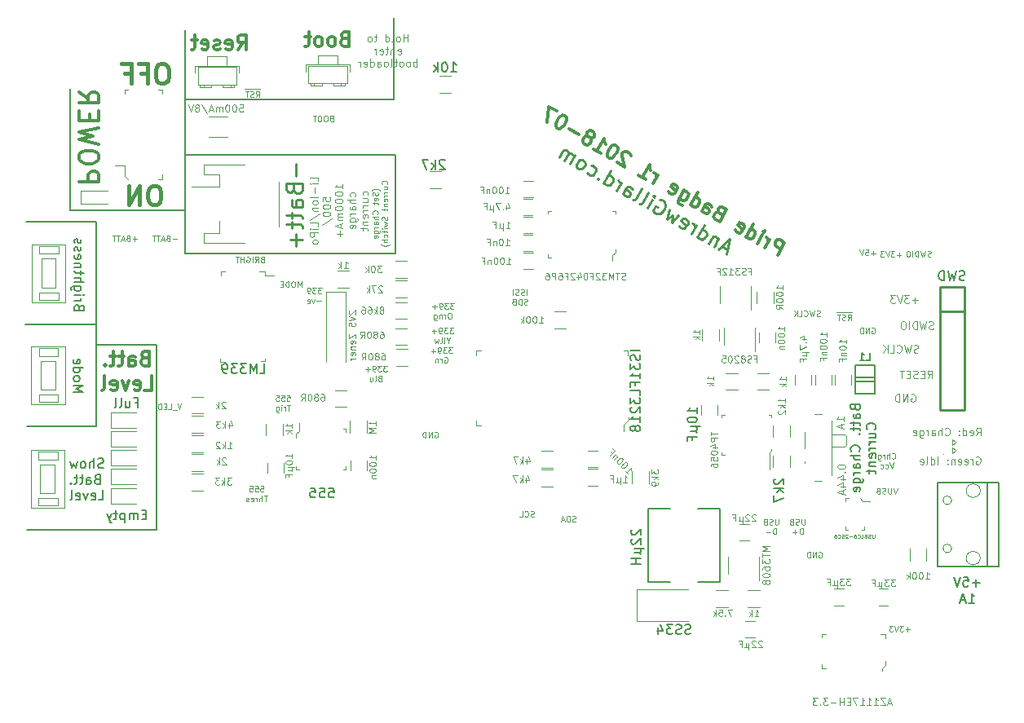
<source format=gbo>
G04 #@! TF.GenerationSoftware,KiCad,Pcbnew,(5.0.0-rc3-dev-5-g0013e0cad)*
G04 #@! TF.CreationDate,2018-07-11T14:46:06+01:00*
G04 #@! TF.ProjectId,Pride Badge,50726964652042616467652E6B696361,rev?*
G04 #@! TF.SameCoordinates,Original*
G04 #@! TF.FileFunction,Legend,Bot*
G04 #@! TF.FilePolarity,Positive*
%FSLAX46Y46*%
G04 Gerber Fmt 4.6, Leading zero omitted, Abs format (unit mm)*
G04 Created by KiCad (PCBNEW (5.0.0-rc3-dev-5-g0013e0cad)) date 07/11/18 14:46:06*
%MOMM*%
%LPD*%
G01*
G04 APERTURE LIST*
%ADD10C,0.350000*%
%ADD11C,0.250000*%
%ADD12C,0.100000*%
%ADD13C,0.150000*%
%ADD14C,0.200000*%
%ADD15C,0.300000*%
%ADD16C,0.400000*%
%ADD17C,0.254000*%
%ADD18C,0.120000*%
%ADD19C,0.149860*%
G04 APERTURE END LIST*
D10*
X140746928Y-76723374D02*
X141496928Y-75424336D01*
X141002057Y-75138621D01*
X140842625Y-75129052D01*
X140745051Y-75155197D01*
X140611764Y-75243200D01*
X140504621Y-75428777D01*
X140495051Y-75588209D01*
X140521196Y-75685782D01*
X140609200Y-75819070D01*
X141104071Y-76104784D01*
X139447890Y-75973374D02*
X139947890Y-75107348D01*
X139805033Y-75354784D02*
X139814603Y-75195352D01*
X139788458Y-75097779D01*
X139700454Y-74964491D01*
X139576737Y-74893063D01*
X138643724Y-75509088D02*
X139143724Y-74643063D01*
X139393724Y-74210050D02*
X139419869Y-74307623D01*
X139322295Y-74333768D01*
X139296151Y-74236195D01*
X139393724Y-74210050D01*
X139322295Y-74333768D01*
X137468404Y-74830517D02*
X138218404Y-73531479D01*
X137504118Y-74768658D02*
X137592122Y-74901945D01*
X137839557Y-75044802D01*
X137998990Y-75054372D01*
X138096563Y-75028227D01*
X138229850Y-74940224D01*
X138444136Y-74569070D01*
X138453706Y-74409638D01*
X138427561Y-74312065D01*
X138339557Y-74178777D01*
X138092122Y-74035920D01*
X137932689Y-74026350D01*
X136390657Y-74125801D02*
X136478660Y-74259088D01*
X136726096Y-74401945D01*
X136885528Y-74411515D01*
X137018816Y-74323511D01*
X137304530Y-73828640D01*
X137314100Y-73669207D01*
X137226096Y-73535920D01*
X136978660Y-73393063D01*
X136819228Y-73383493D01*
X136685941Y-73471497D01*
X136614512Y-73595215D01*
X137161673Y-74076075D01*
X134706454Y-72328640D02*
X134485163Y-72283356D01*
X134387590Y-72309500D01*
X134254302Y-72397504D01*
X134147159Y-72583081D01*
X134137590Y-72742513D01*
X134163734Y-72840086D01*
X134251738Y-72973374D01*
X134746610Y-73259088D01*
X135496610Y-71960050D01*
X135063597Y-71710050D01*
X134904165Y-71700480D01*
X134806591Y-71726625D01*
X134673304Y-71814629D01*
X134601875Y-71938347D01*
X134592306Y-72097779D01*
X134618450Y-72195352D01*
X134706454Y-72328640D01*
X135139467Y-72578640D01*
X132890841Y-72187660D02*
X133283698Y-71507211D01*
X133416985Y-71419207D01*
X133576418Y-71428777D01*
X133823854Y-71571634D01*
X133911857Y-71704922D01*
X132926555Y-72125801D02*
X133014559Y-72259088D01*
X133323854Y-72437660D01*
X133483286Y-72447229D01*
X133616573Y-72359226D01*
X133688002Y-72235508D01*
X133697571Y-72076075D01*
X133609568Y-71942788D01*
X133300273Y-71764217D01*
X133212269Y-71630929D01*
X131715521Y-71509088D02*
X132465521Y-70210050D01*
X131751235Y-71447229D02*
X131839239Y-71580517D01*
X132086674Y-71723374D01*
X132246107Y-71732943D01*
X132343680Y-71706799D01*
X132476967Y-71618795D01*
X132691253Y-71247641D01*
X132700823Y-71088209D01*
X132674678Y-70990636D01*
X132586674Y-70857348D01*
X132339239Y-70714491D01*
X132179806Y-70704922D01*
X131040200Y-69964491D02*
X130433058Y-71016094D01*
X130423488Y-71175526D01*
X130449633Y-71273099D01*
X130537636Y-71406387D01*
X130723213Y-71513529D01*
X130882645Y-71523099D01*
X130575915Y-70768658D02*
X130663918Y-70901945D01*
X130911354Y-71044802D01*
X131070786Y-71054372D01*
X131168360Y-71028227D01*
X131301647Y-70940224D01*
X131515933Y-70569070D01*
X131525502Y-70409638D01*
X131499358Y-70312065D01*
X131411354Y-70178777D01*
X131163918Y-70035920D01*
X131004486Y-70026350D01*
X129462453Y-70125801D02*
X129550457Y-70259088D01*
X129797893Y-70401945D01*
X129957325Y-70411515D01*
X130090613Y-70323511D01*
X130376327Y-69828640D01*
X130385897Y-69669207D01*
X130297893Y-69535920D01*
X130050457Y-69393063D01*
X129891025Y-69383493D01*
X129757737Y-69471497D01*
X129686309Y-69595215D01*
X130233470Y-70076075D01*
X127818406Y-69259088D02*
X128318406Y-68393063D01*
X128175549Y-68640499D02*
X128185119Y-68481066D01*
X128158974Y-68383493D01*
X128070970Y-68250206D01*
X127947253Y-68178777D01*
X126333791Y-68401945D02*
X127076099Y-68830517D01*
X126704945Y-68616231D02*
X127454945Y-67317193D01*
X127471520Y-67574198D01*
X127523809Y-67769345D01*
X127611813Y-67902632D01*
X125527748Y-66369482D02*
X125501603Y-66271909D01*
X125413599Y-66138621D01*
X125104305Y-65960050D01*
X124944872Y-65950480D01*
X124847299Y-65976625D01*
X124714012Y-66064629D01*
X124642583Y-66188347D01*
X124597299Y-66409638D01*
X124911035Y-67580517D01*
X124106869Y-67116231D01*
X124052702Y-65352907D02*
X123928984Y-65281479D01*
X123769552Y-65271909D01*
X123671979Y-65298054D01*
X123538692Y-65386057D01*
X123333975Y-65597779D01*
X123155404Y-65907074D01*
X123074406Y-66190224D01*
X123064836Y-66349656D01*
X123090981Y-66447229D01*
X123178984Y-66580517D01*
X123302702Y-66651945D01*
X123462135Y-66661515D01*
X123559708Y-66635370D01*
X123692995Y-66547367D01*
X123897711Y-66335645D01*
X124076283Y-66026350D01*
X124157281Y-65743200D01*
X124166851Y-65583768D01*
X124140706Y-65486195D01*
X124052702Y-65352907D01*
X121632511Y-65687660D02*
X122374818Y-66116231D01*
X122003664Y-65901945D02*
X122753664Y-64602907D01*
X122770239Y-64859913D01*
X122822529Y-65055059D01*
X122910532Y-65188347D01*
X121318774Y-64516781D02*
X121478207Y-64526350D01*
X121575780Y-64500206D01*
X121709067Y-64412202D01*
X121744782Y-64350343D01*
X121754351Y-64190911D01*
X121728207Y-64093338D01*
X121640203Y-63960050D01*
X121392767Y-63817193D01*
X121233335Y-63807623D01*
X121135762Y-63833768D01*
X121002474Y-63921772D01*
X120966760Y-63983631D01*
X120957190Y-64143063D01*
X120983335Y-64240636D01*
X121071339Y-64373924D01*
X121318774Y-64516781D01*
X121406778Y-64650068D01*
X121432923Y-64747641D01*
X121423353Y-64907074D01*
X121280496Y-65154509D01*
X121147209Y-65242513D01*
X121049635Y-65268658D01*
X120890203Y-65259088D01*
X120642767Y-65116231D01*
X120554764Y-64982943D01*
X120528619Y-64885370D01*
X120538189Y-64725938D01*
X120681046Y-64478502D01*
X120814333Y-64390499D01*
X120911906Y-64364354D01*
X121071339Y-64373924D01*
X120124315Y-64157074D02*
X119134572Y-63585645D01*
X118732832Y-62281479D02*
X118609114Y-62210050D01*
X118449682Y-62200480D01*
X118352109Y-62226625D01*
X118218821Y-62314629D01*
X118014105Y-62526350D01*
X117835534Y-62835645D01*
X117754535Y-63118795D01*
X117744966Y-63278227D01*
X117771111Y-63375801D01*
X117859114Y-63509088D01*
X117982832Y-63580517D01*
X118142264Y-63590086D01*
X118239838Y-63563942D01*
X118373125Y-63475938D01*
X118577841Y-63264217D01*
X118756413Y-62954922D01*
X118837411Y-62671772D01*
X118846980Y-62512339D01*
X118820836Y-62414766D01*
X118732832Y-62281479D01*
X117866807Y-61781479D02*
X117000781Y-61281479D01*
X116807512Y-62901945D01*
D11*
X135535254Y-76166506D02*
X134916664Y-75809363D01*
X135444686Y-76609088D02*
X135761673Y-75060050D01*
X134578660Y-76109088D01*
X134645648Y-74993063D02*
X134145648Y-75859088D01*
X134574219Y-75116781D02*
X134548074Y-75019207D01*
X134460071Y-74885920D01*
X134274494Y-74778777D01*
X134115062Y-74769207D01*
X133981774Y-74857211D01*
X133588917Y-75537660D01*
X132413597Y-74859088D02*
X133163597Y-73560050D01*
X132449311Y-74797229D02*
X132537315Y-74930517D01*
X132784751Y-75073374D01*
X132944183Y-75082943D01*
X133041756Y-75056799D01*
X133175044Y-74968795D01*
X133389329Y-74597641D01*
X133398899Y-74438209D01*
X133372754Y-74340636D01*
X133284751Y-74207348D01*
X133037315Y-74064491D01*
X132877883Y-74054922D01*
X131795007Y-74501945D02*
X132295007Y-73635920D01*
X132152150Y-73883356D02*
X132161720Y-73723924D01*
X132135575Y-73626350D01*
X132047571Y-73493063D01*
X131923854Y-73421634D01*
X130531683Y-73690086D02*
X130619687Y-73823374D01*
X130867123Y-73966231D01*
X131026555Y-73975801D01*
X131159843Y-73887797D01*
X131445557Y-73392925D01*
X131455127Y-73233493D01*
X131367123Y-73100206D01*
X131119687Y-72957348D01*
X130960255Y-72947779D01*
X130826967Y-73035782D01*
X130755539Y-73159500D01*
X131302700Y-73640361D01*
X130501097Y-72600206D02*
X129753662Y-73323374D01*
X129863369Y-72561927D01*
X129258790Y-73037660D01*
X129511354Y-72028777D01*
X128550320Y-70979052D02*
X128709752Y-70988621D01*
X128895329Y-71095764D01*
X129045191Y-71264766D01*
X129097481Y-71459913D01*
X129087911Y-71619345D01*
X129006913Y-71902495D01*
X128899770Y-72088072D01*
X128695054Y-72299793D01*
X128561766Y-72387797D01*
X128366620Y-72440086D01*
X128145329Y-72394802D01*
X128021611Y-72323374D01*
X127871748Y-72154372D01*
X127845604Y-72056799D01*
X128095604Y-71623786D01*
X128343039Y-71766643D01*
X127217444Y-71859088D02*
X127717444Y-70993063D01*
X127967444Y-70560050D02*
X127993589Y-70657623D01*
X127896016Y-70683768D01*
X127869871Y-70586195D01*
X127967444Y-70560050D01*
X127896016Y-70683768D01*
X126413278Y-71394802D02*
X126572710Y-71404372D01*
X126705998Y-71316368D01*
X127348855Y-70202907D01*
X125732829Y-71001945D02*
X125892262Y-71011515D01*
X126025549Y-70923511D01*
X126668406Y-69810050D01*
X124681227Y-70394802D02*
X125074084Y-69714354D01*
X125207372Y-69626350D01*
X125366804Y-69635920D01*
X125614240Y-69778777D01*
X125702243Y-69912065D01*
X124716941Y-70332943D02*
X124804945Y-70466231D01*
X125114240Y-70644802D01*
X125273672Y-70654372D01*
X125406960Y-70566368D01*
X125478388Y-70442651D01*
X125487958Y-70283218D01*
X125399954Y-70149931D01*
X125090659Y-69971359D01*
X125002656Y-69838072D01*
X124062638Y-70037660D02*
X124562638Y-69171634D01*
X124419780Y-69419070D02*
X124429350Y-69259638D01*
X124403205Y-69162065D01*
X124315202Y-69028777D01*
X124191484Y-68957348D01*
X122701741Y-69251945D02*
X123451741Y-67952907D01*
X122737455Y-69190086D02*
X122825458Y-69323374D01*
X123072894Y-69466231D01*
X123232326Y-69475801D01*
X123329900Y-69449656D01*
X123463187Y-69361652D01*
X123677473Y-68990499D01*
X123687043Y-68831066D01*
X123660898Y-68733493D01*
X123572894Y-68600206D01*
X123325458Y-68457348D01*
X123166026Y-68447779D01*
X122154580Y-68771085D02*
X122057006Y-68797229D01*
X122083151Y-68894802D01*
X122180724Y-68868658D01*
X122154580Y-68771085D01*
X122083151Y-68894802D01*
X120943545Y-68154372D02*
X121031549Y-68287660D01*
X121278984Y-68430517D01*
X121438417Y-68440086D01*
X121535990Y-68413942D01*
X121669277Y-68325938D01*
X121883563Y-67954784D01*
X121893133Y-67795352D01*
X121866988Y-67697779D01*
X121778984Y-67564491D01*
X121531549Y-67421634D01*
X121372116Y-67412065D01*
X120165523Y-67787660D02*
X120324955Y-67797229D01*
X120422529Y-67771085D01*
X120555816Y-67683081D01*
X120770102Y-67311927D01*
X120779672Y-67152495D01*
X120753527Y-67054922D01*
X120665523Y-66921634D01*
X120479946Y-66814491D01*
X120320514Y-66804922D01*
X120222941Y-66831066D01*
X120089653Y-66919070D01*
X119875368Y-67290224D01*
X119865798Y-67449656D01*
X119891943Y-67547229D01*
X119979946Y-67680517D01*
X120165523Y-67787660D01*
X119175780Y-67216231D02*
X119675780Y-66350206D01*
X119604351Y-66473924D02*
X119578207Y-66376350D01*
X119490203Y-66243063D01*
X119304626Y-66135920D01*
X119145194Y-66126350D01*
X119011906Y-66214354D01*
X118619049Y-66894802D01*
X119011906Y-66214354D02*
X119021476Y-66054922D01*
X118933472Y-65921634D01*
X118747896Y-65814491D01*
X118588463Y-65804922D01*
X118455176Y-65892925D01*
X118062319Y-66573374D01*
D12*
X99500000Y-70014285D02*
X99471428Y-69985714D01*
X99385714Y-69928571D01*
X99328571Y-69900000D01*
X99242857Y-69871428D01*
X99100000Y-69842857D01*
X98985714Y-69842857D01*
X98842857Y-69871428D01*
X98757142Y-69900000D01*
X98700000Y-69928571D01*
X98614285Y-69985714D01*
X98585714Y-70014285D01*
X99242857Y-70214285D02*
X99271428Y-70300000D01*
X99271428Y-70442857D01*
X99242857Y-70500000D01*
X99214285Y-70528571D01*
X99157142Y-70557142D01*
X99100000Y-70557142D01*
X99042857Y-70528571D01*
X99014285Y-70500000D01*
X98985714Y-70442857D01*
X98957142Y-70328571D01*
X98928571Y-70271428D01*
X98900000Y-70242857D01*
X98842857Y-70214285D01*
X98785714Y-70214285D01*
X98728571Y-70242857D01*
X98700000Y-70271428D01*
X98671428Y-70328571D01*
X98671428Y-70471428D01*
X98700000Y-70557142D01*
X99242857Y-71042857D02*
X99271428Y-70985714D01*
X99271428Y-70871428D01*
X99242857Y-70814285D01*
X99185714Y-70785714D01*
X98957142Y-70785714D01*
X98900000Y-70814285D01*
X98871428Y-70871428D01*
X98871428Y-70985714D01*
X98900000Y-71042857D01*
X98957142Y-71071428D01*
X99014285Y-71071428D01*
X99071428Y-70785714D01*
X98871428Y-71242857D02*
X98871428Y-71471428D01*
X98671428Y-71328571D02*
X99185714Y-71328571D01*
X99242857Y-71357142D01*
X99271428Y-71414285D01*
X99271428Y-71471428D01*
X99214285Y-72471428D02*
X99242857Y-72442857D01*
X99271428Y-72357142D01*
X99271428Y-72300000D01*
X99242857Y-72214285D01*
X99185714Y-72157142D01*
X99128571Y-72128571D01*
X99014285Y-72100000D01*
X98928571Y-72100000D01*
X98814285Y-72128571D01*
X98757142Y-72157142D01*
X98700000Y-72214285D01*
X98671428Y-72300000D01*
X98671428Y-72357142D01*
X98700000Y-72442857D01*
X98728571Y-72471428D01*
X99271428Y-72728571D02*
X98671428Y-72728571D01*
X99271428Y-72985714D02*
X98957142Y-72985714D01*
X98900000Y-72957142D01*
X98871428Y-72900000D01*
X98871428Y-72814285D01*
X98900000Y-72757142D01*
X98928571Y-72728571D01*
X99271428Y-73528571D02*
X98957142Y-73528571D01*
X98900000Y-73500000D01*
X98871428Y-73442857D01*
X98871428Y-73328571D01*
X98900000Y-73271428D01*
X99242857Y-73528571D02*
X99271428Y-73471428D01*
X99271428Y-73328571D01*
X99242857Y-73271428D01*
X99185714Y-73242857D01*
X99128571Y-73242857D01*
X99071428Y-73271428D01*
X99042857Y-73328571D01*
X99042857Y-73471428D01*
X99014285Y-73528571D01*
X99271428Y-73814285D02*
X98871428Y-73814285D01*
X98985714Y-73814285D02*
X98928571Y-73842857D01*
X98900000Y-73871428D01*
X98871428Y-73928571D01*
X98871428Y-73985714D01*
X98871428Y-74442857D02*
X99357142Y-74442857D01*
X99414285Y-74414285D01*
X99442857Y-74385714D01*
X99471428Y-74328571D01*
X99471428Y-74242857D01*
X99442857Y-74185714D01*
X99242857Y-74442857D02*
X99271428Y-74385714D01*
X99271428Y-74271428D01*
X99242857Y-74214285D01*
X99214285Y-74185714D01*
X99157142Y-74157142D01*
X98985714Y-74157142D01*
X98928571Y-74185714D01*
X98900000Y-74214285D01*
X98871428Y-74271428D01*
X98871428Y-74385714D01*
X98900000Y-74442857D01*
X99242857Y-74957142D02*
X99271428Y-74900000D01*
X99271428Y-74785714D01*
X99242857Y-74728571D01*
X99185714Y-74700000D01*
X98957142Y-74700000D01*
X98900000Y-74728571D01*
X98871428Y-74785714D01*
X98871428Y-74900000D01*
X98900000Y-74957142D01*
X98957142Y-74985714D01*
X99014285Y-74985714D01*
X99071428Y-74700000D01*
X100214285Y-69371428D02*
X100242857Y-69342857D01*
X100271428Y-69257142D01*
X100271428Y-69200000D01*
X100242857Y-69114285D01*
X100185714Y-69057142D01*
X100128571Y-69028571D01*
X100014285Y-69000000D01*
X99928571Y-69000000D01*
X99814285Y-69028571D01*
X99757142Y-69057142D01*
X99700000Y-69114285D01*
X99671428Y-69200000D01*
X99671428Y-69257142D01*
X99700000Y-69342857D01*
X99728571Y-69371428D01*
X99871428Y-69885714D02*
X100271428Y-69885714D01*
X99871428Y-69628571D02*
X100185714Y-69628571D01*
X100242857Y-69657142D01*
X100271428Y-69714285D01*
X100271428Y-69800000D01*
X100242857Y-69857142D01*
X100214285Y-69885714D01*
X100271428Y-70171428D02*
X99871428Y-70171428D01*
X99985714Y-70171428D02*
X99928571Y-70200000D01*
X99900000Y-70228571D01*
X99871428Y-70285714D01*
X99871428Y-70342857D01*
X100271428Y-70542857D02*
X99871428Y-70542857D01*
X99985714Y-70542857D02*
X99928571Y-70571428D01*
X99900000Y-70600000D01*
X99871428Y-70657142D01*
X99871428Y-70714285D01*
X100242857Y-71142857D02*
X100271428Y-71085714D01*
X100271428Y-70971428D01*
X100242857Y-70914285D01*
X100185714Y-70885714D01*
X99957142Y-70885714D01*
X99900000Y-70914285D01*
X99871428Y-70971428D01*
X99871428Y-71085714D01*
X99900000Y-71142857D01*
X99957142Y-71171428D01*
X100014285Y-71171428D01*
X100071428Y-70885714D01*
X99871428Y-71428571D02*
X100271428Y-71428571D01*
X99928571Y-71428571D02*
X99900000Y-71457142D01*
X99871428Y-71514285D01*
X99871428Y-71600000D01*
X99900000Y-71657142D01*
X99957142Y-71685714D01*
X100271428Y-71685714D01*
X99871428Y-71885714D02*
X99871428Y-72114285D01*
X99671428Y-71971428D02*
X100185714Y-71971428D01*
X100242857Y-72000000D01*
X100271428Y-72057142D01*
X100271428Y-72114285D01*
X100242857Y-72742857D02*
X100271428Y-72828571D01*
X100271428Y-72971428D01*
X100242857Y-73028571D01*
X100214285Y-73057142D01*
X100157142Y-73085714D01*
X100100000Y-73085714D01*
X100042857Y-73057142D01*
X100014285Y-73028571D01*
X99985714Y-72971428D01*
X99957142Y-72857142D01*
X99928571Y-72800000D01*
X99900000Y-72771428D01*
X99842857Y-72742857D01*
X99785714Y-72742857D01*
X99728571Y-72771428D01*
X99700000Y-72800000D01*
X99671428Y-72857142D01*
X99671428Y-73000000D01*
X99700000Y-73085714D01*
X99871428Y-73285714D02*
X100271428Y-73400000D01*
X99985714Y-73514285D01*
X100271428Y-73628571D01*
X99871428Y-73742857D01*
X100271428Y-73971428D02*
X99871428Y-73971428D01*
X99671428Y-73971428D02*
X99700000Y-73942857D01*
X99728571Y-73971428D01*
X99700000Y-74000000D01*
X99671428Y-73971428D01*
X99728571Y-73971428D01*
X99871428Y-74171428D02*
X99871428Y-74400000D01*
X99671428Y-74257142D02*
X100185714Y-74257142D01*
X100242857Y-74285714D01*
X100271428Y-74342857D01*
X100271428Y-74400000D01*
X100242857Y-74857142D02*
X100271428Y-74800000D01*
X100271428Y-74685714D01*
X100242857Y-74628571D01*
X100214285Y-74600000D01*
X100157142Y-74571428D01*
X99985714Y-74571428D01*
X99928571Y-74600000D01*
X99900000Y-74628571D01*
X99871428Y-74685714D01*
X99871428Y-74800000D01*
X99900000Y-74857142D01*
X100271428Y-75114285D02*
X99671428Y-75114285D01*
X100271428Y-75371428D02*
X99957142Y-75371428D01*
X99900000Y-75342857D01*
X99871428Y-75285714D01*
X99871428Y-75200000D01*
X99900000Y-75142857D01*
X99928571Y-75114285D01*
X100500000Y-75600000D02*
X100471428Y-75628571D01*
X100385714Y-75685714D01*
X100328571Y-75714285D01*
X100242857Y-75742857D01*
X100100000Y-75771428D01*
X99985714Y-75771428D01*
X99842857Y-75742857D01*
X99757142Y-75714285D01*
X99700000Y-75685714D01*
X99614285Y-75628571D01*
X99585714Y-75600000D01*
X89828571Y-91271428D02*
X90114285Y-91271428D01*
X90142857Y-91557142D01*
X90114285Y-91528571D01*
X90057142Y-91500000D01*
X89914285Y-91500000D01*
X89857142Y-91528571D01*
X89828571Y-91557142D01*
X89800000Y-91614285D01*
X89800000Y-91757142D01*
X89828571Y-91814285D01*
X89857142Y-91842857D01*
X89914285Y-91871428D01*
X90057142Y-91871428D01*
X90114285Y-91842857D01*
X90142857Y-91814285D01*
X89257142Y-91271428D02*
X89542857Y-91271428D01*
X89571428Y-91557142D01*
X89542857Y-91528571D01*
X89485714Y-91500000D01*
X89342857Y-91500000D01*
X89285714Y-91528571D01*
X89257142Y-91557142D01*
X89228571Y-91614285D01*
X89228571Y-91757142D01*
X89257142Y-91814285D01*
X89285714Y-91842857D01*
X89342857Y-91871428D01*
X89485714Y-91871428D01*
X89542857Y-91842857D01*
X89571428Y-91814285D01*
X88685714Y-91271428D02*
X88971428Y-91271428D01*
X89000000Y-91557142D01*
X88971428Y-91528571D01*
X88914285Y-91500000D01*
X88771428Y-91500000D01*
X88714285Y-91528571D01*
X88685714Y-91557142D01*
X88657142Y-91614285D01*
X88657142Y-91757142D01*
X88685714Y-91814285D01*
X88714285Y-91842857D01*
X88771428Y-91871428D01*
X88914285Y-91871428D01*
X88971428Y-91842857D01*
X89000000Y-91814285D01*
X90171428Y-92271428D02*
X89828571Y-92271428D01*
X90000000Y-92871428D02*
X90000000Y-92271428D01*
X89628571Y-92871428D02*
X89628571Y-92471428D01*
X89628571Y-92585714D02*
X89600000Y-92528571D01*
X89571428Y-92500000D01*
X89514285Y-92471428D01*
X89457142Y-92471428D01*
X89257142Y-92871428D02*
X89257142Y-92471428D01*
X89257142Y-92271428D02*
X89285714Y-92300000D01*
X89257142Y-92328571D01*
X89228571Y-92300000D01*
X89257142Y-92271428D01*
X89257142Y-92328571D01*
X88714285Y-92471428D02*
X88714285Y-92957142D01*
X88742857Y-93014285D01*
X88771428Y-93042857D01*
X88828571Y-93071428D01*
X88914285Y-93071428D01*
X88971428Y-93042857D01*
X88714285Y-92842857D02*
X88771428Y-92871428D01*
X88885714Y-92871428D01*
X88942857Y-92842857D01*
X88971428Y-92814285D01*
X89000000Y-92757142D01*
X89000000Y-92585714D01*
X88971428Y-92528571D01*
X88942857Y-92500000D01*
X88885714Y-92471428D01*
X88771428Y-92471428D01*
X88714285Y-92500000D01*
X150557142Y-84300000D02*
X150614285Y-84271428D01*
X150700000Y-84271428D01*
X150785714Y-84300000D01*
X150842857Y-84357142D01*
X150871428Y-84414285D01*
X150900000Y-84528571D01*
X150900000Y-84614285D01*
X150871428Y-84728571D01*
X150842857Y-84785714D01*
X150785714Y-84842857D01*
X150700000Y-84871428D01*
X150642857Y-84871428D01*
X150557142Y-84842857D01*
X150528571Y-84814285D01*
X150528571Y-84614285D01*
X150642857Y-84614285D01*
X150271428Y-84871428D02*
X150271428Y-84271428D01*
X149928571Y-84871428D01*
X149928571Y-84271428D01*
X149642857Y-84871428D02*
X149642857Y-84271428D01*
X149500000Y-84271428D01*
X149414285Y-84300000D01*
X149357142Y-84357142D01*
X149328571Y-84414285D01*
X149300000Y-84528571D01*
X149300000Y-84614285D01*
X149328571Y-84728571D01*
X149357142Y-84785714D01*
X149414285Y-84842857D01*
X149500000Y-84871428D01*
X149642857Y-84871428D01*
X148514285Y-82638000D02*
X147914285Y-82638000D01*
X148028571Y-83471428D02*
X148228571Y-83185714D01*
X148371428Y-83471428D02*
X148371428Y-82871428D01*
X148142857Y-82871428D01*
X148085714Y-82900000D01*
X148057142Y-82928571D01*
X148028571Y-82985714D01*
X148028571Y-83071428D01*
X148057142Y-83128571D01*
X148085714Y-83157142D01*
X148142857Y-83185714D01*
X148371428Y-83185714D01*
X147914285Y-82638000D02*
X147342857Y-82638000D01*
X147800000Y-83442857D02*
X147714285Y-83471428D01*
X147571428Y-83471428D01*
X147514285Y-83442857D01*
X147485714Y-83414285D01*
X147457142Y-83357142D01*
X147457142Y-83300000D01*
X147485714Y-83242857D01*
X147514285Y-83214285D01*
X147571428Y-83185714D01*
X147685714Y-83157142D01*
X147742857Y-83128571D01*
X147771428Y-83100000D01*
X147800000Y-83042857D01*
X147800000Y-82985714D01*
X147771428Y-82928571D01*
X147742857Y-82900000D01*
X147685714Y-82871428D01*
X147542857Y-82871428D01*
X147457142Y-82900000D01*
X147342857Y-82638000D02*
X146885714Y-82638000D01*
X147285714Y-82871428D02*
X146942857Y-82871428D01*
X147114285Y-83471428D02*
X147114285Y-82871428D01*
X145157142Y-83042857D02*
X145071428Y-83071428D01*
X144928571Y-83071428D01*
X144871428Y-83042857D01*
X144842857Y-83014285D01*
X144814285Y-82957142D01*
X144814285Y-82900000D01*
X144842857Y-82842857D01*
X144871428Y-82814285D01*
X144928571Y-82785714D01*
X145042857Y-82757142D01*
X145100000Y-82728571D01*
X145128571Y-82700000D01*
X145157142Y-82642857D01*
X145157142Y-82585714D01*
X145128571Y-82528571D01*
X145100000Y-82500000D01*
X145042857Y-82471428D01*
X144900000Y-82471428D01*
X144814285Y-82500000D01*
X144614285Y-82471428D02*
X144471428Y-83071428D01*
X144357142Y-82642857D01*
X144242857Y-83071428D01*
X144100000Y-82471428D01*
X143528571Y-83014285D02*
X143557142Y-83042857D01*
X143642857Y-83071428D01*
X143700000Y-83071428D01*
X143785714Y-83042857D01*
X143842857Y-82985714D01*
X143871428Y-82928571D01*
X143900000Y-82814285D01*
X143900000Y-82728571D01*
X143871428Y-82614285D01*
X143842857Y-82557142D01*
X143785714Y-82500000D01*
X143700000Y-82471428D01*
X143642857Y-82471428D01*
X143557142Y-82500000D01*
X143528571Y-82528571D01*
X142985714Y-83071428D02*
X143271428Y-83071428D01*
X143271428Y-82471428D01*
X142785714Y-83071428D02*
X142785714Y-82471428D01*
X142442857Y-83071428D02*
X142700000Y-82728571D01*
X142442857Y-82471428D02*
X142785714Y-82814285D01*
X156671428Y-76842857D02*
X156585714Y-76871428D01*
X156442857Y-76871428D01*
X156385714Y-76842857D01*
X156357142Y-76814285D01*
X156328571Y-76757142D01*
X156328571Y-76700000D01*
X156357142Y-76642857D01*
X156385714Y-76614285D01*
X156442857Y-76585714D01*
X156557142Y-76557142D01*
X156614285Y-76528571D01*
X156642857Y-76500000D01*
X156671428Y-76442857D01*
X156671428Y-76385714D01*
X156642857Y-76328571D01*
X156614285Y-76300000D01*
X156557142Y-76271428D01*
X156414285Y-76271428D01*
X156328571Y-76300000D01*
X156128571Y-76271428D02*
X155985714Y-76871428D01*
X155871428Y-76442857D01*
X155757142Y-76871428D01*
X155614285Y-76271428D01*
X155385714Y-76871428D02*
X155385714Y-76271428D01*
X155242857Y-76271428D01*
X155157142Y-76300000D01*
X155100000Y-76357142D01*
X155071428Y-76414285D01*
X155042857Y-76528571D01*
X155042857Y-76614285D01*
X155071428Y-76728571D01*
X155100000Y-76785714D01*
X155157142Y-76842857D01*
X155242857Y-76871428D01*
X155385714Y-76871428D01*
X154785714Y-76871428D02*
X154785714Y-76271428D01*
X154385714Y-76271428D02*
X154271428Y-76271428D01*
X154214285Y-76300000D01*
X154157142Y-76357142D01*
X154128571Y-76471428D01*
X154128571Y-76671428D01*
X154157142Y-76785714D01*
X154214285Y-76842857D01*
X154271428Y-76871428D01*
X154385714Y-76871428D01*
X154442857Y-76842857D01*
X154500000Y-76785714D01*
X154528571Y-76671428D01*
X154528571Y-76471428D01*
X154500000Y-76357142D01*
X154442857Y-76300000D01*
X154385714Y-76271428D01*
X153607142Y-76692857D02*
X153150000Y-76692857D01*
X153378571Y-76921428D02*
X153378571Y-76464285D01*
X152921428Y-76321428D02*
X152550000Y-76321428D01*
X152750000Y-76550000D01*
X152664285Y-76550000D01*
X152607142Y-76578571D01*
X152578571Y-76607142D01*
X152550000Y-76664285D01*
X152550000Y-76807142D01*
X152578571Y-76864285D01*
X152607142Y-76892857D01*
X152664285Y-76921428D01*
X152835714Y-76921428D01*
X152892857Y-76892857D01*
X152921428Y-76864285D01*
X152378571Y-76321428D02*
X152178571Y-76921428D01*
X151978571Y-76321428D01*
X151835714Y-76321428D02*
X151464285Y-76321428D01*
X151664285Y-76550000D01*
X151578571Y-76550000D01*
X151521428Y-76578571D01*
X151492857Y-76607142D01*
X151464285Y-76664285D01*
X151464285Y-76807142D01*
X151492857Y-76864285D01*
X151521428Y-76892857D01*
X151578571Y-76921428D01*
X151750000Y-76921428D01*
X151807142Y-76892857D01*
X151835714Y-76864285D01*
X150921428Y-76542857D02*
X150464285Y-76542857D01*
X150692857Y-76771428D02*
X150692857Y-76314285D01*
X149892857Y-76171428D02*
X150178571Y-76171428D01*
X150207142Y-76457142D01*
X150178571Y-76428571D01*
X150121428Y-76400000D01*
X149978571Y-76400000D01*
X149921428Y-76428571D01*
X149892857Y-76457142D01*
X149864285Y-76514285D01*
X149864285Y-76657142D01*
X149892857Y-76714285D01*
X149921428Y-76742857D01*
X149978571Y-76771428D01*
X150121428Y-76771428D01*
X150178571Y-76742857D01*
X150207142Y-76714285D01*
X149692857Y-76171428D02*
X149492857Y-76771428D01*
X149292857Y-76171428D01*
X152642857Y-97814285D02*
X152671428Y-97842857D01*
X152757142Y-97871428D01*
X152814285Y-97871428D01*
X152900000Y-97842857D01*
X152957142Y-97785714D01*
X152985714Y-97728571D01*
X153014285Y-97614285D01*
X153014285Y-97528571D01*
X152985714Y-97414285D01*
X152957142Y-97357142D01*
X152900000Y-97300000D01*
X152814285Y-97271428D01*
X152757142Y-97271428D01*
X152671428Y-97300000D01*
X152642857Y-97328571D01*
X152385714Y-97871428D02*
X152385714Y-97271428D01*
X152128571Y-97871428D02*
X152128571Y-97557142D01*
X152157142Y-97500000D01*
X152214285Y-97471428D01*
X152300000Y-97471428D01*
X152357142Y-97500000D01*
X152385714Y-97528571D01*
X151842857Y-97871428D02*
X151842857Y-97471428D01*
X151842857Y-97585714D02*
X151814285Y-97528571D01*
X151785714Y-97500000D01*
X151728571Y-97471428D01*
X151671428Y-97471428D01*
X151214285Y-97471428D02*
X151214285Y-97957142D01*
X151242857Y-98014285D01*
X151271428Y-98042857D01*
X151328571Y-98071428D01*
X151414285Y-98071428D01*
X151471428Y-98042857D01*
X151214285Y-97842857D02*
X151271428Y-97871428D01*
X151385714Y-97871428D01*
X151442857Y-97842857D01*
X151471428Y-97814285D01*
X151500000Y-97757142D01*
X151500000Y-97585714D01*
X151471428Y-97528571D01*
X151442857Y-97500000D01*
X151385714Y-97471428D01*
X151271428Y-97471428D01*
X151214285Y-97500000D01*
X152814285Y-98271428D02*
X152614285Y-98871428D01*
X152414285Y-98271428D01*
X151957142Y-98842857D02*
X152014285Y-98871428D01*
X152128571Y-98871428D01*
X152185714Y-98842857D01*
X152214285Y-98814285D01*
X152242857Y-98757142D01*
X152242857Y-98585714D01*
X152214285Y-98528571D01*
X152185714Y-98500000D01*
X152128571Y-98471428D01*
X152014285Y-98471428D01*
X151957142Y-98500000D01*
X151442857Y-98842857D02*
X151500000Y-98871428D01*
X151614285Y-98871428D01*
X151671428Y-98842857D01*
X151700000Y-98814285D01*
X151728571Y-98757142D01*
X151728571Y-98585714D01*
X151700000Y-98528571D01*
X151671428Y-98500000D01*
X151614285Y-98471428D01*
X151500000Y-98471428D01*
X151442857Y-98500000D01*
X145057142Y-107600000D02*
X145114285Y-107571428D01*
X145200000Y-107571428D01*
X145285714Y-107600000D01*
X145342857Y-107657142D01*
X145371428Y-107714285D01*
X145400000Y-107828571D01*
X145400000Y-107914285D01*
X145371428Y-108028571D01*
X145342857Y-108085714D01*
X145285714Y-108142857D01*
X145200000Y-108171428D01*
X145142857Y-108171428D01*
X145057142Y-108142857D01*
X145028571Y-108114285D01*
X145028571Y-107914285D01*
X145142857Y-107914285D01*
X144771428Y-108171428D02*
X144771428Y-107571428D01*
X144428571Y-108171428D01*
X144428571Y-107571428D01*
X144142857Y-108171428D02*
X144142857Y-107571428D01*
X144000000Y-107571428D01*
X143914285Y-107600000D01*
X143857142Y-107657142D01*
X143828571Y-107714285D01*
X143800000Y-107828571D01*
X143800000Y-107914285D01*
X143828571Y-108028571D01*
X143857142Y-108085714D01*
X143914285Y-108142857D01*
X144000000Y-108171428D01*
X144142857Y-108171428D01*
X114714285Y-80871428D02*
X114714285Y-80271428D01*
X114457142Y-80842857D02*
X114371428Y-80871428D01*
X114228571Y-80871428D01*
X114171428Y-80842857D01*
X114142857Y-80814285D01*
X114114285Y-80757142D01*
X114114285Y-80700000D01*
X114142857Y-80642857D01*
X114171428Y-80614285D01*
X114228571Y-80585714D01*
X114342857Y-80557142D01*
X114400000Y-80528571D01*
X114428571Y-80500000D01*
X114457142Y-80442857D01*
X114457142Y-80385714D01*
X114428571Y-80328571D01*
X114400000Y-80300000D01*
X114342857Y-80271428D01*
X114200000Y-80271428D01*
X114114285Y-80300000D01*
X113885714Y-80842857D02*
X113800000Y-80871428D01*
X113657142Y-80871428D01*
X113600000Y-80842857D01*
X113571428Y-80814285D01*
X113542857Y-80757142D01*
X113542857Y-80700000D01*
X113571428Y-80642857D01*
X113600000Y-80614285D01*
X113657142Y-80585714D01*
X113771428Y-80557142D01*
X113828571Y-80528571D01*
X113857142Y-80500000D01*
X113885714Y-80442857D01*
X113885714Y-80385714D01*
X113857142Y-80328571D01*
X113828571Y-80300000D01*
X113771428Y-80271428D01*
X113628571Y-80271428D01*
X113542857Y-80300000D01*
X113285714Y-80871428D02*
X113285714Y-80271428D01*
X114771428Y-81842857D02*
X114685714Y-81871428D01*
X114542857Y-81871428D01*
X114485714Y-81842857D01*
X114457142Y-81814285D01*
X114428571Y-81757142D01*
X114428571Y-81700000D01*
X114457142Y-81642857D01*
X114485714Y-81614285D01*
X114542857Y-81585714D01*
X114657142Y-81557142D01*
X114714285Y-81528571D01*
X114742857Y-81500000D01*
X114771428Y-81442857D01*
X114771428Y-81385714D01*
X114742857Y-81328571D01*
X114714285Y-81300000D01*
X114657142Y-81271428D01*
X114514285Y-81271428D01*
X114428571Y-81300000D01*
X114171428Y-81871428D02*
X114171428Y-81271428D01*
X114028571Y-81271428D01*
X113942857Y-81300000D01*
X113885714Y-81357142D01*
X113857142Y-81414285D01*
X113828571Y-81528571D01*
X113828571Y-81614285D01*
X113857142Y-81728571D01*
X113885714Y-81785714D01*
X113942857Y-81842857D01*
X114028571Y-81871428D01*
X114171428Y-81871428D01*
X113371428Y-81557142D02*
X113285714Y-81585714D01*
X113257142Y-81614285D01*
X113228571Y-81671428D01*
X113228571Y-81757142D01*
X113257142Y-81814285D01*
X113285714Y-81842857D01*
X113342857Y-81871428D01*
X113571428Y-81871428D01*
X113571428Y-81271428D01*
X113371428Y-81271428D01*
X113314285Y-81300000D01*
X113285714Y-81328571D01*
X113257142Y-81385714D01*
X113257142Y-81442857D01*
X113285714Y-81500000D01*
X113314285Y-81528571D01*
X113371428Y-81557142D01*
X113571428Y-81557142D01*
X105157142Y-95100000D02*
X105214285Y-95071428D01*
X105300000Y-95071428D01*
X105385714Y-95100000D01*
X105442857Y-95157142D01*
X105471428Y-95214285D01*
X105500000Y-95328571D01*
X105500000Y-95414285D01*
X105471428Y-95528571D01*
X105442857Y-95585714D01*
X105385714Y-95642857D01*
X105300000Y-95671428D01*
X105242857Y-95671428D01*
X105157142Y-95642857D01*
X105128571Y-95614285D01*
X105128571Y-95414285D01*
X105242857Y-95414285D01*
X104871428Y-95671428D02*
X104871428Y-95071428D01*
X104528571Y-95671428D01*
X104528571Y-95071428D01*
X104242857Y-95671428D02*
X104242857Y-95071428D01*
X104100000Y-95071428D01*
X104014285Y-95100000D01*
X103957142Y-95157142D01*
X103928571Y-95214285D01*
X103900000Y-95328571D01*
X103900000Y-95414285D01*
X103928571Y-95528571D01*
X103957142Y-95585714D01*
X104014285Y-95642857D01*
X104100000Y-95671428D01*
X104242857Y-95671428D01*
X153200000Y-100921428D02*
X153000000Y-101521428D01*
X152800000Y-100921428D01*
X152600000Y-100921428D02*
X152600000Y-101407142D01*
X152571428Y-101464285D01*
X152542857Y-101492857D01*
X152485714Y-101521428D01*
X152371428Y-101521428D01*
X152314285Y-101492857D01*
X152285714Y-101464285D01*
X152257142Y-101407142D01*
X152257142Y-100921428D01*
X152000000Y-101492857D02*
X151914285Y-101521428D01*
X151771428Y-101521428D01*
X151714285Y-101492857D01*
X151685714Y-101464285D01*
X151657142Y-101407142D01*
X151657142Y-101350000D01*
X151685714Y-101292857D01*
X151714285Y-101264285D01*
X151771428Y-101235714D01*
X151885714Y-101207142D01*
X151942857Y-101178571D01*
X151971428Y-101150000D01*
X152000000Y-101092857D01*
X152000000Y-101035714D01*
X151971428Y-100978571D01*
X151942857Y-100950000D01*
X151885714Y-100921428D01*
X151742857Y-100921428D01*
X151657142Y-100950000D01*
X151200000Y-101207142D02*
X151114285Y-101235714D01*
X151085714Y-101264285D01*
X151057142Y-101321428D01*
X151057142Y-101407142D01*
X151085714Y-101464285D01*
X151114285Y-101492857D01*
X151171428Y-101521428D01*
X151400000Y-101521428D01*
X151400000Y-100921428D01*
X151200000Y-100921428D01*
X151142857Y-100950000D01*
X151114285Y-100978571D01*
X151085714Y-101035714D01*
X151085714Y-101092857D01*
X151114285Y-101150000D01*
X151142857Y-101178571D01*
X151200000Y-101207142D01*
X151400000Y-101207142D01*
X143607142Y-104121428D02*
X143607142Y-104607142D01*
X143578571Y-104664285D01*
X143550000Y-104692857D01*
X143492857Y-104721428D01*
X143378571Y-104721428D01*
X143321428Y-104692857D01*
X143292857Y-104664285D01*
X143264285Y-104607142D01*
X143264285Y-104121428D01*
X143007142Y-104692857D02*
X142921428Y-104721428D01*
X142778571Y-104721428D01*
X142721428Y-104692857D01*
X142692857Y-104664285D01*
X142664285Y-104607142D01*
X142664285Y-104550000D01*
X142692857Y-104492857D01*
X142721428Y-104464285D01*
X142778571Y-104435714D01*
X142892857Y-104407142D01*
X142950000Y-104378571D01*
X142978571Y-104350000D01*
X143007142Y-104292857D01*
X143007142Y-104235714D01*
X142978571Y-104178571D01*
X142950000Y-104150000D01*
X142892857Y-104121428D01*
X142750000Y-104121428D01*
X142664285Y-104150000D01*
X142207142Y-104407142D02*
X142121428Y-104435714D01*
X142092857Y-104464285D01*
X142064285Y-104521428D01*
X142064285Y-104607142D01*
X142092857Y-104664285D01*
X142121428Y-104692857D01*
X142178571Y-104721428D01*
X142407142Y-104721428D01*
X142407142Y-104121428D01*
X142207142Y-104121428D01*
X142150000Y-104150000D01*
X142121428Y-104178571D01*
X142092857Y-104235714D01*
X142092857Y-104292857D01*
X142121428Y-104350000D01*
X142150000Y-104378571D01*
X142207142Y-104407142D01*
X142407142Y-104407142D01*
X143378571Y-105721428D02*
X143378571Y-105121428D01*
X143235714Y-105121428D01*
X143150000Y-105150000D01*
X143092857Y-105207142D01*
X143064285Y-105264285D01*
X143035714Y-105378571D01*
X143035714Y-105464285D01*
X143064285Y-105578571D01*
X143092857Y-105635714D01*
X143150000Y-105692857D01*
X143235714Y-105721428D01*
X143378571Y-105721428D01*
X142778571Y-105492857D02*
X142321428Y-105492857D01*
X142550000Y-105721428D02*
X142550000Y-105264285D01*
X140857142Y-104121428D02*
X140857142Y-104607142D01*
X140828571Y-104664285D01*
X140800000Y-104692857D01*
X140742857Y-104721428D01*
X140628571Y-104721428D01*
X140571428Y-104692857D01*
X140542857Y-104664285D01*
X140514285Y-104607142D01*
X140514285Y-104121428D01*
X140257142Y-104692857D02*
X140171428Y-104721428D01*
X140028571Y-104721428D01*
X139971428Y-104692857D01*
X139942857Y-104664285D01*
X139914285Y-104607142D01*
X139914285Y-104550000D01*
X139942857Y-104492857D01*
X139971428Y-104464285D01*
X140028571Y-104435714D01*
X140142857Y-104407142D01*
X140200000Y-104378571D01*
X140228571Y-104350000D01*
X140257142Y-104292857D01*
X140257142Y-104235714D01*
X140228571Y-104178571D01*
X140200000Y-104150000D01*
X140142857Y-104121428D01*
X140000000Y-104121428D01*
X139914285Y-104150000D01*
X139457142Y-104407142D02*
X139371428Y-104435714D01*
X139342857Y-104464285D01*
X139314285Y-104521428D01*
X139314285Y-104607142D01*
X139342857Y-104664285D01*
X139371428Y-104692857D01*
X139428571Y-104721428D01*
X139657142Y-104721428D01*
X139657142Y-104121428D01*
X139457142Y-104121428D01*
X139400000Y-104150000D01*
X139371428Y-104178571D01*
X139342857Y-104235714D01*
X139342857Y-104292857D01*
X139371428Y-104350000D01*
X139400000Y-104378571D01*
X139457142Y-104407142D01*
X139657142Y-104407142D01*
X140628571Y-105721428D02*
X140628571Y-105121428D01*
X140485714Y-105121428D01*
X140400000Y-105150000D01*
X140342857Y-105207142D01*
X140314285Y-105264285D01*
X140285714Y-105378571D01*
X140285714Y-105464285D01*
X140314285Y-105578571D01*
X140342857Y-105635714D01*
X140400000Y-105692857D01*
X140485714Y-105721428D01*
X140628571Y-105721428D01*
X140028571Y-105492857D02*
X139571428Y-105492857D01*
X154507142Y-115592857D02*
X154050000Y-115592857D01*
X154278571Y-115821428D02*
X154278571Y-115364285D01*
X153821428Y-115221428D02*
X153450000Y-115221428D01*
X153650000Y-115450000D01*
X153564285Y-115450000D01*
X153507142Y-115478571D01*
X153478571Y-115507142D01*
X153450000Y-115564285D01*
X153450000Y-115707142D01*
X153478571Y-115764285D01*
X153507142Y-115792857D01*
X153564285Y-115821428D01*
X153735714Y-115821428D01*
X153792857Y-115792857D01*
X153821428Y-115764285D01*
X153278571Y-115221428D02*
X153078571Y-115821428D01*
X152878571Y-115221428D01*
X152735714Y-115221428D02*
X152364285Y-115221428D01*
X152564285Y-115450000D01*
X152478571Y-115450000D01*
X152421428Y-115478571D01*
X152392857Y-115507142D01*
X152364285Y-115564285D01*
X152364285Y-115707142D01*
X152392857Y-115764285D01*
X152421428Y-115792857D01*
X152478571Y-115821428D01*
X152650000Y-115821428D01*
X152707142Y-115792857D01*
X152735714Y-115764285D01*
X94414285Y-62507142D02*
X94328571Y-62535714D01*
X94300000Y-62564285D01*
X94271428Y-62621428D01*
X94271428Y-62707142D01*
X94300000Y-62764285D01*
X94328571Y-62792857D01*
X94385714Y-62821428D01*
X94614285Y-62821428D01*
X94614285Y-62221428D01*
X94414285Y-62221428D01*
X94357142Y-62250000D01*
X94328571Y-62278571D01*
X94300000Y-62335714D01*
X94300000Y-62392857D01*
X94328571Y-62450000D01*
X94357142Y-62478571D01*
X94414285Y-62507142D01*
X94614285Y-62507142D01*
X93900000Y-62221428D02*
X93785714Y-62221428D01*
X93728571Y-62250000D01*
X93671428Y-62307142D01*
X93642857Y-62421428D01*
X93642857Y-62621428D01*
X93671428Y-62735714D01*
X93728571Y-62792857D01*
X93785714Y-62821428D01*
X93900000Y-62821428D01*
X93957142Y-62792857D01*
X94014285Y-62735714D01*
X94042857Y-62621428D01*
X94042857Y-62421428D01*
X94014285Y-62307142D01*
X93957142Y-62250000D01*
X93900000Y-62221428D01*
X93271428Y-62221428D02*
X93157142Y-62221428D01*
X93100000Y-62250000D01*
X93042857Y-62307142D01*
X93014285Y-62421428D01*
X93014285Y-62621428D01*
X93042857Y-62735714D01*
X93100000Y-62792857D01*
X93157142Y-62821428D01*
X93271428Y-62821428D01*
X93328571Y-62792857D01*
X93385714Y-62735714D01*
X93414285Y-62621428D01*
X93414285Y-62421428D01*
X93385714Y-62307142D01*
X93328571Y-62250000D01*
X93271428Y-62221428D01*
X92842857Y-62221428D02*
X92500000Y-62221428D01*
X92671428Y-62821428D02*
X92671428Y-62221428D01*
X87064285Y-59488000D02*
X86464285Y-59488000D01*
X86578571Y-60321428D02*
X86778571Y-60035714D01*
X86921428Y-60321428D02*
X86921428Y-59721428D01*
X86692857Y-59721428D01*
X86635714Y-59750000D01*
X86607142Y-59778571D01*
X86578571Y-59835714D01*
X86578571Y-59921428D01*
X86607142Y-59978571D01*
X86635714Y-60007142D01*
X86692857Y-60035714D01*
X86921428Y-60035714D01*
X86464285Y-59488000D02*
X85892857Y-59488000D01*
X86350000Y-60292857D02*
X86264285Y-60321428D01*
X86121428Y-60321428D01*
X86064285Y-60292857D01*
X86035714Y-60264285D01*
X86007142Y-60207142D01*
X86007142Y-60150000D01*
X86035714Y-60092857D01*
X86064285Y-60064285D01*
X86121428Y-60035714D01*
X86235714Y-60007142D01*
X86292857Y-59978571D01*
X86321428Y-59950000D01*
X86350000Y-59892857D01*
X86350000Y-59835714D01*
X86321428Y-59778571D01*
X86292857Y-59750000D01*
X86235714Y-59721428D01*
X86092857Y-59721428D01*
X86007142Y-59750000D01*
X85892857Y-59488000D02*
X85435714Y-59488000D01*
X85835714Y-59721428D02*
X85492857Y-59721428D01*
X85664285Y-60321428D02*
X85664285Y-59721428D01*
X119778571Y-104392857D02*
X119692857Y-104421428D01*
X119550000Y-104421428D01*
X119492857Y-104392857D01*
X119464285Y-104364285D01*
X119435714Y-104307142D01*
X119435714Y-104250000D01*
X119464285Y-104192857D01*
X119492857Y-104164285D01*
X119550000Y-104135714D01*
X119664285Y-104107142D01*
X119721428Y-104078571D01*
X119750000Y-104050000D01*
X119778571Y-103992857D01*
X119778571Y-103935714D01*
X119750000Y-103878571D01*
X119721428Y-103850000D01*
X119664285Y-103821428D01*
X119521428Y-103821428D01*
X119435714Y-103850000D01*
X119178571Y-104421428D02*
X119178571Y-103821428D01*
X119035714Y-103821428D01*
X118950000Y-103850000D01*
X118892857Y-103907142D01*
X118864285Y-103964285D01*
X118835714Y-104078571D01*
X118835714Y-104164285D01*
X118864285Y-104278571D01*
X118892857Y-104335714D01*
X118950000Y-104392857D01*
X119035714Y-104421428D01*
X119178571Y-104421428D01*
X118607142Y-104250000D02*
X118321428Y-104250000D01*
X118664285Y-104421428D02*
X118464285Y-103821428D01*
X118264285Y-104421428D01*
X115464285Y-103892857D02*
X115378571Y-103921428D01*
X115235714Y-103921428D01*
X115178571Y-103892857D01*
X115150000Y-103864285D01*
X115121428Y-103807142D01*
X115121428Y-103750000D01*
X115150000Y-103692857D01*
X115178571Y-103664285D01*
X115235714Y-103635714D01*
X115350000Y-103607142D01*
X115407142Y-103578571D01*
X115435714Y-103550000D01*
X115464285Y-103492857D01*
X115464285Y-103435714D01*
X115435714Y-103378571D01*
X115407142Y-103350000D01*
X115350000Y-103321428D01*
X115207142Y-103321428D01*
X115121428Y-103350000D01*
X114521428Y-103864285D02*
X114550000Y-103892857D01*
X114635714Y-103921428D01*
X114692857Y-103921428D01*
X114778571Y-103892857D01*
X114835714Y-103835714D01*
X114864285Y-103778571D01*
X114892857Y-103664285D01*
X114892857Y-103578571D01*
X114864285Y-103464285D01*
X114835714Y-103407142D01*
X114778571Y-103350000D01*
X114692857Y-103321428D01*
X114635714Y-103321428D01*
X114550000Y-103350000D01*
X114521428Y-103378571D01*
X113978571Y-103921428D02*
X114264285Y-103921428D01*
X114264285Y-103321428D01*
X100192857Y-88221428D02*
X99821428Y-88221428D01*
X100021428Y-88450000D01*
X99935714Y-88450000D01*
X99878571Y-88478571D01*
X99850000Y-88507142D01*
X99821428Y-88564285D01*
X99821428Y-88707142D01*
X99850000Y-88764285D01*
X99878571Y-88792857D01*
X99935714Y-88821428D01*
X100107142Y-88821428D01*
X100164285Y-88792857D01*
X100192857Y-88764285D01*
X99621428Y-88221428D02*
X99250000Y-88221428D01*
X99450000Y-88450000D01*
X99364285Y-88450000D01*
X99307142Y-88478571D01*
X99278571Y-88507142D01*
X99250000Y-88564285D01*
X99250000Y-88707142D01*
X99278571Y-88764285D01*
X99307142Y-88792857D01*
X99364285Y-88821428D01*
X99535714Y-88821428D01*
X99592857Y-88792857D01*
X99621428Y-88764285D01*
X98964285Y-88821428D02*
X98850000Y-88821428D01*
X98792857Y-88792857D01*
X98764285Y-88764285D01*
X98707142Y-88678571D01*
X98678571Y-88564285D01*
X98678571Y-88335714D01*
X98707142Y-88278571D01*
X98735714Y-88250000D01*
X98792857Y-88221428D01*
X98907142Y-88221428D01*
X98964285Y-88250000D01*
X98992857Y-88278571D01*
X99021428Y-88335714D01*
X99021428Y-88478571D01*
X98992857Y-88535714D01*
X98964285Y-88564285D01*
X98907142Y-88592857D01*
X98792857Y-88592857D01*
X98735714Y-88564285D01*
X98707142Y-88535714D01*
X98678571Y-88478571D01*
X98421428Y-88592857D02*
X97964285Y-88592857D01*
X98192857Y-88821428D02*
X98192857Y-88364285D01*
X99435714Y-89507142D02*
X99350000Y-89535714D01*
X99321428Y-89564285D01*
X99292857Y-89621428D01*
X99292857Y-89707142D01*
X99321428Y-89764285D01*
X99350000Y-89792857D01*
X99407142Y-89821428D01*
X99635714Y-89821428D01*
X99635714Y-89221428D01*
X99435714Y-89221428D01*
X99378571Y-89250000D01*
X99350000Y-89278571D01*
X99321428Y-89335714D01*
X99321428Y-89392857D01*
X99350000Y-89450000D01*
X99378571Y-89478571D01*
X99435714Y-89507142D01*
X99635714Y-89507142D01*
X98950000Y-89821428D02*
X99007142Y-89792857D01*
X99035714Y-89735714D01*
X99035714Y-89221428D01*
X98464285Y-89421428D02*
X98464285Y-89821428D01*
X98721428Y-89421428D02*
X98721428Y-89735714D01*
X98692857Y-89792857D01*
X98635714Y-89821428D01*
X98550000Y-89821428D01*
X98492857Y-89792857D01*
X98464285Y-89764285D01*
X106992857Y-86321428D02*
X106621428Y-86321428D01*
X106821428Y-86550000D01*
X106735714Y-86550000D01*
X106678571Y-86578571D01*
X106650000Y-86607142D01*
X106621428Y-86664285D01*
X106621428Y-86807142D01*
X106650000Y-86864285D01*
X106678571Y-86892857D01*
X106735714Y-86921428D01*
X106907142Y-86921428D01*
X106964285Y-86892857D01*
X106992857Y-86864285D01*
X106421428Y-86321428D02*
X106050000Y-86321428D01*
X106250000Y-86550000D01*
X106164285Y-86550000D01*
X106107142Y-86578571D01*
X106078571Y-86607142D01*
X106050000Y-86664285D01*
X106050000Y-86807142D01*
X106078571Y-86864285D01*
X106107142Y-86892857D01*
X106164285Y-86921428D01*
X106335714Y-86921428D01*
X106392857Y-86892857D01*
X106421428Y-86864285D01*
X105764285Y-86921428D02*
X105650000Y-86921428D01*
X105592857Y-86892857D01*
X105564285Y-86864285D01*
X105507142Y-86778571D01*
X105478571Y-86664285D01*
X105478571Y-86435714D01*
X105507142Y-86378571D01*
X105535714Y-86350000D01*
X105592857Y-86321428D01*
X105707142Y-86321428D01*
X105764285Y-86350000D01*
X105792857Y-86378571D01*
X105821428Y-86435714D01*
X105821428Y-86578571D01*
X105792857Y-86635714D01*
X105764285Y-86664285D01*
X105707142Y-86692857D01*
X105592857Y-86692857D01*
X105535714Y-86664285D01*
X105507142Y-86635714D01*
X105478571Y-86578571D01*
X105221428Y-86692857D02*
X104764285Y-86692857D01*
X104992857Y-86921428D02*
X104992857Y-86464285D01*
X106150000Y-87350000D02*
X106207142Y-87321428D01*
X106292857Y-87321428D01*
X106378571Y-87350000D01*
X106435714Y-87407142D01*
X106464285Y-87464285D01*
X106492857Y-87578571D01*
X106492857Y-87664285D01*
X106464285Y-87778571D01*
X106435714Y-87835714D01*
X106378571Y-87892857D01*
X106292857Y-87921428D01*
X106235714Y-87921428D01*
X106150000Y-87892857D01*
X106121428Y-87864285D01*
X106121428Y-87664285D01*
X106235714Y-87664285D01*
X105864285Y-87921428D02*
X105864285Y-87521428D01*
X105864285Y-87635714D02*
X105835714Y-87578571D01*
X105807142Y-87550000D01*
X105750000Y-87521428D01*
X105692857Y-87521428D01*
X105492857Y-87521428D02*
X105492857Y-87921428D01*
X105492857Y-87578571D02*
X105464285Y-87550000D01*
X105407142Y-87521428D01*
X105321428Y-87521428D01*
X105264285Y-87550000D01*
X105235714Y-87607142D01*
X105235714Y-87921428D01*
X107092857Y-84271428D02*
X106721428Y-84271428D01*
X106921428Y-84500000D01*
X106835714Y-84500000D01*
X106778571Y-84528571D01*
X106750000Y-84557142D01*
X106721428Y-84614285D01*
X106721428Y-84757142D01*
X106750000Y-84814285D01*
X106778571Y-84842857D01*
X106835714Y-84871428D01*
X107007142Y-84871428D01*
X107064285Y-84842857D01*
X107092857Y-84814285D01*
X106521428Y-84271428D02*
X106150000Y-84271428D01*
X106350000Y-84500000D01*
X106264285Y-84500000D01*
X106207142Y-84528571D01*
X106178571Y-84557142D01*
X106150000Y-84614285D01*
X106150000Y-84757142D01*
X106178571Y-84814285D01*
X106207142Y-84842857D01*
X106264285Y-84871428D01*
X106435714Y-84871428D01*
X106492857Y-84842857D01*
X106521428Y-84814285D01*
X105864285Y-84871428D02*
X105750000Y-84871428D01*
X105692857Y-84842857D01*
X105664285Y-84814285D01*
X105607142Y-84728571D01*
X105578571Y-84614285D01*
X105578571Y-84385714D01*
X105607142Y-84328571D01*
X105635714Y-84300000D01*
X105692857Y-84271428D01*
X105807142Y-84271428D01*
X105864285Y-84300000D01*
X105892857Y-84328571D01*
X105921428Y-84385714D01*
X105921428Y-84528571D01*
X105892857Y-84585714D01*
X105864285Y-84614285D01*
X105807142Y-84642857D01*
X105692857Y-84642857D01*
X105635714Y-84614285D01*
X105607142Y-84585714D01*
X105578571Y-84528571D01*
X105321428Y-84642857D02*
X104864285Y-84642857D01*
X105092857Y-84871428D02*
X105092857Y-84414285D01*
X106578571Y-85585714D02*
X106578571Y-85871428D01*
X106778571Y-85271428D02*
X106578571Y-85585714D01*
X106378571Y-85271428D01*
X106092857Y-85871428D02*
X106150000Y-85842857D01*
X106178571Y-85785714D01*
X106178571Y-85271428D01*
X105778571Y-85871428D02*
X105835714Y-85842857D01*
X105864285Y-85785714D01*
X105864285Y-85271428D01*
X105607142Y-85471428D02*
X105492857Y-85871428D01*
X105378571Y-85585714D01*
X105264285Y-85871428D01*
X105150000Y-85471428D01*
X107142857Y-81721428D02*
X106771428Y-81721428D01*
X106971428Y-81950000D01*
X106885714Y-81950000D01*
X106828571Y-81978571D01*
X106800000Y-82007142D01*
X106771428Y-82064285D01*
X106771428Y-82207142D01*
X106800000Y-82264285D01*
X106828571Y-82292857D01*
X106885714Y-82321428D01*
X107057142Y-82321428D01*
X107114285Y-82292857D01*
X107142857Y-82264285D01*
X106571428Y-81721428D02*
X106200000Y-81721428D01*
X106400000Y-81950000D01*
X106314285Y-81950000D01*
X106257142Y-81978571D01*
X106228571Y-82007142D01*
X106200000Y-82064285D01*
X106200000Y-82207142D01*
X106228571Y-82264285D01*
X106257142Y-82292857D01*
X106314285Y-82321428D01*
X106485714Y-82321428D01*
X106542857Y-82292857D01*
X106571428Y-82264285D01*
X105914285Y-82321428D02*
X105800000Y-82321428D01*
X105742857Y-82292857D01*
X105714285Y-82264285D01*
X105657142Y-82178571D01*
X105628571Y-82064285D01*
X105628571Y-81835714D01*
X105657142Y-81778571D01*
X105685714Y-81750000D01*
X105742857Y-81721428D01*
X105857142Y-81721428D01*
X105914285Y-81750000D01*
X105942857Y-81778571D01*
X105971428Y-81835714D01*
X105971428Y-81978571D01*
X105942857Y-82035714D01*
X105914285Y-82064285D01*
X105857142Y-82092857D01*
X105742857Y-82092857D01*
X105685714Y-82064285D01*
X105657142Y-82035714D01*
X105628571Y-81978571D01*
X105371428Y-82092857D02*
X104914285Y-82092857D01*
X105142857Y-82321428D02*
X105142857Y-81864285D01*
X106785714Y-82721428D02*
X106671428Y-82721428D01*
X106614285Y-82750000D01*
X106557142Y-82807142D01*
X106528571Y-82921428D01*
X106528571Y-83121428D01*
X106557142Y-83235714D01*
X106614285Y-83292857D01*
X106671428Y-83321428D01*
X106785714Y-83321428D01*
X106842857Y-83292857D01*
X106900000Y-83235714D01*
X106928571Y-83121428D01*
X106928571Y-82921428D01*
X106900000Y-82807142D01*
X106842857Y-82750000D01*
X106785714Y-82721428D01*
X106271428Y-83321428D02*
X106271428Y-82921428D01*
X106271428Y-83035714D02*
X106242857Y-82978571D01*
X106214285Y-82950000D01*
X106157142Y-82921428D01*
X106100000Y-82921428D01*
X105900000Y-82921428D02*
X105900000Y-83321428D01*
X105900000Y-82978571D02*
X105871428Y-82950000D01*
X105814285Y-82921428D01*
X105728571Y-82921428D01*
X105671428Y-82950000D01*
X105642857Y-83007142D01*
X105642857Y-83321428D01*
X105100000Y-82921428D02*
X105100000Y-83407142D01*
X105128571Y-83464285D01*
X105157142Y-83492857D01*
X105214285Y-83521428D01*
X105300000Y-83521428D01*
X105357142Y-83492857D01*
X105100000Y-83292857D02*
X105157142Y-83321428D01*
X105271428Y-83321428D01*
X105328571Y-83292857D01*
X105357142Y-83264285D01*
X105385714Y-83207142D01*
X105385714Y-83035714D01*
X105357142Y-82978571D01*
X105328571Y-82950000D01*
X105271428Y-82921428D01*
X105157142Y-82921428D01*
X105100000Y-82950000D01*
X93421428Y-80121428D02*
X93050000Y-80121428D01*
X93250000Y-80350000D01*
X93164285Y-80350000D01*
X93107142Y-80378571D01*
X93078571Y-80407142D01*
X93050000Y-80464285D01*
X93050000Y-80607142D01*
X93078571Y-80664285D01*
X93107142Y-80692857D01*
X93164285Y-80721428D01*
X93335714Y-80721428D01*
X93392857Y-80692857D01*
X93421428Y-80664285D01*
X92850000Y-80121428D02*
X92478571Y-80121428D01*
X92678571Y-80350000D01*
X92592857Y-80350000D01*
X92535714Y-80378571D01*
X92507142Y-80407142D01*
X92478571Y-80464285D01*
X92478571Y-80607142D01*
X92507142Y-80664285D01*
X92535714Y-80692857D01*
X92592857Y-80721428D01*
X92764285Y-80721428D01*
X92821428Y-80692857D01*
X92850000Y-80664285D01*
X92192857Y-80721428D02*
X92078571Y-80721428D01*
X92021428Y-80692857D01*
X91992857Y-80664285D01*
X91935714Y-80578571D01*
X91907142Y-80464285D01*
X91907142Y-80235714D01*
X91935714Y-80178571D01*
X91964285Y-80150000D01*
X92021428Y-80121428D01*
X92135714Y-80121428D01*
X92192857Y-80150000D01*
X92221428Y-80178571D01*
X92250000Y-80235714D01*
X92250000Y-80378571D01*
X92221428Y-80435714D01*
X92192857Y-80464285D01*
X92135714Y-80492857D01*
X92021428Y-80492857D01*
X91964285Y-80464285D01*
X91935714Y-80435714D01*
X91907142Y-80378571D01*
X93364285Y-81492857D02*
X92907142Y-81492857D01*
X92678571Y-81321428D02*
X92535714Y-81721428D01*
X92392857Y-81321428D01*
X91935714Y-81692857D02*
X91992857Y-81721428D01*
X92107142Y-81721428D01*
X92164285Y-81692857D01*
X92192857Y-81635714D01*
X92192857Y-81407142D01*
X92164285Y-81350000D01*
X92107142Y-81321428D01*
X91992857Y-81321428D01*
X91935714Y-81350000D01*
X91907142Y-81407142D01*
X91907142Y-81464285D01*
X92192857Y-81521428D01*
X87078571Y-100721428D02*
X87364285Y-100721428D01*
X87392857Y-101007142D01*
X87364285Y-100978571D01*
X87307142Y-100950000D01*
X87164285Y-100950000D01*
X87107142Y-100978571D01*
X87078571Y-101007142D01*
X87050000Y-101064285D01*
X87050000Y-101207142D01*
X87078571Y-101264285D01*
X87107142Y-101292857D01*
X87164285Y-101321428D01*
X87307142Y-101321428D01*
X87364285Y-101292857D01*
X87392857Y-101264285D01*
X86507142Y-100721428D02*
X86792857Y-100721428D01*
X86821428Y-101007142D01*
X86792857Y-100978571D01*
X86735714Y-100950000D01*
X86592857Y-100950000D01*
X86535714Y-100978571D01*
X86507142Y-101007142D01*
X86478571Y-101064285D01*
X86478571Y-101207142D01*
X86507142Y-101264285D01*
X86535714Y-101292857D01*
X86592857Y-101321428D01*
X86735714Y-101321428D01*
X86792857Y-101292857D01*
X86821428Y-101264285D01*
X85935714Y-100721428D02*
X86221428Y-100721428D01*
X86250000Y-101007142D01*
X86221428Y-100978571D01*
X86164285Y-100950000D01*
X86021428Y-100950000D01*
X85964285Y-100978571D01*
X85935714Y-101007142D01*
X85907142Y-101064285D01*
X85907142Y-101207142D01*
X85935714Y-101264285D01*
X85964285Y-101292857D01*
X86021428Y-101321428D01*
X86164285Y-101321428D01*
X86221428Y-101292857D01*
X86250000Y-101264285D01*
X87778571Y-101721428D02*
X87435714Y-101721428D01*
X87607142Y-102321428D02*
X87607142Y-101721428D01*
X87235714Y-102321428D02*
X87235714Y-101721428D01*
X86978571Y-102321428D02*
X86978571Y-102007142D01*
X87007142Y-101950000D01*
X87064285Y-101921428D01*
X87150000Y-101921428D01*
X87207142Y-101950000D01*
X87235714Y-101978571D01*
X86692857Y-102321428D02*
X86692857Y-101921428D01*
X86692857Y-102035714D02*
X86664285Y-101978571D01*
X86635714Y-101950000D01*
X86578571Y-101921428D01*
X86521428Y-101921428D01*
X86092857Y-102292857D02*
X86150000Y-102321428D01*
X86264285Y-102321428D01*
X86321428Y-102292857D01*
X86350000Y-102235714D01*
X86350000Y-102007142D01*
X86321428Y-101950000D01*
X86264285Y-101921428D01*
X86150000Y-101921428D01*
X86092857Y-101950000D01*
X86064285Y-102007142D01*
X86064285Y-102064285D01*
X86350000Y-102121428D01*
X85835714Y-102292857D02*
X85778571Y-102321428D01*
X85664285Y-102321428D01*
X85607142Y-102292857D01*
X85578571Y-102235714D01*
X85578571Y-102207142D01*
X85607142Y-102150000D01*
X85664285Y-102121428D01*
X85750000Y-102121428D01*
X85807142Y-102092857D01*
X85835714Y-102035714D01*
X85835714Y-102007142D01*
X85807142Y-101950000D01*
X85750000Y-101921428D01*
X85664285Y-101921428D01*
X85607142Y-101950000D01*
X78842857Y-92171428D02*
X78642857Y-92771428D01*
X78442857Y-92171428D01*
X78385714Y-92828571D02*
X77928571Y-92828571D01*
X77500000Y-92771428D02*
X77785714Y-92771428D01*
X77785714Y-92171428D01*
X77300000Y-92457142D02*
X77100000Y-92457142D01*
X77014285Y-92771428D02*
X77300000Y-92771428D01*
X77300000Y-92171428D01*
X77014285Y-92171428D01*
X76757142Y-92771428D02*
X76757142Y-92171428D01*
X76614285Y-92171428D01*
X76528571Y-92200000D01*
X76471428Y-92257142D01*
X76442857Y-92314285D01*
X76414285Y-92428571D01*
X76414285Y-92514285D01*
X76442857Y-92628571D01*
X76471428Y-92685714D01*
X76528571Y-92742857D01*
X76614285Y-92771428D01*
X76757142Y-92771428D01*
X87242857Y-77157142D02*
X87157142Y-77185714D01*
X87128571Y-77214285D01*
X87100000Y-77271428D01*
X87100000Y-77357142D01*
X87128571Y-77414285D01*
X87157142Y-77442857D01*
X87214285Y-77471428D01*
X87442857Y-77471428D01*
X87442857Y-76871428D01*
X87242857Y-76871428D01*
X87185714Y-76900000D01*
X87157142Y-76928571D01*
X87128571Y-76985714D01*
X87128571Y-77042857D01*
X87157142Y-77100000D01*
X87185714Y-77128571D01*
X87242857Y-77157142D01*
X87442857Y-77157142D01*
X86500000Y-77471428D02*
X86700000Y-77185714D01*
X86842857Y-77471428D02*
X86842857Y-76871428D01*
X86614285Y-76871428D01*
X86557142Y-76900000D01*
X86528571Y-76928571D01*
X86500000Y-76985714D01*
X86500000Y-77071428D01*
X86528571Y-77128571D01*
X86557142Y-77157142D01*
X86614285Y-77185714D01*
X86842857Y-77185714D01*
X86242857Y-77471428D02*
X86242857Y-76871428D01*
X85642857Y-76900000D02*
X85700000Y-76871428D01*
X85785714Y-76871428D01*
X85871428Y-76900000D01*
X85928571Y-76957142D01*
X85957142Y-77014285D01*
X85985714Y-77128571D01*
X85985714Y-77214285D01*
X85957142Y-77328571D01*
X85928571Y-77385714D01*
X85871428Y-77442857D01*
X85785714Y-77471428D01*
X85728571Y-77471428D01*
X85642857Y-77442857D01*
X85614285Y-77414285D01*
X85614285Y-77214285D01*
X85728571Y-77214285D01*
X85357142Y-77471428D02*
X85357142Y-76871428D01*
X85357142Y-77157142D02*
X85014285Y-77157142D01*
X85014285Y-77471428D02*
X85014285Y-76871428D01*
X84814285Y-76871428D02*
X84471428Y-76871428D01*
X84642857Y-77471428D02*
X84642857Y-76871428D01*
X91335714Y-80071428D02*
X91335714Y-79471428D01*
X91135714Y-79900000D01*
X90935714Y-79471428D01*
X90935714Y-80071428D01*
X90535714Y-79471428D02*
X90421428Y-79471428D01*
X90364285Y-79500000D01*
X90307142Y-79557142D01*
X90278571Y-79671428D01*
X90278571Y-79871428D01*
X90307142Y-79985714D01*
X90364285Y-80042857D01*
X90421428Y-80071428D01*
X90535714Y-80071428D01*
X90592857Y-80042857D01*
X90650000Y-79985714D01*
X90678571Y-79871428D01*
X90678571Y-79671428D01*
X90650000Y-79557142D01*
X90592857Y-79500000D01*
X90535714Y-79471428D01*
X90021428Y-80071428D02*
X90021428Y-79471428D01*
X89878571Y-79471428D01*
X89792857Y-79500000D01*
X89735714Y-79557142D01*
X89707142Y-79614285D01*
X89678571Y-79728571D01*
X89678571Y-79814285D01*
X89707142Y-79928571D01*
X89735714Y-79985714D01*
X89792857Y-80042857D01*
X89878571Y-80071428D01*
X90021428Y-80071428D01*
X89421428Y-79757142D02*
X89221428Y-79757142D01*
X89135714Y-80071428D02*
X89421428Y-80071428D01*
X89421428Y-79471428D01*
X89135714Y-79471428D01*
X74242857Y-75042857D02*
X73785714Y-75042857D01*
X74014285Y-75271428D02*
X74014285Y-74814285D01*
X73300000Y-74957142D02*
X73214285Y-74985714D01*
X73185714Y-75014285D01*
X73157142Y-75071428D01*
X73157142Y-75157142D01*
X73185714Y-75214285D01*
X73214285Y-75242857D01*
X73271428Y-75271428D01*
X73500000Y-75271428D01*
X73500000Y-74671428D01*
X73300000Y-74671428D01*
X73242857Y-74700000D01*
X73214285Y-74728571D01*
X73185714Y-74785714D01*
X73185714Y-74842857D01*
X73214285Y-74900000D01*
X73242857Y-74928571D01*
X73300000Y-74957142D01*
X73500000Y-74957142D01*
X72928571Y-75100000D02*
X72642857Y-75100000D01*
X72985714Y-75271428D02*
X72785714Y-74671428D01*
X72585714Y-75271428D01*
X72471428Y-74671428D02*
X72128571Y-74671428D01*
X72300000Y-75271428D02*
X72300000Y-74671428D01*
X72014285Y-74671428D02*
X71671428Y-74671428D01*
X71842857Y-75271428D02*
X71842857Y-74671428D01*
X78392857Y-75042857D02*
X77935714Y-75042857D01*
X77450000Y-74957142D02*
X77364285Y-74985714D01*
X77335714Y-75014285D01*
X77307142Y-75071428D01*
X77307142Y-75157142D01*
X77335714Y-75214285D01*
X77364285Y-75242857D01*
X77421428Y-75271428D01*
X77650000Y-75271428D01*
X77650000Y-74671428D01*
X77450000Y-74671428D01*
X77392857Y-74700000D01*
X77364285Y-74728571D01*
X77335714Y-74785714D01*
X77335714Y-74842857D01*
X77364285Y-74900000D01*
X77392857Y-74928571D01*
X77450000Y-74957142D01*
X77650000Y-74957142D01*
X77078571Y-75100000D02*
X76792857Y-75100000D01*
X77135714Y-75271428D02*
X76935714Y-74671428D01*
X76735714Y-75271428D01*
X76621428Y-74671428D02*
X76278571Y-74671428D01*
X76450000Y-75271428D02*
X76450000Y-74671428D01*
X76164285Y-74671428D02*
X75821428Y-74671428D01*
X75992857Y-75271428D02*
X75992857Y-74671428D01*
X147011904Y-98666666D02*
X147011904Y-98742857D01*
X147050000Y-98819047D01*
X147088095Y-98857142D01*
X147164285Y-98895238D01*
X147316666Y-98933333D01*
X147507142Y-98933333D01*
X147659523Y-98895238D01*
X147735714Y-98857142D01*
X147773809Y-98819047D01*
X147811904Y-98742857D01*
X147811904Y-98666666D01*
X147773809Y-98590476D01*
X147735714Y-98552380D01*
X147659523Y-98514285D01*
X147507142Y-98476190D01*
X147316666Y-98476190D01*
X147164285Y-98514285D01*
X147088095Y-98552380D01*
X147050000Y-98590476D01*
X147011904Y-98666666D01*
X147735714Y-99276190D02*
X147773809Y-99314285D01*
X147811904Y-99276190D01*
X147773809Y-99238095D01*
X147735714Y-99276190D01*
X147811904Y-99276190D01*
X147278571Y-100000000D02*
X147811904Y-100000000D01*
X146973809Y-99809523D02*
X147545238Y-99619047D01*
X147545238Y-100114285D01*
X147278571Y-100761904D02*
X147811904Y-100761904D01*
X146973809Y-100571428D02*
X147545238Y-100380952D01*
X147545238Y-100876190D01*
X147583333Y-101142857D02*
X147583333Y-101523809D01*
X147811904Y-101066666D02*
X147011904Y-101333333D01*
X147811904Y-101600000D01*
X147661904Y-93985714D02*
X147661904Y-93528571D01*
X147661904Y-93757142D02*
X146861904Y-93757142D01*
X146976190Y-93680952D01*
X147052380Y-93604761D01*
X147090476Y-93528571D01*
X147433333Y-94290476D02*
X147433333Y-94671428D01*
X147661904Y-94214285D02*
X146861904Y-94480952D01*
X147661904Y-94747619D01*
D13*
X148803571Y-92583333D02*
X148851190Y-92726190D01*
X148898809Y-92773809D01*
X148994047Y-92821428D01*
X149136904Y-92821428D01*
X149232142Y-92773809D01*
X149279761Y-92726190D01*
X149327380Y-92630952D01*
X149327380Y-92250000D01*
X148327380Y-92250000D01*
X148327380Y-92583333D01*
X148375000Y-92678571D01*
X148422619Y-92726190D01*
X148517857Y-92773809D01*
X148613095Y-92773809D01*
X148708333Y-92726190D01*
X148755952Y-92678571D01*
X148803571Y-92583333D01*
X148803571Y-92250000D01*
X149327380Y-93678571D02*
X148803571Y-93678571D01*
X148708333Y-93630952D01*
X148660714Y-93535714D01*
X148660714Y-93345238D01*
X148708333Y-93250000D01*
X149279761Y-93678571D02*
X149327380Y-93583333D01*
X149327380Y-93345238D01*
X149279761Y-93250000D01*
X149184523Y-93202380D01*
X149089285Y-93202380D01*
X148994047Y-93250000D01*
X148946428Y-93345238D01*
X148946428Y-93583333D01*
X148898809Y-93678571D01*
X148660714Y-94011904D02*
X148660714Y-94392857D01*
X148327380Y-94154761D02*
X149184523Y-94154761D01*
X149279761Y-94202380D01*
X149327380Y-94297619D01*
X149327380Y-94392857D01*
X148660714Y-94583333D02*
X148660714Y-94964285D01*
X148327380Y-94726190D02*
X149184523Y-94726190D01*
X149279761Y-94773809D01*
X149327380Y-94869047D01*
X149327380Y-94964285D01*
X149232142Y-95297619D02*
X149279761Y-95345238D01*
X149327380Y-95297619D01*
X149279761Y-95250000D01*
X149232142Y-95297619D01*
X149327380Y-95297619D01*
X149232142Y-97107142D02*
X149279761Y-97059523D01*
X149327380Y-96916666D01*
X149327380Y-96821428D01*
X149279761Y-96678571D01*
X149184523Y-96583333D01*
X149089285Y-96535714D01*
X148898809Y-96488095D01*
X148755952Y-96488095D01*
X148565476Y-96535714D01*
X148470238Y-96583333D01*
X148375000Y-96678571D01*
X148327380Y-96821428D01*
X148327380Y-96916666D01*
X148375000Y-97059523D01*
X148422619Y-97107142D01*
X149327380Y-97535714D02*
X148327380Y-97535714D01*
X149327380Y-97964285D02*
X148803571Y-97964285D01*
X148708333Y-97916666D01*
X148660714Y-97821428D01*
X148660714Y-97678571D01*
X148708333Y-97583333D01*
X148755952Y-97535714D01*
X149327380Y-98869047D02*
X148803571Y-98869047D01*
X148708333Y-98821428D01*
X148660714Y-98726190D01*
X148660714Y-98535714D01*
X148708333Y-98440476D01*
X149279761Y-98869047D02*
X149327380Y-98773809D01*
X149327380Y-98535714D01*
X149279761Y-98440476D01*
X149184523Y-98392857D01*
X149089285Y-98392857D01*
X148994047Y-98440476D01*
X148946428Y-98535714D01*
X148946428Y-98773809D01*
X148898809Y-98869047D01*
X149327380Y-99345238D02*
X148660714Y-99345238D01*
X148851190Y-99345238D02*
X148755952Y-99392857D01*
X148708333Y-99440476D01*
X148660714Y-99535714D01*
X148660714Y-99630952D01*
X148660714Y-100392857D02*
X149470238Y-100392857D01*
X149565476Y-100345238D01*
X149613095Y-100297619D01*
X149660714Y-100202380D01*
X149660714Y-100059523D01*
X149613095Y-99964285D01*
X149279761Y-100392857D02*
X149327380Y-100297619D01*
X149327380Y-100107142D01*
X149279761Y-100011904D01*
X149232142Y-99964285D01*
X149136904Y-99916666D01*
X148851190Y-99916666D01*
X148755952Y-99964285D01*
X148708333Y-100011904D01*
X148660714Y-100107142D01*
X148660714Y-100297619D01*
X148708333Y-100392857D01*
X149279761Y-101249999D02*
X149327380Y-101154761D01*
X149327380Y-100964285D01*
X149279761Y-100869047D01*
X149184523Y-100821428D01*
X148803571Y-100821428D01*
X148708333Y-100869047D01*
X148660714Y-100964285D01*
X148660714Y-101154761D01*
X148708333Y-101249999D01*
X148803571Y-101297619D01*
X148898809Y-101297619D01*
X148994047Y-100821428D01*
X150882142Y-94821428D02*
X150929761Y-94773809D01*
X150977380Y-94630952D01*
X150977380Y-94535714D01*
X150929761Y-94392857D01*
X150834523Y-94297619D01*
X150739285Y-94250000D01*
X150548809Y-94202380D01*
X150405952Y-94202380D01*
X150215476Y-94250000D01*
X150120238Y-94297619D01*
X150025000Y-94392857D01*
X149977380Y-94535714D01*
X149977380Y-94630952D01*
X150025000Y-94773809D01*
X150072619Y-94821428D01*
X150310714Y-95678571D02*
X150977380Y-95678571D01*
X150310714Y-95250000D02*
X150834523Y-95250000D01*
X150929761Y-95297619D01*
X150977380Y-95392857D01*
X150977380Y-95535714D01*
X150929761Y-95630952D01*
X150882142Y-95678571D01*
X150977380Y-96154761D02*
X150310714Y-96154761D01*
X150501190Y-96154761D02*
X150405952Y-96202380D01*
X150358333Y-96250000D01*
X150310714Y-96345238D01*
X150310714Y-96440476D01*
X150977380Y-96773809D02*
X150310714Y-96773809D01*
X150501190Y-96773809D02*
X150405952Y-96821428D01*
X150358333Y-96869047D01*
X150310714Y-96964285D01*
X150310714Y-97059523D01*
X150929761Y-97773809D02*
X150977380Y-97678571D01*
X150977380Y-97488095D01*
X150929761Y-97392857D01*
X150834523Y-97345238D01*
X150453571Y-97345238D01*
X150358333Y-97392857D01*
X150310714Y-97488095D01*
X150310714Y-97678571D01*
X150358333Y-97773809D01*
X150453571Y-97821428D01*
X150548809Y-97821428D01*
X150644047Y-97345238D01*
X150310714Y-98250000D02*
X150977380Y-98250000D01*
X150405952Y-98250000D02*
X150358333Y-98297619D01*
X150310714Y-98392857D01*
X150310714Y-98535714D01*
X150358333Y-98630952D01*
X150453571Y-98678571D01*
X150977380Y-98678571D01*
X150310714Y-99011904D02*
X150310714Y-99392857D01*
X149977380Y-99154761D02*
X150834523Y-99154761D01*
X150929761Y-99202380D01*
X150977380Y-99297619D01*
X150977380Y-99392857D01*
D14*
X67300000Y-72050000D02*
X67300000Y-59450000D01*
X79200000Y-72050000D02*
X67300000Y-72050000D01*
X79200000Y-60500000D02*
X79200000Y-72050000D01*
X70050000Y-73250000D02*
X62700000Y-73250000D01*
X70050000Y-83900000D02*
X70050000Y-73250000D01*
X70050000Y-86050000D02*
X70050000Y-83900000D01*
X70050000Y-83900000D02*
X62650000Y-83900000D01*
X161785714Y-110771428D02*
X161023809Y-110771428D01*
X161404761Y-111152380D02*
X161404761Y-110390476D01*
X160071428Y-110152380D02*
X160547619Y-110152380D01*
X160595238Y-110628571D01*
X160547619Y-110580952D01*
X160452380Y-110533333D01*
X160214285Y-110533333D01*
X160119047Y-110580952D01*
X160071428Y-110628571D01*
X160023809Y-110723809D01*
X160023809Y-110961904D01*
X160071428Y-111057142D01*
X160119047Y-111104761D01*
X160214285Y-111152380D01*
X160452380Y-111152380D01*
X160547619Y-111104761D01*
X160595238Y-111057142D01*
X159738095Y-110152380D02*
X159404761Y-111152380D01*
X159071428Y-110152380D01*
X160642857Y-112852380D02*
X161214285Y-112852380D01*
X160928571Y-112852380D02*
X160928571Y-111852380D01*
X161023809Y-111995238D01*
X161119047Y-112090476D01*
X161214285Y-112138095D01*
X160261904Y-112566666D02*
X159785714Y-112566666D01*
X160357142Y-112852380D02*
X160023809Y-111852380D01*
X159690476Y-112852380D01*
X79200000Y-60550000D02*
X79200000Y-53350000D01*
X100950000Y-60550000D02*
X79200000Y-60550000D01*
X100950000Y-52100000D02*
X100950000Y-60550000D01*
X79200000Y-76550000D02*
X79200000Y-66350000D01*
X101050057Y-76550000D02*
X79199920Y-76550000D01*
X101050000Y-66350000D02*
X101050000Y-76550000D01*
X79200000Y-66350000D02*
X101050915Y-66350000D01*
D12*
X161385714Y-97700000D02*
X161461904Y-97661904D01*
X161576190Y-97661904D01*
X161690476Y-97700000D01*
X161766666Y-97776190D01*
X161804761Y-97852380D01*
X161842857Y-98004761D01*
X161842857Y-98119047D01*
X161804761Y-98271428D01*
X161766666Y-98347619D01*
X161690476Y-98423809D01*
X161576190Y-98461904D01*
X161500000Y-98461904D01*
X161385714Y-98423809D01*
X161347619Y-98385714D01*
X161347619Y-98119047D01*
X161500000Y-98119047D01*
X161004761Y-98461904D02*
X161004761Y-97928571D01*
X161004761Y-98080952D02*
X160966666Y-98004761D01*
X160928571Y-97966666D01*
X160852380Y-97928571D01*
X160776190Y-97928571D01*
X160204761Y-98423809D02*
X160280952Y-98461904D01*
X160433333Y-98461904D01*
X160509523Y-98423809D01*
X160547619Y-98347619D01*
X160547619Y-98042857D01*
X160509523Y-97966666D01*
X160433333Y-97928571D01*
X160280952Y-97928571D01*
X160204761Y-97966666D01*
X160166666Y-98042857D01*
X160166666Y-98119047D01*
X160547619Y-98195238D01*
X159519047Y-98423809D02*
X159595238Y-98461904D01*
X159747619Y-98461904D01*
X159823809Y-98423809D01*
X159861904Y-98347619D01*
X159861904Y-98042857D01*
X159823809Y-97966666D01*
X159747619Y-97928571D01*
X159595238Y-97928571D01*
X159519047Y-97966666D01*
X159480952Y-98042857D01*
X159480952Y-98119047D01*
X159861904Y-98195238D01*
X159138095Y-97928571D02*
X159138095Y-98461904D01*
X159138095Y-98004761D02*
X159100000Y-97966666D01*
X159023809Y-97928571D01*
X158909523Y-97928571D01*
X158833333Y-97966666D01*
X158795238Y-98042857D01*
X158795238Y-98461904D01*
X158414285Y-98385714D02*
X158376190Y-98423809D01*
X158414285Y-98461904D01*
X158452380Y-98423809D01*
X158414285Y-98385714D01*
X158414285Y-98461904D01*
X158414285Y-97966666D02*
X158376190Y-98004761D01*
X158414285Y-98042857D01*
X158452380Y-98004761D01*
X158414285Y-97966666D01*
X158414285Y-98042857D01*
X157423809Y-98461904D02*
X157423809Y-97661904D01*
X156700000Y-98461904D02*
X156700000Y-97661904D01*
X156700000Y-98423809D02*
X156776190Y-98461904D01*
X156928571Y-98461904D01*
X157004761Y-98423809D01*
X157042857Y-98385714D01*
X157080952Y-98309523D01*
X157080952Y-98080952D01*
X157042857Y-98004761D01*
X157004761Y-97966666D01*
X156928571Y-97928571D01*
X156776190Y-97928571D01*
X156700000Y-97966666D01*
X156204761Y-98461904D02*
X156280952Y-98423809D01*
X156319047Y-98347619D01*
X156319047Y-97661904D01*
X155595238Y-98423809D02*
X155671428Y-98461904D01*
X155823809Y-98461904D01*
X155900000Y-98423809D01*
X155938095Y-98347619D01*
X155938095Y-98042857D01*
X155900000Y-97966666D01*
X155823809Y-97928571D01*
X155671428Y-97928571D01*
X155595238Y-97966666D01*
X155557142Y-98042857D01*
X155557142Y-98119047D01*
X155938095Y-98195238D01*
X161378571Y-95461904D02*
X161645238Y-95080952D01*
X161835714Y-95461904D02*
X161835714Y-94661904D01*
X161530952Y-94661904D01*
X161454761Y-94700000D01*
X161416666Y-94738095D01*
X161378571Y-94814285D01*
X161378571Y-94928571D01*
X161416666Y-95004761D01*
X161454761Y-95042857D01*
X161530952Y-95080952D01*
X161835714Y-95080952D01*
X160730952Y-95423809D02*
X160807142Y-95461904D01*
X160959523Y-95461904D01*
X161035714Y-95423809D01*
X161073809Y-95347619D01*
X161073809Y-95042857D01*
X161035714Y-94966666D01*
X160959523Y-94928571D01*
X160807142Y-94928571D01*
X160730952Y-94966666D01*
X160692857Y-95042857D01*
X160692857Y-95119047D01*
X161073809Y-95195238D01*
X160007142Y-95461904D02*
X160007142Y-94661904D01*
X160007142Y-95423809D02*
X160083333Y-95461904D01*
X160235714Y-95461904D01*
X160311904Y-95423809D01*
X160350000Y-95385714D01*
X160388095Y-95309523D01*
X160388095Y-95080952D01*
X160350000Y-95004761D01*
X160311904Y-94966666D01*
X160235714Y-94928571D01*
X160083333Y-94928571D01*
X160007142Y-94966666D01*
X159626190Y-95385714D02*
X159588095Y-95423809D01*
X159626190Y-95461904D01*
X159664285Y-95423809D01*
X159626190Y-95385714D01*
X159626190Y-95461904D01*
X159626190Y-94966666D02*
X159588095Y-95004761D01*
X159626190Y-95042857D01*
X159664285Y-95004761D01*
X159626190Y-94966666D01*
X159626190Y-95042857D01*
X158178571Y-95385714D02*
X158216666Y-95423809D01*
X158330952Y-95461904D01*
X158407142Y-95461904D01*
X158521428Y-95423809D01*
X158597619Y-95347619D01*
X158635714Y-95271428D01*
X158673809Y-95119047D01*
X158673809Y-95004761D01*
X158635714Y-94852380D01*
X158597619Y-94776190D01*
X158521428Y-94700000D01*
X158407142Y-94661904D01*
X158330952Y-94661904D01*
X158216666Y-94700000D01*
X158178571Y-94738095D01*
X157835714Y-95461904D02*
X157835714Y-94661904D01*
X157492857Y-95461904D02*
X157492857Y-95042857D01*
X157530952Y-94966666D01*
X157607142Y-94928571D01*
X157721428Y-94928571D01*
X157797619Y-94966666D01*
X157835714Y-95004761D01*
X156769047Y-95461904D02*
X156769047Y-95042857D01*
X156807142Y-94966666D01*
X156883333Y-94928571D01*
X157035714Y-94928571D01*
X157111904Y-94966666D01*
X156769047Y-95423809D02*
X156845238Y-95461904D01*
X157035714Y-95461904D01*
X157111904Y-95423809D01*
X157150000Y-95347619D01*
X157150000Y-95271428D01*
X157111904Y-95195238D01*
X157035714Y-95157142D01*
X156845238Y-95157142D01*
X156769047Y-95119047D01*
X156388095Y-95461904D02*
X156388095Y-94928571D01*
X156388095Y-95080952D02*
X156350000Y-95004761D01*
X156311904Y-94966666D01*
X156235714Y-94928571D01*
X156159523Y-94928571D01*
X155550000Y-94928571D02*
X155550000Y-95576190D01*
X155588095Y-95652380D01*
X155626190Y-95690476D01*
X155702380Y-95728571D01*
X155816666Y-95728571D01*
X155892857Y-95690476D01*
X155550000Y-95423809D02*
X155626190Y-95461904D01*
X155778571Y-95461904D01*
X155854761Y-95423809D01*
X155892857Y-95385714D01*
X155930952Y-95309523D01*
X155930952Y-95080952D01*
X155892857Y-95004761D01*
X155854761Y-94966666D01*
X155778571Y-94928571D01*
X155626190Y-94928571D01*
X155550000Y-94966666D01*
X154864285Y-95423809D02*
X154940476Y-95461904D01*
X155092857Y-95461904D01*
X155169047Y-95423809D01*
X155207142Y-95347619D01*
X155207142Y-95042857D01*
X155169047Y-94966666D01*
X155092857Y-94928571D01*
X154940476Y-94928571D01*
X154864285Y-94966666D01*
X154826190Y-95042857D01*
X154826190Y-95119047D01*
X155207142Y-95195238D01*
X154659523Y-91200000D02*
X154735714Y-91161904D01*
X154850000Y-91161904D01*
X154964285Y-91200000D01*
X155040476Y-91276190D01*
X155078571Y-91352380D01*
X155116666Y-91504761D01*
X155116666Y-91619047D01*
X155078571Y-91771428D01*
X155040476Y-91847619D01*
X154964285Y-91923809D01*
X154850000Y-91961904D01*
X154773809Y-91961904D01*
X154659523Y-91923809D01*
X154621428Y-91885714D01*
X154621428Y-91619047D01*
X154773809Y-91619047D01*
X154278571Y-91961904D02*
X154278571Y-91161904D01*
X153821428Y-91961904D01*
X153821428Y-91161904D01*
X153440476Y-91961904D02*
X153440476Y-91161904D01*
X153250000Y-91161904D01*
X153135714Y-91200000D01*
X153059523Y-91276190D01*
X153021428Y-91352380D01*
X152983333Y-91504761D01*
X152983333Y-91619047D01*
X153021428Y-91771428D01*
X153059523Y-91847619D01*
X153135714Y-91923809D01*
X153250000Y-91961904D01*
X153440476Y-91961904D01*
X156361904Y-89511904D02*
X156628571Y-89130952D01*
X156819047Y-89511904D02*
X156819047Y-88711904D01*
X156514285Y-88711904D01*
X156438095Y-88750000D01*
X156400000Y-88788095D01*
X156361904Y-88864285D01*
X156361904Y-88978571D01*
X156400000Y-89054761D01*
X156438095Y-89092857D01*
X156514285Y-89130952D01*
X156819047Y-89130952D01*
X156019047Y-89092857D02*
X155752380Y-89092857D01*
X155638095Y-89511904D02*
X156019047Y-89511904D01*
X156019047Y-88711904D01*
X155638095Y-88711904D01*
X155333333Y-89473809D02*
X155219047Y-89511904D01*
X155028571Y-89511904D01*
X154952380Y-89473809D01*
X154914285Y-89435714D01*
X154876190Y-89359523D01*
X154876190Y-89283333D01*
X154914285Y-89207142D01*
X154952380Y-89169047D01*
X155028571Y-89130952D01*
X155180952Y-89092857D01*
X155257142Y-89054761D01*
X155295238Y-89016666D01*
X155333333Y-88940476D01*
X155333333Y-88864285D01*
X155295238Y-88788095D01*
X155257142Y-88750000D01*
X155180952Y-88711904D01*
X154990476Y-88711904D01*
X154876190Y-88750000D01*
X154533333Y-89092857D02*
X154266666Y-89092857D01*
X154152380Y-89511904D02*
X154533333Y-89511904D01*
X154533333Y-88711904D01*
X154152380Y-88711904D01*
X153923809Y-88711904D02*
X153466666Y-88711904D01*
X153695238Y-89511904D02*
X153695238Y-88711904D01*
X155359523Y-86823809D02*
X155245238Y-86861904D01*
X155054761Y-86861904D01*
X154978571Y-86823809D01*
X154940476Y-86785714D01*
X154902380Y-86709523D01*
X154902380Y-86633333D01*
X154940476Y-86557142D01*
X154978571Y-86519047D01*
X155054761Y-86480952D01*
X155207142Y-86442857D01*
X155283333Y-86404761D01*
X155321428Y-86366666D01*
X155359523Y-86290476D01*
X155359523Y-86214285D01*
X155321428Y-86138095D01*
X155283333Y-86100000D01*
X155207142Y-86061904D01*
X155016666Y-86061904D01*
X154902380Y-86100000D01*
X154635714Y-86061904D02*
X154445238Y-86861904D01*
X154292857Y-86290476D01*
X154140476Y-86861904D01*
X153950000Y-86061904D01*
X153188095Y-86785714D02*
X153226190Y-86823809D01*
X153340476Y-86861904D01*
X153416666Y-86861904D01*
X153530952Y-86823809D01*
X153607142Y-86747619D01*
X153645238Y-86671428D01*
X153683333Y-86519047D01*
X153683333Y-86404761D01*
X153645238Y-86252380D01*
X153607142Y-86176190D01*
X153530952Y-86100000D01*
X153416666Y-86061904D01*
X153340476Y-86061904D01*
X153226190Y-86100000D01*
X153188095Y-86138095D01*
X152464285Y-86861904D02*
X152845238Y-86861904D01*
X152845238Y-86061904D01*
X152197619Y-86861904D02*
X152197619Y-86061904D01*
X151740476Y-86861904D02*
X152083333Y-86404761D01*
X151740476Y-86061904D02*
X152197619Y-86519047D01*
X156945238Y-84373809D02*
X156830952Y-84411904D01*
X156640476Y-84411904D01*
X156564285Y-84373809D01*
X156526190Y-84335714D01*
X156488095Y-84259523D01*
X156488095Y-84183333D01*
X156526190Y-84107142D01*
X156564285Y-84069047D01*
X156640476Y-84030952D01*
X156792857Y-83992857D01*
X156869047Y-83954761D01*
X156907142Y-83916666D01*
X156945238Y-83840476D01*
X156945238Y-83764285D01*
X156907142Y-83688095D01*
X156869047Y-83650000D01*
X156792857Y-83611904D01*
X156602380Y-83611904D01*
X156488095Y-83650000D01*
X156221428Y-83611904D02*
X156030952Y-84411904D01*
X155878571Y-83840476D01*
X155726190Y-84411904D01*
X155535714Y-83611904D01*
X155230952Y-84411904D02*
X155230952Y-83611904D01*
X155040476Y-83611904D01*
X154926190Y-83650000D01*
X154850000Y-83726190D01*
X154811904Y-83802380D01*
X154773809Y-83954761D01*
X154773809Y-84069047D01*
X154811904Y-84221428D01*
X154850000Y-84297619D01*
X154926190Y-84373809D01*
X155040476Y-84411904D01*
X155230952Y-84411904D01*
X154430952Y-84411904D02*
X154430952Y-83611904D01*
X153897619Y-83611904D02*
X153745238Y-83611904D01*
X153669047Y-83650000D01*
X153592857Y-83726190D01*
X153554761Y-83878571D01*
X153554761Y-84145238D01*
X153592857Y-84297619D01*
X153669047Y-84373809D01*
X153745238Y-84411904D01*
X153897619Y-84411904D01*
X153973809Y-84373809D01*
X154050000Y-84297619D01*
X154088095Y-84145238D01*
X154088095Y-83878571D01*
X154050000Y-83726190D01*
X153973809Y-83650000D01*
X153897619Y-83611904D01*
X155359523Y-81407142D02*
X154750000Y-81407142D01*
X155054761Y-81711904D02*
X155054761Y-81102380D01*
X154445238Y-80911904D02*
X153950000Y-80911904D01*
X154216666Y-81216666D01*
X154102380Y-81216666D01*
X154026190Y-81254761D01*
X153988095Y-81292857D01*
X153950000Y-81369047D01*
X153950000Y-81559523D01*
X153988095Y-81635714D01*
X154026190Y-81673809D01*
X154102380Y-81711904D01*
X154330952Y-81711904D01*
X154407142Y-81673809D01*
X154445238Y-81635714D01*
X153721428Y-80911904D02*
X153454761Y-81711904D01*
X153188095Y-80911904D01*
X152997619Y-80911904D02*
X152502380Y-80911904D01*
X152769047Y-81216666D01*
X152654761Y-81216666D01*
X152578571Y-81254761D01*
X152540476Y-81292857D01*
X152502380Y-81369047D01*
X152502380Y-81559523D01*
X152540476Y-81635714D01*
X152578571Y-81673809D01*
X152654761Y-81711904D01*
X152883333Y-81711904D01*
X152959523Y-81673809D01*
X152997619Y-81635714D01*
D14*
X160207142Y-79304761D02*
X160064285Y-79352380D01*
X159826190Y-79352380D01*
X159730952Y-79304761D01*
X159683333Y-79257142D01*
X159635714Y-79161904D01*
X159635714Y-79066666D01*
X159683333Y-78971428D01*
X159730952Y-78923809D01*
X159826190Y-78876190D01*
X160016666Y-78828571D01*
X160111904Y-78780952D01*
X160159523Y-78733333D01*
X160207142Y-78638095D01*
X160207142Y-78542857D01*
X160159523Y-78447619D01*
X160111904Y-78400000D01*
X160016666Y-78352380D01*
X159778571Y-78352380D01*
X159635714Y-78400000D01*
X159302380Y-78352380D02*
X159064285Y-79352380D01*
X158873809Y-78638095D01*
X158683333Y-79352380D01*
X158445238Y-78352380D01*
X158064285Y-79352380D02*
X158064285Y-78352380D01*
X157826190Y-78352380D01*
X157683333Y-78400000D01*
X157588095Y-78495238D01*
X157540476Y-78590476D01*
X157492857Y-78780952D01*
X157492857Y-78923809D01*
X157540476Y-79114285D01*
X157588095Y-79209523D01*
X157683333Y-79304761D01*
X157826190Y-79352380D01*
X158064285Y-79352380D01*
D12*
X93011904Y-69052380D02*
X93011904Y-68671428D01*
X92211904Y-68671428D01*
X93011904Y-69319047D02*
X92478571Y-69319047D01*
X92211904Y-69319047D02*
X92250000Y-69280952D01*
X92288095Y-69319047D01*
X92250000Y-69357142D01*
X92211904Y-69319047D01*
X92288095Y-69319047D01*
X92707142Y-69700000D02*
X92707142Y-70309523D01*
X93011904Y-70690476D02*
X92211904Y-70690476D01*
X93011904Y-71185714D02*
X92973809Y-71109523D01*
X92935714Y-71071428D01*
X92859523Y-71033333D01*
X92630952Y-71033333D01*
X92554761Y-71071428D01*
X92516666Y-71109523D01*
X92478571Y-71185714D01*
X92478571Y-71300000D01*
X92516666Y-71376190D01*
X92554761Y-71414285D01*
X92630952Y-71452380D01*
X92859523Y-71452380D01*
X92935714Y-71414285D01*
X92973809Y-71376190D01*
X93011904Y-71300000D01*
X93011904Y-71185714D01*
X92478571Y-71795238D02*
X93011904Y-71795238D01*
X92554761Y-71795238D02*
X92516666Y-71833333D01*
X92478571Y-71909523D01*
X92478571Y-72023809D01*
X92516666Y-72099999D01*
X92592857Y-72138095D01*
X93011904Y-72138095D01*
X92173809Y-73090476D02*
X93202380Y-72404761D01*
X93011904Y-73738095D02*
X93011904Y-73357142D01*
X92211904Y-73357142D01*
X93011904Y-74004761D02*
X92478571Y-74004761D01*
X92211904Y-74004761D02*
X92250000Y-73966666D01*
X92288095Y-74004761D01*
X92250000Y-74042857D01*
X92211904Y-74004761D01*
X92288095Y-74004761D01*
X93011904Y-74385714D02*
X92211904Y-74385714D01*
X92211904Y-74690476D01*
X92250000Y-74766666D01*
X92288095Y-74804761D01*
X92364285Y-74842857D01*
X92478571Y-74842857D01*
X92554761Y-74804761D01*
X92592857Y-74766666D01*
X92630952Y-74690476D01*
X92630952Y-74385714D01*
X93011904Y-75299999D02*
X92973809Y-75223809D01*
X92935714Y-75185714D01*
X92859523Y-75147619D01*
X92630952Y-75147619D01*
X92554761Y-75185714D01*
X92516666Y-75223809D01*
X92478571Y-75299999D01*
X92478571Y-75414285D01*
X92516666Y-75490476D01*
X92554761Y-75528571D01*
X92630952Y-75566666D01*
X92859523Y-75566666D01*
X92935714Y-75528571D01*
X92973809Y-75490476D01*
X93011904Y-75414285D01*
X93011904Y-75299999D01*
X93511904Y-71109523D02*
X93511904Y-70728571D01*
X93892857Y-70690476D01*
X93854761Y-70728571D01*
X93816666Y-70804761D01*
X93816666Y-70995238D01*
X93854761Y-71071428D01*
X93892857Y-71109523D01*
X93969047Y-71147619D01*
X94159523Y-71147619D01*
X94235714Y-71109523D01*
X94273809Y-71071428D01*
X94311904Y-70995238D01*
X94311904Y-70804761D01*
X94273809Y-70728571D01*
X94235714Y-70690476D01*
X93511904Y-71642857D02*
X93511904Y-71719047D01*
X93550000Y-71795238D01*
X93588095Y-71833333D01*
X93664285Y-71871428D01*
X93816666Y-71909523D01*
X94007142Y-71909523D01*
X94159523Y-71871428D01*
X94235714Y-71833333D01*
X94273809Y-71795238D01*
X94311904Y-71719047D01*
X94311904Y-71642857D01*
X94273809Y-71566666D01*
X94235714Y-71528571D01*
X94159523Y-71490476D01*
X94007142Y-71452380D01*
X93816666Y-71452380D01*
X93664285Y-71490476D01*
X93588095Y-71528571D01*
X93550000Y-71566666D01*
X93511904Y-71642857D01*
X93511904Y-72404761D02*
X93511904Y-72480952D01*
X93550000Y-72557142D01*
X93588095Y-72595238D01*
X93664285Y-72633333D01*
X93816666Y-72671428D01*
X94007142Y-72671428D01*
X94159523Y-72633333D01*
X94235714Y-72595238D01*
X94273809Y-72557142D01*
X94311904Y-72480952D01*
X94311904Y-72404761D01*
X94273809Y-72328571D01*
X94235714Y-72290476D01*
X94159523Y-72252380D01*
X94007142Y-72214285D01*
X93816666Y-72214285D01*
X93664285Y-72252380D01*
X93588095Y-72290476D01*
X93550000Y-72328571D01*
X93511904Y-72404761D01*
X93473809Y-73585714D02*
X94502380Y-72900000D01*
X95611904Y-69814285D02*
X95611904Y-69357142D01*
X95611904Y-69585714D02*
X94811904Y-69585714D01*
X94926190Y-69509523D01*
X95002380Y-69433333D01*
X95040476Y-69357142D01*
X94811904Y-70309523D02*
X94811904Y-70385714D01*
X94850000Y-70461904D01*
X94888095Y-70500000D01*
X94964285Y-70538095D01*
X95116666Y-70576190D01*
X95307142Y-70576190D01*
X95459523Y-70538095D01*
X95535714Y-70500000D01*
X95573809Y-70461904D01*
X95611904Y-70385714D01*
X95611904Y-70309523D01*
X95573809Y-70233333D01*
X95535714Y-70195238D01*
X95459523Y-70157142D01*
X95307142Y-70119047D01*
X95116666Y-70119047D01*
X94964285Y-70157142D01*
X94888095Y-70195238D01*
X94850000Y-70233333D01*
X94811904Y-70309523D01*
X94811904Y-71071428D02*
X94811904Y-71147619D01*
X94850000Y-71223809D01*
X94888095Y-71261904D01*
X94964285Y-71300000D01*
X95116666Y-71338095D01*
X95307142Y-71338095D01*
X95459523Y-71300000D01*
X95535714Y-71261904D01*
X95573809Y-71223809D01*
X95611904Y-71147619D01*
X95611904Y-71071428D01*
X95573809Y-70995238D01*
X95535714Y-70957142D01*
X95459523Y-70919047D01*
X95307142Y-70880952D01*
X95116666Y-70880952D01*
X94964285Y-70919047D01*
X94888095Y-70957142D01*
X94850000Y-70995238D01*
X94811904Y-71071428D01*
X94811904Y-71833333D02*
X94811904Y-71909523D01*
X94850000Y-71985714D01*
X94888095Y-72023809D01*
X94964285Y-72061904D01*
X95116666Y-72100000D01*
X95307142Y-72100000D01*
X95459523Y-72061904D01*
X95535714Y-72023809D01*
X95573809Y-71985714D01*
X95611904Y-71909523D01*
X95611904Y-71833333D01*
X95573809Y-71757142D01*
X95535714Y-71719047D01*
X95459523Y-71680952D01*
X95307142Y-71642857D01*
X95116666Y-71642857D01*
X94964285Y-71680952D01*
X94888095Y-71719047D01*
X94850000Y-71757142D01*
X94811904Y-71833333D01*
X95611904Y-72442857D02*
X95078571Y-72442857D01*
X95154761Y-72442857D02*
X95116666Y-72480952D01*
X95078571Y-72557142D01*
X95078571Y-72671428D01*
X95116666Y-72747619D01*
X95192857Y-72785714D01*
X95611904Y-72785714D01*
X95192857Y-72785714D02*
X95116666Y-72823809D01*
X95078571Y-72900000D01*
X95078571Y-73014285D01*
X95116666Y-73090476D01*
X95192857Y-73128571D01*
X95611904Y-73128571D01*
X95383333Y-73471428D02*
X95383333Y-73852380D01*
X95611904Y-73395238D02*
X94811904Y-73661904D01*
X95611904Y-73928571D01*
X95307142Y-74195238D02*
X95307142Y-74804761D01*
X95611904Y-74500000D02*
X95002380Y-74500000D01*
X96873809Y-70614285D02*
X96911904Y-70538095D01*
X96911904Y-70385714D01*
X96873809Y-70309523D01*
X96835714Y-70271428D01*
X96759523Y-70233333D01*
X96530952Y-70233333D01*
X96454761Y-70271428D01*
X96416666Y-70309523D01*
X96378571Y-70385714D01*
X96378571Y-70538095D01*
X96416666Y-70614285D01*
X96911904Y-70957142D02*
X96111904Y-70957142D01*
X96911904Y-71300000D02*
X96492857Y-71300000D01*
X96416666Y-71261904D01*
X96378571Y-71185714D01*
X96378571Y-71071428D01*
X96416666Y-70995238D01*
X96454761Y-70957142D01*
X96911904Y-72023809D02*
X96492857Y-72023809D01*
X96416666Y-71985714D01*
X96378571Y-71909523D01*
X96378571Y-71757142D01*
X96416666Y-71680952D01*
X96873809Y-72023809D02*
X96911904Y-71947619D01*
X96911904Y-71757142D01*
X96873809Y-71680952D01*
X96797619Y-71642857D01*
X96721428Y-71642857D01*
X96645238Y-71680952D01*
X96607142Y-71757142D01*
X96607142Y-71947619D01*
X96569047Y-72023809D01*
X96911904Y-72404761D02*
X96378571Y-72404761D01*
X96530952Y-72404761D02*
X96454761Y-72442857D01*
X96416666Y-72480952D01*
X96378571Y-72557142D01*
X96378571Y-72633333D01*
X96378571Y-73242857D02*
X97026190Y-73242857D01*
X97102380Y-73204761D01*
X97140476Y-73166666D01*
X97178571Y-73090476D01*
X97178571Y-72976190D01*
X97140476Y-72900000D01*
X96873809Y-73242857D02*
X96911904Y-73166666D01*
X96911904Y-73014285D01*
X96873809Y-72938095D01*
X96835714Y-72900000D01*
X96759523Y-72861904D01*
X96530952Y-72861904D01*
X96454761Y-72900000D01*
X96416666Y-72938095D01*
X96378571Y-73014285D01*
X96378571Y-73166666D01*
X96416666Y-73242857D01*
X96873809Y-73928571D02*
X96911904Y-73852380D01*
X96911904Y-73700000D01*
X96873809Y-73623809D01*
X96797619Y-73585714D01*
X96492857Y-73585714D01*
X96416666Y-73623809D01*
X96378571Y-73700000D01*
X96378571Y-73852380D01*
X96416666Y-73928571D01*
X96492857Y-73966666D01*
X96569047Y-73966666D01*
X96645238Y-73585714D01*
X98173809Y-70500000D02*
X98211904Y-70423809D01*
X98211904Y-70271428D01*
X98173809Y-70195238D01*
X98135714Y-70157142D01*
X98059523Y-70119047D01*
X97830952Y-70119047D01*
X97754761Y-70157142D01*
X97716666Y-70195238D01*
X97678571Y-70271428D01*
X97678571Y-70423809D01*
X97716666Y-70500000D01*
X97678571Y-71185714D02*
X98211904Y-71185714D01*
X97678571Y-70842857D02*
X98097619Y-70842857D01*
X98173809Y-70880952D01*
X98211904Y-70957142D01*
X98211904Y-71071428D01*
X98173809Y-71147619D01*
X98135714Y-71185714D01*
X98211904Y-71566666D02*
X97678571Y-71566666D01*
X97830952Y-71566666D02*
X97754761Y-71604761D01*
X97716666Y-71642857D01*
X97678571Y-71719047D01*
X97678571Y-71795238D01*
X98211904Y-72061904D02*
X97678571Y-72061904D01*
X97830952Y-72061904D02*
X97754761Y-72100000D01*
X97716666Y-72138095D01*
X97678571Y-72214285D01*
X97678571Y-72290476D01*
X98173809Y-72861904D02*
X98211904Y-72785714D01*
X98211904Y-72633333D01*
X98173809Y-72557142D01*
X98097619Y-72519047D01*
X97792857Y-72519047D01*
X97716666Y-72557142D01*
X97678571Y-72633333D01*
X97678571Y-72785714D01*
X97716666Y-72861904D01*
X97792857Y-72900000D01*
X97869047Y-72900000D01*
X97945238Y-72519047D01*
X97678571Y-73242857D02*
X98211904Y-73242857D01*
X97754761Y-73242857D02*
X97716666Y-73280952D01*
X97678571Y-73357142D01*
X97678571Y-73471428D01*
X97716666Y-73547619D01*
X97792857Y-73585714D01*
X98211904Y-73585714D01*
X97678571Y-73852380D02*
X97678571Y-74157142D01*
X97411904Y-73966666D02*
X98097619Y-73966666D01*
X98173809Y-74004761D01*
X98211904Y-74080952D01*
X98211904Y-74157142D01*
D15*
X68245238Y-69119047D02*
X70245238Y-69119047D01*
X70245238Y-68357142D01*
X70150000Y-68166666D01*
X70054761Y-68071428D01*
X69864285Y-67976190D01*
X69578571Y-67976190D01*
X69388095Y-68071428D01*
X69292857Y-68166666D01*
X69197619Y-68357142D01*
X69197619Y-69119047D01*
X70245238Y-66738095D02*
X70245238Y-66357142D01*
X70150000Y-66166666D01*
X69959523Y-65976190D01*
X69578571Y-65880952D01*
X68911904Y-65880952D01*
X68530952Y-65976190D01*
X68340476Y-66166666D01*
X68245238Y-66357142D01*
X68245238Y-66738095D01*
X68340476Y-66928571D01*
X68530952Y-67119047D01*
X68911904Y-67214285D01*
X69578571Y-67214285D01*
X69959523Y-67119047D01*
X70150000Y-66928571D01*
X70245238Y-66738095D01*
X70245238Y-65214285D02*
X68245238Y-64738095D01*
X69673809Y-64357142D01*
X68245238Y-63976190D01*
X70245238Y-63500000D01*
X69292857Y-62738095D02*
X69292857Y-62071428D01*
X68245238Y-61785714D02*
X68245238Y-62738095D01*
X70245238Y-62738095D01*
X70245238Y-61785714D01*
X68245238Y-59785714D02*
X69197619Y-60452380D01*
X68245238Y-60928571D02*
X70245238Y-60928571D01*
X70245238Y-60166666D01*
X70150000Y-59976190D01*
X70054761Y-59880952D01*
X69864285Y-59785714D01*
X69578571Y-59785714D01*
X69388095Y-59880952D01*
X69292857Y-59976190D01*
X69197619Y-60166666D01*
X69197619Y-60928571D01*
D14*
X74033333Y-92028571D02*
X74366666Y-92028571D01*
X74366666Y-92552380D02*
X74366666Y-91552380D01*
X73890476Y-91552380D01*
X73080952Y-91885714D02*
X73080952Y-92552380D01*
X73509523Y-91885714D02*
X73509523Y-92409523D01*
X73461904Y-92504761D01*
X73366666Y-92552380D01*
X73223809Y-92552380D01*
X73128571Y-92504761D01*
X73080952Y-92457142D01*
X72461904Y-92552380D02*
X72557142Y-92504761D01*
X72604761Y-92409523D01*
X72604761Y-91552380D01*
X71938095Y-92552380D02*
X72033333Y-92504761D01*
X72080952Y-92409523D01*
X72080952Y-91552380D01*
X75200000Y-103678571D02*
X74866666Y-103678571D01*
X74723809Y-104202380D02*
X75200000Y-104202380D01*
X75200000Y-103202380D01*
X74723809Y-103202380D01*
X74295238Y-104202380D02*
X74295238Y-103535714D01*
X74295238Y-103630952D02*
X74247619Y-103583333D01*
X74152380Y-103535714D01*
X74009523Y-103535714D01*
X73914285Y-103583333D01*
X73866666Y-103678571D01*
X73866666Y-104202380D01*
X73866666Y-103678571D02*
X73819047Y-103583333D01*
X73723809Y-103535714D01*
X73580952Y-103535714D01*
X73485714Y-103583333D01*
X73438095Y-103678571D01*
X73438095Y-104202380D01*
X72961904Y-103535714D02*
X72961904Y-104535714D01*
X72961904Y-103583333D02*
X72866666Y-103535714D01*
X72676190Y-103535714D01*
X72580952Y-103583333D01*
X72533333Y-103630952D01*
X72485714Y-103726190D01*
X72485714Y-104011904D01*
X72533333Y-104107142D01*
X72580952Y-104154761D01*
X72676190Y-104202380D01*
X72866666Y-104202380D01*
X72961904Y-104154761D01*
X72200000Y-103535714D02*
X71819047Y-103535714D01*
X72057142Y-103202380D02*
X72057142Y-104059523D01*
X72009523Y-104154761D01*
X71914285Y-104202380D01*
X71819047Y-104202380D01*
X71580952Y-103535714D02*
X71342857Y-104202380D01*
X71104761Y-103535714D02*
X71342857Y-104202380D01*
X71438095Y-104440476D01*
X71485714Y-104488095D01*
X71580952Y-104535714D01*
X70050000Y-94550000D02*
X62850000Y-94550000D01*
X70050000Y-94550588D02*
X70050000Y-86049900D01*
X76300000Y-105250000D02*
X62850000Y-105250000D01*
X76300000Y-86050000D02*
X76300000Y-105250000D01*
X70050000Y-86050000D02*
X76300000Y-86050000D01*
D15*
X75035714Y-87417857D02*
X74821428Y-87489285D01*
X74750000Y-87560714D01*
X74678571Y-87703571D01*
X74678571Y-87917857D01*
X74750000Y-88060714D01*
X74821428Y-88132142D01*
X74964285Y-88203571D01*
X75535714Y-88203571D01*
X75535714Y-86703571D01*
X75035714Y-86703571D01*
X74892857Y-86775000D01*
X74821428Y-86846428D01*
X74750000Y-86989285D01*
X74750000Y-87132142D01*
X74821428Y-87275000D01*
X74892857Y-87346428D01*
X75035714Y-87417857D01*
X75535714Y-87417857D01*
X73392857Y-88203571D02*
X73392857Y-87417857D01*
X73464285Y-87275000D01*
X73607142Y-87203571D01*
X73892857Y-87203571D01*
X74035714Y-87275000D01*
X73392857Y-88132142D02*
X73535714Y-88203571D01*
X73892857Y-88203571D01*
X74035714Y-88132142D01*
X74107142Y-87989285D01*
X74107142Y-87846428D01*
X74035714Y-87703571D01*
X73892857Y-87632142D01*
X73535714Y-87632142D01*
X73392857Y-87560714D01*
X72892857Y-87203571D02*
X72321428Y-87203571D01*
X72678571Y-86703571D02*
X72678571Y-87989285D01*
X72607142Y-88132142D01*
X72464285Y-88203571D01*
X72321428Y-88203571D01*
X72035714Y-87203571D02*
X71464285Y-87203571D01*
X71821428Y-86703571D02*
X71821428Y-87989285D01*
X71750000Y-88132142D01*
X71607142Y-88203571D01*
X71464285Y-88203571D01*
X70964285Y-88060714D02*
X70892857Y-88132142D01*
X70964285Y-88203571D01*
X71035714Y-88132142D01*
X70964285Y-88060714D01*
X70964285Y-88203571D01*
X75035714Y-90753571D02*
X75750000Y-90753571D01*
X75750000Y-89253571D01*
X73964285Y-90682142D02*
X74107142Y-90753571D01*
X74392857Y-90753571D01*
X74535714Y-90682142D01*
X74607142Y-90539285D01*
X74607142Y-89967857D01*
X74535714Y-89825000D01*
X74392857Y-89753571D01*
X74107142Y-89753571D01*
X73964285Y-89825000D01*
X73892857Y-89967857D01*
X73892857Y-90110714D01*
X74607142Y-90253571D01*
X73392857Y-89753571D02*
X73035714Y-90753571D01*
X72678571Y-89753571D01*
X71535714Y-90682142D02*
X71678571Y-90753571D01*
X71964285Y-90753571D01*
X72107142Y-90682142D01*
X72178571Y-90539285D01*
X72178571Y-89967857D01*
X72107142Y-89825000D01*
X71964285Y-89753571D01*
X71678571Y-89753571D01*
X71535714Y-89825000D01*
X71464285Y-89967857D01*
X71464285Y-90110714D01*
X72178571Y-90253571D01*
X70607142Y-90753571D02*
X70750000Y-90682142D01*
X70821428Y-90539285D01*
X70821428Y-89253571D01*
D16*
X77054761Y-56854761D02*
X76673809Y-56854761D01*
X76483333Y-56950000D01*
X76292857Y-57140476D01*
X76197619Y-57521428D01*
X76197619Y-58188095D01*
X76292857Y-58569047D01*
X76483333Y-58759523D01*
X76673809Y-58854761D01*
X77054761Y-58854761D01*
X77245238Y-58759523D01*
X77435714Y-58569047D01*
X77530952Y-58188095D01*
X77530952Y-57521428D01*
X77435714Y-57140476D01*
X77245238Y-56950000D01*
X77054761Y-56854761D01*
X74673809Y-57807142D02*
X75340476Y-57807142D01*
X75340476Y-58854761D02*
X75340476Y-56854761D01*
X74388095Y-56854761D01*
X72959523Y-57807142D02*
X73626190Y-57807142D01*
X73626190Y-58854761D02*
X73626190Y-56854761D01*
X72673809Y-56854761D01*
X76238095Y-69504761D02*
X75857142Y-69504761D01*
X75666666Y-69600000D01*
X75476190Y-69790476D01*
X75380952Y-70171428D01*
X75380952Y-70838095D01*
X75476190Y-71219047D01*
X75666666Y-71409523D01*
X75857142Y-71504761D01*
X76238095Y-71504761D01*
X76428571Y-71409523D01*
X76619047Y-71219047D01*
X76714285Y-70838095D01*
X76714285Y-70171428D01*
X76619047Y-69790476D01*
X76428571Y-69600000D01*
X76238095Y-69504761D01*
X74523809Y-71504761D02*
X74523809Y-69504761D01*
X73380952Y-71504761D01*
X73380952Y-69504761D01*
D11*
X90771428Y-67209523D02*
X90771428Y-68504761D01*
X90528571Y-69880952D02*
X90609523Y-70123809D01*
X90690476Y-70204761D01*
X90852380Y-70285714D01*
X91095238Y-70285714D01*
X91257142Y-70204761D01*
X91338095Y-70123809D01*
X91419047Y-69961904D01*
X91419047Y-69314285D01*
X89719047Y-69314285D01*
X89719047Y-69880952D01*
X89800000Y-70042857D01*
X89880952Y-70123809D01*
X90042857Y-70204761D01*
X90204761Y-70204761D01*
X90366666Y-70123809D01*
X90447619Y-70042857D01*
X90528571Y-69880952D01*
X90528571Y-69314285D01*
X91419047Y-71742857D02*
X90528571Y-71742857D01*
X90366666Y-71661904D01*
X90285714Y-71500000D01*
X90285714Y-71176190D01*
X90366666Y-71014285D01*
X91338095Y-71742857D02*
X91419047Y-71580952D01*
X91419047Y-71176190D01*
X91338095Y-71014285D01*
X91176190Y-70933333D01*
X91014285Y-70933333D01*
X90852380Y-71014285D01*
X90771428Y-71176190D01*
X90771428Y-71580952D01*
X90690476Y-71742857D01*
X90285714Y-72309523D02*
X90285714Y-72957142D01*
X89719047Y-72552380D02*
X91176190Y-72552380D01*
X91338095Y-72633333D01*
X91419047Y-72795238D01*
X91419047Y-72957142D01*
X90285714Y-73280952D02*
X90285714Y-73928571D01*
X89719047Y-73523809D02*
X91176190Y-73523809D01*
X91338095Y-73604761D01*
X91419047Y-73766666D01*
X91419047Y-73928571D01*
X90771428Y-74495238D02*
X90771428Y-75790476D01*
X91419047Y-75142857D02*
X90123809Y-75142857D01*
D13*
X68271428Y-82157142D02*
X68223809Y-82014285D01*
X68176190Y-81966666D01*
X68080952Y-81919047D01*
X67938095Y-81919047D01*
X67842857Y-81966666D01*
X67795238Y-82014285D01*
X67747619Y-82109523D01*
X67747619Y-82490476D01*
X68747619Y-82490476D01*
X68747619Y-82157142D01*
X68700000Y-82061904D01*
X68652380Y-82014285D01*
X68557142Y-81966666D01*
X68461904Y-81966666D01*
X68366666Y-82014285D01*
X68319047Y-82061904D01*
X68271428Y-82157142D01*
X68271428Y-82490476D01*
X67747619Y-81490476D02*
X68414285Y-81490476D01*
X68223809Y-81490476D02*
X68319047Y-81442857D01*
X68366666Y-81395238D01*
X68414285Y-81300000D01*
X68414285Y-81204761D01*
X67747619Y-80871428D02*
X68414285Y-80871428D01*
X68747619Y-80871428D02*
X68700000Y-80919047D01*
X68652380Y-80871428D01*
X68700000Y-80823809D01*
X68747619Y-80871428D01*
X68652380Y-80871428D01*
X68414285Y-79966666D02*
X67604761Y-79966666D01*
X67509523Y-80014285D01*
X67461904Y-80061904D01*
X67414285Y-80157142D01*
X67414285Y-80300000D01*
X67461904Y-80395238D01*
X67795238Y-79966666D02*
X67747619Y-80061904D01*
X67747619Y-80252380D01*
X67795238Y-80347619D01*
X67842857Y-80395238D01*
X67938095Y-80442857D01*
X68223809Y-80442857D01*
X68319047Y-80395238D01*
X68366666Y-80347619D01*
X68414285Y-80252380D01*
X68414285Y-80061904D01*
X68366666Y-79966666D01*
X67747619Y-79490476D02*
X68747619Y-79490476D01*
X67747619Y-79061904D02*
X68271428Y-79061904D01*
X68366666Y-79109523D01*
X68414285Y-79204761D01*
X68414285Y-79347619D01*
X68366666Y-79442857D01*
X68319047Y-79490476D01*
X68414285Y-78728571D02*
X68414285Y-78347619D01*
X68747619Y-78585714D02*
X67890476Y-78585714D01*
X67795238Y-78538095D01*
X67747619Y-78442857D01*
X67747619Y-78347619D01*
X68414285Y-78014285D02*
X67747619Y-78014285D01*
X68319047Y-78014285D02*
X68366666Y-77966666D01*
X68414285Y-77871428D01*
X68414285Y-77728571D01*
X68366666Y-77633333D01*
X68271428Y-77585714D01*
X67747619Y-77585714D01*
X67795238Y-76728571D02*
X67747619Y-76823809D01*
X67747619Y-77014285D01*
X67795238Y-77109523D01*
X67890476Y-77157142D01*
X68271428Y-77157142D01*
X68366666Y-77109523D01*
X68414285Y-77014285D01*
X68414285Y-76823809D01*
X68366666Y-76728571D01*
X68271428Y-76680952D01*
X68176190Y-76680952D01*
X68080952Y-77157142D01*
X67795238Y-76300000D02*
X67747619Y-76204761D01*
X67747619Y-76014285D01*
X67795238Y-75919047D01*
X67890476Y-75871428D01*
X67938095Y-75871428D01*
X68033333Y-75919047D01*
X68080952Y-76014285D01*
X68080952Y-76157142D01*
X68128571Y-76252380D01*
X68223809Y-76300000D01*
X68271428Y-76300000D01*
X68366666Y-76252380D01*
X68414285Y-76157142D01*
X68414285Y-76014285D01*
X68366666Y-75919047D01*
X67795238Y-75490476D02*
X67747619Y-75395238D01*
X67747619Y-75204761D01*
X67795238Y-75109523D01*
X67890476Y-75061904D01*
X67938095Y-75061904D01*
X68033333Y-75109523D01*
X68080952Y-75204761D01*
X68080952Y-75347619D01*
X68128571Y-75442857D01*
X68223809Y-75490476D01*
X68271428Y-75490476D01*
X68366666Y-75442857D01*
X68414285Y-75347619D01*
X68414285Y-75204761D01*
X68366666Y-75109523D01*
X67647619Y-90916666D02*
X68647619Y-90916666D01*
X67933333Y-90583333D01*
X68647619Y-90250000D01*
X67647619Y-90250000D01*
X67647619Y-89630952D02*
X67695238Y-89726190D01*
X67742857Y-89773809D01*
X67838095Y-89821428D01*
X68123809Y-89821428D01*
X68219047Y-89773809D01*
X68266666Y-89726190D01*
X68314285Y-89630952D01*
X68314285Y-89488095D01*
X68266666Y-89392857D01*
X68219047Y-89345238D01*
X68123809Y-89297619D01*
X67838095Y-89297619D01*
X67742857Y-89345238D01*
X67695238Y-89392857D01*
X67647619Y-89488095D01*
X67647619Y-89630952D01*
X67647619Y-88440476D02*
X68647619Y-88440476D01*
X67695238Y-88440476D02*
X67647619Y-88535714D01*
X67647619Y-88726190D01*
X67695238Y-88821428D01*
X67742857Y-88869047D01*
X67838095Y-88916666D01*
X68123809Y-88916666D01*
X68219047Y-88869047D01*
X68266666Y-88821428D01*
X68314285Y-88726190D01*
X68314285Y-88535714D01*
X68266666Y-88440476D01*
X67695238Y-87583333D02*
X67647619Y-87678571D01*
X67647619Y-87869047D01*
X67695238Y-87964285D01*
X67790476Y-88011904D01*
X68171428Y-88011904D01*
X68266666Y-87964285D01*
X68314285Y-87869047D01*
X68314285Y-87678571D01*
X68266666Y-87583333D01*
X68171428Y-87535714D01*
X68076190Y-87535714D01*
X67980952Y-88011904D01*
D15*
X84707142Y-55378571D02*
X85207142Y-54664285D01*
X85564285Y-55378571D02*
X85564285Y-53878571D01*
X84992857Y-53878571D01*
X84850000Y-53950000D01*
X84778571Y-54021428D01*
X84707142Y-54164285D01*
X84707142Y-54378571D01*
X84778571Y-54521428D01*
X84850000Y-54592857D01*
X84992857Y-54664285D01*
X85564285Y-54664285D01*
X83492857Y-55307142D02*
X83635714Y-55378571D01*
X83921428Y-55378571D01*
X84064285Y-55307142D01*
X84135714Y-55164285D01*
X84135714Y-54592857D01*
X84064285Y-54450000D01*
X83921428Y-54378571D01*
X83635714Y-54378571D01*
X83492857Y-54450000D01*
X83421428Y-54592857D01*
X83421428Y-54735714D01*
X84135714Y-54878571D01*
X82850000Y-55307142D02*
X82707142Y-55378571D01*
X82421428Y-55378571D01*
X82278571Y-55307142D01*
X82207142Y-55164285D01*
X82207142Y-55092857D01*
X82278571Y-54950000D01*
X82421428Y-54878571D01*
X82635714Y-54878571D01*
X82778571Y-54807142D01*
X82850000Y-54664285D01*
X82850000Y-54592857D01*
X82778571Y-54450000D01*
X82635714Y-54378571D01*
X82421428Y-54378571D01*
X82278571Y-54450000D01*
X80992857Y-55307142D02*
X81135714Y-55378571D01*
X81421428Y-55378571D01*
X81564285Y-55307142D01*
X81635714Y-55164285D01*
X81635714Y-54592857D01*
X81564285Y-54450000D01*
X81421428Y-54378571D01*
X81135714Y-54378571D01*
X80992857Y-54450000D01*
X80921428Y-54592857D01*
X80921428Y-54735714D01*
X81635714Y-54878571D01*
X80492857Y-54378571D02*
X79921428Y-54378571D01*
X80278571Y-53878571D02*
X80278571Y-55164285D01*
X80207142Y-55307142D01*
X80064285Y-55378571D01*
X79921428Y-55378571D01*
D12*
X102357142Y-54561904D02*
X102357142Y-53761904D01*
X102357142Y-54142857D02*
X101900000Y-54142857D01*
X101900000Y-54561904D02*
X101900000Y-53761904D01*
X101404761Y-54561904D02*
X101480952Y-54523809D01*
X101519047Y-54485714D01*
X101557142Y-54409523D01*
X101557142Y-54180952D01*
X101519047Y-54104761D01*
X101480952Y-54066666D01*
X101404761Y-54028571D01*
X101290476Y-54028571D01*
X101214285Y-54066666D01*
X101176190Y-54104761D01*
X101138095Y-54180952D01*
X101138095Y-54409523D01*
X101176190Y-54485714D01*
X101214285Y-54523809D01*
X101290476Y-54561904D01*
X101404761Y-54561904D01*
X100680952Y-54561904D02*
X100757142Y-54523809D01*
X100795238Y-54447619D01*
X100795238Y-53761904D01*
X100033333Y-54561904D02*
X100033333Y-53761904D01*
X100033333Y-54523809D02*
X100109523Y-54561904D01*
X100261904Y-54561904D01*
X100338095Y-54523809D01*
X100376190Y-54485714D01*
X100414285Y-54409523D01*
X100414285Y-54180952D01*
X100376190Y-54104761D01*
X100338095Y-54066666D01*
X100261904Y-54028571D01*
X100109523Y-54028571D01*
X100033333Y-54066666D01*
X99157142Y-54028571D02*
X98852380Y-54028571D01*
X99042857Y-53761904D02*
X99042857Y-54447619D01*
X99004761Y-54523809D01*
X98928571Y-54561904D01*
X98852380Y-54561904D01*
X98471428Y-54561904D02*
X98547619Y-54523809D01*
X98585714Y-54485714D01*
X98623809Y-54409523D01*
X98623809Y-54180952D01*
X98585714Y-54104761D01*
X98547619Y-54066666D01*
X98471428Y-54028571D01*
X98357142Y-54028571D01*
X98280952Y-54066666D01*
X98242857Y-54104761D01*
X98204761Y-54180952D01*
X98204761Y-54409523D01*
X98242857Y-54485714D01*
X98280952Y-54523809D01*
X98357142Y-54561904D01*
X98471428Y-54561904D01*
X101328571Y-55823809D02*
X101404761Y-55861904D01*
X101557142Y-55861904D01*
X101633333Y-55823809D01*
X101671428Y-55747619D01*
X101671428Y-55442857D01*
X101633333Y-55366666D01*
X101557142Y-55328571D01*
X101404761Y-55328571D01*
X101328571Y-55366666D01*
X101290476Y-55442857D01*
X101290476Y-55519047D01*
X101671428Y-55595238D01*
X100947619Y-55328571D02*
X100947619Y-55861904D01*
X100947619Y-55404761D02*
X100909523Y-55366666D01*
X100833333Y-55328571D01*
X100719047Y-55328571D01*
X100642857Y-55366666D01*
X100604761Y-55442857D01*
X100604761Y-55861904D01*
X100338095Y-55328571D02*
X100033333Y-55328571D01*
X100223809Y-55061904D02*
X100223809Y-55747619D01*
X100185714Y-55823809D01*
X100109523Y-55861904D01*
X100033333Y-55861904D01*
X99461904Y-55823809D02*
X99538095Y-55861904D01*
X99690476Y-55861904D01*
X99766666Y-55823809D01*
X99804761Y-55747619D01*
X99804761Y-55442857D01*
X99766666Y-55366666D01*
X99690476Y-55328571D01*
X99538095Y-55328571D01*
X99461904Y-55366666D01*
X99423809Y-55442857D01*
X99423809Y-55519047D01*
X99804761Y-55595238D01*
X99080952Y-55861904D02*
X99080952Y-55328571D01*
X99080952Y-55480952D02*
X99042857Y-55404761D01*
X99004761Y-55366666D01*
X98928571Y-55328571D01*
X98852380Y-55328571D01*
X103309523Y-57161904D02*
X103309523Y-56361904D01*
X103309523Y-56666666D02*
X103233333Y-56628571D01*
X103080952Y-56628571D01*
X103004761Y-56666666D01*
X102966666Y-56704761D01*
X102928571Y-56780952D01*
X102928571Y-57009523D01*
X102966666Y-57085714D01*
X103004761Y-57123809D01*
X103080952Y-57161904D01*
X103233333Y-57161904D01*
X103309523Y-57123809D01*
X102471428Y-57161904D02*
X102547619Y-57123809D01*
X102585714Y-57085714D01*
X102623809Y-57009523D01*
X102623809Y-56780952D01*
X102585714Y-56704761D01*
X102547619Y-56666666D01*
X102471428Y-56628571D01*
X102357142Y-56628571D01*
X102280952Y-56666666D01*
X102242857Y-56704761D01*
X102204761Y-56780952D01*
X102204761Y-57009523D01*
X102242857Y-57085714D01*
X102280952Y-57123809D01*
X102357142Y-57161904D01*
X102471428Y-57161904D01*
X101747619Y-57161904D02*
X101823809Y-57123809D01*
X101861904Y-57085714D01*
X101900000Y-57009523D01*
X101900000Y-56780952D01*
X101861904Y-56704761D01*
X101823809Y-56666666D01*
X101747619Y-56628571D01*
X101633333Y-56628571D01*
X101557142Y-56666666D01*
X101519047Y-56704761D01*
X101480952Y-56780952D01*
X101480952Y-57009523D01*
X101519047Y-57085714D01*
X101557142Y-57123809D01*
X101633333Y-57161904D01*
X101747619Y-57161904D01*
X101252380Y-56628571D02*
X100947619Y-56628571D01*
X101138095Y-56361904D02*
X101138095Y-57047619D01*
X101100000Y-57123809D01*
X101023809Y-57161904D01*
X100947619Y-57161904D01*
X100566666Y-57161904D02*
X100642857Y-57123809D01*
X100680952Y-57047619D01*
X100680952Y-56361904D01*
X100147619Y-57161904D02*
X100223809Y-57123809D01*
X100261904Y-57085714D01*
X100300000Y-57009523D01*
X100300000Y-56780952D01*
X100261904Y-56704761D01*
X100223809Y-56666666D01*
X100147619Y-56628571D01*
X100033333Y-56628571D01*
X99957142Y-56666666D01*
X99919047Y-56704761D01*
X99880952Y-56780952D01*
X99880952Y-57009523D01*
X99919047Y-57085714D01*
X99957142Y-57123809D01*
X100033333Y-57161904D01*
X100147619Y-57161904D01*
X99195238Y-57161904D02*
X99195238Y-56742857D01*
X99233333Y-56666666D01*
X99309523Y-56628571D01*
X99461904Y-56628571D01*
X99538095Y-56666666D01*
X99195238Y-57123809D02*
X99271428Y-57161904D01*
X99461904Y-57161904D01*
X99538095Y-57123809D01*
X99576190Y-57047619D01*
X99576190Y-56971428D01*
X99538095Y-56895238D01*
X99461904Y-56857142D01*
X99271428Y-56857142D01*
X99195238Y-56819047D01*
X98471428Y-57161904D02*
X98471428Y-56361904D01*
X98471428Y-57123809D02*
X98547619Y-57161904D01*
X98700000Y-57161904D01*
X98776190Y-57123809D01*
X98814285Y-57085714D01*
X98852380Y-57009523D01*
X98852380Y-56780952D01*
X98814285Y-56704761D01*
X98776190Y-56666666D01*
X98700000Y-56628571D01*
X98547619Y-56628571D01*
X98471428Y-56666666D01*
X97785714Y-57123809D02*
X97861904Y-57161904D01*
X98014285Y-57161904D01*
X98090476Y-57123809D01*
X98128571Y-57047619D01*
X98128571Y-56742857D01*
X98090476Y-56666666D01*
X98014285Y-56628571D01*
X97861904Y-56628571D01*
X97785714Y-56666666D01*
X97747619Y-56742857D01*
X97747619Y-56819047D01*
X98128571Y-56895238D01*
X97404761Y-57161904D02*
X97404761Y-56628571D01*
X97404761Y-56780952D02*
X97366666Y-56704761D01*
X97328571Y-56666666D01*
X97252380Y-56628571D01*
X97176190Y-56628571D01*
D15*
X95778571Y-54242857D02*
X95564285Y-54314285D01*
X95492857Y-54385714D01*
X95421428Y-54528571D01*
X95421428Y-54742857D01*
X95492857Y-54885714D01*
X95564285Y-54957142D01*
X95707142Y-55028571D01*
X96278571Y-55028571D01*
X96278571Y-53528571D01*
X95778571Y-53528571D01*
X95635714Y-53600000D01*
X95564285Y-53671428D01*
X95492857Y-53814285D01*
X95492857Y-53957142D01*
X95564285Y-54100000D01*
X95635714Y-54171428D01*
X95778571Y-54242857D01*
X96278571Y-54242857D01*
X94564285Y-55028571D02*
X94707142Y-54957142D01*
X94778571Y-54885714D01*
X94850000Y-54742857D01*
X94850000Y-54314285D01*
X94778571Y-54171428D01*
X94707142Y-54100000D01*
X94564285Y-54028571D01*
X94350000Y-54028571D01*
X94207142Y-54100000D01*
X94135714Y-54171428D01*
X94064285Y-54314285D01*
X94064285Y-54742857D01*
X94135714Y-54885714D01*
X94207142Y-54957142D01*
X94350000Y-55028571D01*
X94564285Y-55028571D01*
X93207142Y-55028571D02*
X93350000Y-54957142D01*
X93421428Y-54885714D01*
X93492857Y-54742857D01*
X93492857Y-54314285D01*
X93421428Y-54171428D01*
X93350000Y-54100000D01*
X93207142Y-54028571D01*
X92992857Y-54028571D01*
X92850000Y-54100000D01*
X92778571Y-54171428D01*
X92707142Y-54314285D01*
X92707142Y-54742857D01*
X92778571Y-54885714D01*
X92850000Y-54957142D01*
X92992857Y-55028571D01*
X93207142Y-55028571D01*
X92278571Y-54028571D02*
X91707142Y-54028571D01*
X92064285Y-53528571D02*
X92064285Y-54814285D01*
X91992857Y-54957142D01*
X91850000Y-55028571D01*
X91707142Y-55028571D01*
D13*
X70766547Y-98804761D02*
X70623690Y-98852380D01*
X70385595Y-98852380D01*
X70290357Y-98804761D01*
X70242738Y-98757142D01*
X70195119Y-98661904D01*
X70195119Y-98566666D01*
X70242738Y-98471428D01*
X70290357Y-98423809D01*
X70385595Y-98376190D01*
X70576071Y-98328571D01*
X70671309Y-98280952D01*
X70718928Y-98233333D01*
X70766547Y-98138095D01*
X70766547Y-98042857D01*
X70718928Y-97947619D01*
X70671309Y-97900000D01*
X70576071Y-97852380D01*
X70337976Y-97852380D01*
X70195119Y-97900000D01*
X69766547Y-98852380D02*
X69766547Y-97852380D01*
X69337976Y-98852380D02*
X69337976Y-98328571D01*
X69385595Y-98233333D01*
X69480833Y-98185714D01*
X69623690Y-98185714D01*
X69718928Y-98233333D01*
X69766547Y-98280952D01*
X68718928Y-98852380D02*
X68814166Y-98804761D01*
X68861785Y-98757142D01*
X68909404Y-98661904D01*
X68909404Y-98376190D01*
X68861785Y-98280952D01*
X68814166Y-98233333D01*
X68718928Y-98185714D01*
X68576071Y-98185714D01*
X68480833Y-98233333D01*
X68433214Y-98280952D01*
X68385595Y-98376190D01*
X68385595Y-98661904D01*
X68433214Y-98757142D01*
X68480833Y-98804761D01*
X68576071Y-98852380D01*
X68718928Y-98852380D01*
X68052261Y-98185714D02*
X67861785Y-98852380D01*
X67671309Y-98376190D01*
X67480833Y-98852380D01*
X67290357Y-98185714D01*
X70099880Y-99978571D02*
X69957023Y-100026190D01*
X69909404Y-100073809D01*
X69861785Y-100169047D01*
X69861785Y-100311904D01*
X69909404Y-100407142D01*
X69957023Y-100454761D01*
X70052261Y-100502380D01*
X70433214Y-100502380D01*
X70433214Y-99502380D01*
X70099880Y-99502380D01*
X70004642Y-99550000D01*
X69957023Y-99597619D01*
X69909404Y-99692857D01*
X69909404Y-99788095D01*
X69957023Y-99883333D01*
X70004642Y-99930952D01*
X70099880Y-99978571D01*
X70433214Y-99978571D01*
X69004642Y-100502380D02*
X69004642Y-99978571D01*
X69052261Y-99883333D01*
X69147500Y-99835714D01*
X69337976Y-99835714D01*
X69433214Y-99883333D01*
X69004642Y-100454761D02*
X69099880Y-100502380D01*
X69337976Y-100502380D01*
X69433214Y-100454761D01*
X69480833Y-100359523D01*
X69480833Y-100264285D01*
X69433214Y-100169047D01*
X69337976Y-100121428D01*
X69099880Y-100121428D01*
X69004642Y-100073809D01*
X68671309Y-99835714D02*
X68290357Y-99835714D01*
X68528452Y-99502380D02*
X68528452Y-100359523D01*
X68480833Y-100454761D01*
X68385595Y-100502380D01*
X68290357Y-100502380D01*
X68099880Y-99835714D02*
X67718928Y-99835714D01*
X67957023Y-99502380D02*
X67957023Y-100359523D01*
X67909404Y-100454761D01*
X67814166Y-100502380D01*
X67718928Y-100502380D01*
X67385595Y-100407142D02*
X67337976Y-100454761D01*
X67385595Y-100502380D01*
X67433214Y-100454761D01*
X67385595Y-100407142D01*
X67385595Y-100502380D01*
X70242738Y-102152380D02*
X70718928Y-102152380D01*
X70718928Y-101152380D01*
X69528452Y-102104761D02*
X69623690Y-102152380D01*
X69814166Y-102152380D01*
X69909404Y-102104761D01*
X69957023Y-102009523D01*
X69957023Y-101628571D01*
X69909404Y-101533333D01*
X69814166Y-101485714D01*
X69623690Y-101485714D01*
X69528452Y-101533333D01*
X69480833Y-101628571D01*
X69480833Y-101723809D01*
X69957023Y-101819047D01*
X69147500Y-101485714D02*
X68909404Y-102152380D01*
X68671309Y-101485714D01*
X67909404Y-102104761D02*
X68004642Y-102152380D01*
X68195119Y-102152380D01*
X68290357Y-102104761D01*
X68337976Y-102009523D01*
X68337976Y-101628571D01*
X68290357Y-101533333D01*
X68195119Y-101485714D01*
X68004642Y-101485714D01*
X67909404Y-101533333D01*
X67861785Y-101628571D01*
X67861785Y-101723809D01*
X68337976Y-101819047D01*
X67290357Y-102152380D02*
X67385595Y-102104761D01*
X67433214Y-102009523D01*
X67433214Y-101152380D01*
G04 #@! TO.C,J1*
X163767460Y-100349100D02*
X157362460Y-100349100D01*
X162537460Y-109049100D02*
X162537460Y-100349100D01*
X157362460Y-109049100D02*
X163767460Y-109049100D01*
X157362460Y-100349100D02*
X157362460Y-109049100D01*
X163767460Y-100349100D02*
X163767460Y-109049100D01*
D17*
G04 #@! TO.C,J3*
X157600000Y-82600000D02*
X160200000Y-82600000D01*
X160200000Y-92800000D02*
X160200000Y-80000000D01*
X160200000Y-80000000D02*
X157600000Y-80000000D01*
X157600000Y-80000000D02*
X157600000Y-92800000D01*
X157600000Y-92800000D02*
X160200000Y-92800000D01*
D12*
G04 #@! TO.C,D2*
X158000000Y-97350000D02*
X158000000Y-97350000D01*
X158950000Y-96450000D02*
X159250000Y-96200000D01*
X158950000Y-95900000D02*
X158950000Y-96450000D01*
X158950000Y-96750000D02*
X159250000Y-97000000D01*
X158950000Y-97300000D02*
X159250000Y-97050000D01*
X158950000Y-96750000D02*
X158950000Y-97300000D01*
X158950000Y-95900000D02*
X159250000Y-96150000D01*
D18*
G04 #@! TO.C,C1*
X148400000Y-89200000D02*
X148400000Y-90200000D01*
X146700000Y-90200000D02*
X146700000Y-89200000D01*
G04 #@! TO.C,C2*
X144700000Y-90150000D02*
X144700000Y-89150000D01*
X146400000Y-89150000D02*
X146400000Y-90150000D01*
G04 #@! TO.C,C3*
X142598246Y-90187992D02*
X142598246Y-89187992D01*
X144298246Y-89187992D02*
X144298246Y-90187992D01*
G04 #@! TO.C,C4*
X136800000Y-104700000D02*
X137800000Y-104700000D01*
X137800000Y-106400000D02*
X136800000Y-106400000D01*
G04 #@! TO.C,C5*
X138400000Y-116450000D02*
X137400000Y-116450000D01*
X137400000Y-114750000D02*
X138400000Y-114750000D01*
G04 #@! TO.C,C6*
X147650000Y-113100000D02*
X146650000Y-113100000D01*
X146650000Y-111400000D02*
X147650000Y-111400000D01*
G04 #@! TO.C,C7*
X151250000Y-111400000D02*
X152250000Y-111400000D01*
X152250000Y-113100000D02*
X151250000Y-113100000D01*
G04 #@! TO.C,C8*
X138800000Y-85800000D02*
X138800000Y-84800000D01*
X140500000Y-84800000D02*
X140500000Y-85800000D01*
G04 #@! TO.C,C9*
X115350000Y-78200000D02*
X114350000Y-78200000D01*
X114350000Y-76500000D02*
X115350000Y-76500000D01*
G04 #@! TO.C,C10*
X115337992Y-72600000D02*
X114337992Y-72600000D01*
X114337992Y-70900000D02*
X115337992Y-70900000D01*
G04 #@! TO.C,C11*
X115337992Y-76301754D02*
X114337992Y-76301754D01*
X114337992Y-74601754D02*
X115337992Y-74601754D01*
G04 #@! TO.C,C12*
X115337992Y-74450000D02*
X114337992Y-74450000D01*
X114337992Y-72750000D02*
X115337992Y-72750000D01*
G04 #@! TO.C,C13*
X114350000Y-69050000D02*
X115350000Y-69050000D01*
X115350000Y-70750000D02*
X114350000Y-70750000D01*
G04 #@! TO.C,C14*
X121100000Y-98950000D02*
X122100000Y-98950000D01*
X122100000Y-100650000D02*
X121100000Y-100650000D01*
G04 #@! TO.C,C15*
X122100000Y-98750000D02*
X121100000Y-98750000D01*
X121100000Y-97050000D02*
X122100000Y-97050000D01*
G04 #@! TO.C,C16*
X87750000Y-99300000D02*
X87750000Y-98300000D01*
X89450000Y-98300000D02*
X89450000Y-99300000D01*
G04 #@! TO.C,C17*
X96400000Y-99050000D02*
X96400000Y-98050000D01*
X98100000Y-98050000D02*
X98100000Y-99050000D01*
G04 #@! TO.C,D1*
X126100000Y-114750000D02*
X131500000Y-114750000D01*
X126100000Y-111450000D02*
X131500000Y-111450000D01*
X126100000Y-114750000D02*
X126100000Y-111450000D01*
G04 #@! TO.C,D3*
X95898246Y-80537992D02*
X95898246Y-87837992D01*
X93898246Y-80537992D02*
X95898246Y-80537992D01*
X93898246Y-87837992D02*
X93898246Y-80537992D01*
G04 #@! TO.C,D4*
X71550000Y-94700000D02*
X71550000Y-93100000D01*
X71550000Y-93100000D02*
X74150000Y-93100000D01*
X71550000Y-94700000D02*
X74150000Y-94700000D01*
G04 #@! TO.C,D5*
X71550000Y-96650000D02*
X74150000Y-96650000D01*
X71550000Y-95050000D02*
X74150000Y-95050000D01*
X71550000Y-96650000D02*
X71550000Y-95050000D01*
G04 #@! TO.C,D6*
X71550000Y-98600000D02*
X71550000Y-97000000D01*
X71550000Y-97000000D02*
X74150000Y-97000000D01*
X71550000Y-98600000D02*
X74150000Y-98600000D01*
G04 #@! TO.C,D7*
X71550000Y-100550000D02*
X74150000Y-100550000D01*
X71550000Y-98950000D02*
X74150000Y-98950000D01*
X71550000Y-100550000D02*
X71550000Y-98950000D01*
G04 #@! TO.C,D8*
X71550000Y-102550000D02*
X74150000Y-102550000D01*
X71550000Y-100950000D02*
X74150000Y-100950000D01*
X71550000Y-102550000D02*
X71550000Y-100950000D01*
G04 #@! TO.C,F1*
X83650000Y-62330000D02*
X81650000Y-62330000D01*
X81650000Y-64470000D02*
X83650000Y-64470000D01*
D19*
G04 #@! TO.C,L1*
X148849240Y-89449340D02*
X150850760Y-89449340D01*
X150850760Y-89850660D02*
X148849240Y-89850660D01*
X150850760Y-91151140D02*
X150850760Y-88148860D01*
X150850760Y-88148860D02*
X148849240Y-88148860D01*
X148849240Y-88148860D02*
X148849240Y-91151140D01*
X148849240Y-91151140D02*
X150850760Y-91151140D01*
D13*
G04 #@! TO.C,L2*
X134750000Y-103050000D02*
X134750000Y-106850000D01*
X132450000Y-103050000D02*
X134750000Y-103050000D01*
X134750000Y-110650000D02*
X134750000Y-106850000D01*
X132450000Y-110650000D02*
X134750000Y-110650000D01*
X127350000Y-110650000D02*
X127350000Y-106850000D01*
X129650000Y-110650000D02*
X127350000Y-110650000D01*
X127350000Y-103050000D02*
X127350000Y-106850000D01*
X129650000Y-103050000D02*
X127350000Y-103050000D01*
D18*
G04 #@! TO.C,R1*
X154470000Y-107250000D02*
X154470000Y-108450000D01*
X156230000Y-108450000D02*
X156230000Y-107250000D01*
G04 #@! TO.C,R2*
X139850000Y-88970000D02*
X138650000Y-88970000D01*
X138650000Y-90730000D02*
X139850000Y-90730000D01*
G04 #@! TO.C,R3*
X142030000Y-95600000D02*
X142030000Y-94400000D01*
X140270000Y-94400000D02*
X140270000Y-95600000D01*
G04 #@! TO.C,R4*
X134394290Y-113289181D02*
X135594290Y-113289181D01*
X135594290Y-111529181D02*
X134394290Y-111529181D01*
G04 #@! TO.C,R5*
X135400000Y-90730000D02*
X136600000Y-90730000D01*
X136600000Y-88970000D02*
X135400000Y-88970000D01*
G04 #@! TO.C,R6*
X138894291Y-111529182D02*
X137694291Y-111529182D01*
X137694291Y-113289182D02*
X138894291Y-113289182D01*
G04 #@! TO.C,R7*
X140380000Y-81750000D02*
X140380000Y-80550000D01*
X138620000Y-80550000D02*
X138620000Y-81750000D01*
G04 #@! TO.C,R8*
X134680000Y-85600000D02*
X134680000Y-84400000D01*
X132920000Y-84400000D02*
X132920000Y-85600000D01*
G04 #@! TO.C,R9*
X117400000Y-97070000D02*
X116200000Y-97070000D01*
X116200000Y-98830000D02*
X117400000Y-98830000D01*
G04 #@! TO.C,R10*
X116200000Y-100780000D02*
X117400000Y-100780000D01*
X117400000Y-99020000D02*
X116200000Y-99020000D01*
G04 #@! TO.C,R11*
X117600000Y-84330000D02*
X118800000Y-84330000D01*
X118800000Y-82570000D02*
X117600000Y-82570000D01*
G04 #@! TO.C,R12*
X125620000Y-99200000D02*
X125620000Y-100400000D01*
X127380000Y-100400000D02*
X127380000Y-99200000D01*
G04 #@! TO.C,R13*
X96250000Y-78320000D02*
X95050000Y-78320000D01*
X95050000Y-80080000D02*
X96250000Y-80080000D01*
G04 #@! TO.C,R14*
X95998246Y-90757992D02*
X94798246Y-90757992D01*
X94798246Y-92517992D02*
X95998246Y-92517992D01*
G04 #@! TO.C,R15*
X81100000Y-91420000D02*
X79900000Y-91420000D01*
X79900000Y-93180000D02*
X81100000Y-93180000D01*
G04 #@! TO.C,R16*
X101148246Y-88217992D02*
X102348246Y-88217992D01*
X102348246Y-86457992D02*
X101148246Y-86457992D01*
G04 #@! TO.C,R17*
X79900000Y-95180000D02*
X81100000Y-95180000D01*
X81100000Y-93420000D02*
X79900000Y-93420000D01*
G04 #@! TO.C,R18*
X98130000Y-95150000D02*
X98130000Y-93950000D01*
X96370000Y-93950000D02*
X96370000Y-95150000D01*
G04 #@! TO.C,R19*
X89380000Y-95450000D02*
X89380000Y-94250000D01*
X87620000Y-94250000D02*
X87620000Y-95450000D01*
G04 #@! TO.C,R20*
X102298246Y-84307992D02*
X101098246Y-84307992D01*
X101098246Y-86067992D02*
X102298246Y-86067992D01*
G04 #@! TO.C,R21*
X79900000Y-97180000D02*
X81100000Y-97180000D01*
X81100000Y-95420000D02*
X79900000Y-95420000D01*
G04 #@! TO.C,R23*
X101098246Y-83367992D02*
X102298246Y-83367992D01*
X102298246Y-81607992D02*
X101098246Y-81607992D01*
G04 #@! TO.C,R24*
X81100000Y-97420000D02*
X79900000Y-97420000D01*
X79900000Y-99180000D02*
X81100000Y-99180000D01*
G04 #@! TO.C,R25*
X102298246Y-79357992D02*
X101098246Y-79357992D01*
X101098246Y-81117992D02*
X102298246Y-81117992D01*
G04 #@! TO.C,R26*
X102298246Y-77357992D02*
X101098246Y-77357992D01*
X101098246Y-79117992D02*
X102298246Y-79117992D01*
G04 #@! TO.C,R27*
X79900000Y-101180000D02*
X81100000Y-101180000D01*
X81100000Y-99420000D02*
X79900000Y-99420000D01*
D12*
G04 #@! TO.C,SW4*
X80750000Y-59300000D02*
X80750000Y-59000000D01*
X81150000Y-59300000D02*
X80750000Y-59300000D01*
X81950000Y-59300000D02*
X81950000Y-59000000D01*
X81150000Y-59300000D02*
X81950000Y-59300000D01*
X81150000Y-59000000D02*
X81150000Y-59300000D01*
X81550000Y-56100000D02*
X81550000Y-57100000D01*
X83550000Y-56100000D02*
X81550000Y-56100000D01*
X83550000Y-57100000D02*
X83550000Y-56100000D01*
X80250000Y-57100000D02*
X80250000Y-57800000D01*
X84850000Y-57100000D02*
X80250000Y-57100000D01*
X84850000Y-57200000D02*
X84850000Y-57100000D01*
X84850000Y-57200000D02*
X84850000Y-57800000D01*
X84550000Y-59000000D02*
X84550000Y-57200000D01*
X80550000Y-59000000D02*
X84550000Y-59000000D01*
X80550000Y-57200000D02*
X80550000Y-59000000D01*
X84550000Y-57200000D02*
X80550000Y-57200000D01*
X83150000Y-59300000D02*
X83950000Y-59300000D01*
X84350000Y-59300000D02*
X84350000Y-59000000D01*
X84350000Y-59300000D02*
X83950000Y-59300000D01*
X83950000Y-59300000D02*
X83950000Y-59000000D01*
X83150000Y-59000000D02*
X83150000Y-59300000D01*
D18*
G04 #@! TO.C,U3*
X138860000Y-108050000D02*
X138860000Y-110500000D01*
X135640000Y-109850000D02*
X135640000Y-108050000D01*
D12*
G04 #@! TO.C,U4*
X151924999Y-118875000D02*
X151924999Y-119350000D01*
X151924999Y-119350000D02*
X151624999Y-119675000D01*
X151624999Y-119675000D02*
X151624999Y-119870000D01*
X145374999Y-119200000D02*
X145374999Y-119675000D01*
X145374999Y-119675000D02*
X145824999Y-119675000D01*
X151424999Y-116125000D02*
X151924999Y-116125000D01*
X151924999Y-116125000D02*
X151924999Y-116525000D01*
X145749999Y-116125000D02*
X145374999Y-116125000D01*
X145374999Y-116125000D02*
X145374999Y-116425000D01*
D18*
G04 #@! TO.C,U5*
X137960000Y-79950000D02*
X137960000Y-82400000D01*
X134740000Y-81750000D02*
X134740000Y-79950000D01*
G04 #@! TO.C,U6*
X135190000Y-86050000D02*
X135190000Y-84250000D01*
X138410000Y-84250000D02*
X138410000Y-86700000D01*
D12*
G04 #@! TO.C,U10*
X90748246Y-95687992D02*
X90748246Y-95287992D01*
X90748246Y-95287992D02*
X91048246Y-94987992D01*
X91048246Y-94987992D02*
X91048246Y-94187992D01*
X95648246Y-94787992D02*
X95948246Y-94787992D01*
X95948246Y-94787992D02*
X95948246Y-95087992D01*
X91048246Y-98987992D02*
X90748246Y-98987992D01*
X90748246Y-98987992D02*
X90748246Y-98687992D01*
X95648246Y-98987992D02*
X95948246Y-98987992D01*
X95948246Y-98987992D02*
X95948246Y-98687992D01*
G04 #@! TO.C,U2*
X140100000Y-96850000D02*
X140100000Y-97050000D01*
X140100000Y-97050000D02*
X139910000Y-97240000D01*
X139910000Y-97240000D02*
X139910000Y-99010000D01*
X134950000Y-97200000D02*
X134950000Y-97500000D01*
X134950000Y-97500000D02*
X135250000Y-97500000D01*
X139850000Y-93300000D02*
X140150000Y-93300000D01*
X140150000Y-93300000D02*
X140150000Y-93600000D01*
X134950000Y-93300000D02*
X134950000Y-93600000D01*
X134950000Y-93300000D02*
X135250000Y-93300000D01*
G04 #@! TO.C,U7*
X123937992Y-76151754D02*
X123937992Y-76451754D01*
X123937992Y-76451754D02*
X123637992Y-76751754D01*
X123637992Y-76751754D02*
X123637992Y-77351754D01*
X116937992Y-76951754D02*
X117237992Y-76951754D01*
X116937992Y-76951754D02*
X116937992Y-76651754D01*
X123637992Y-72151754D02*
X123937992Y-72151754D01*
X123937992Y-72151754D02*
X123937992Y-72451754D01*
X117237992Y-72151754D02*
X116937992Y-72151754D01*
X116937992Y-72151754D02*
X116937992Y-72451754D01*
G04 #@! TO.C,U8*
X124782123Y-94354501D02*
X124782123Y-95054501D01*
X125282123Y-93554501D02*
X125282123Y-93854501D01*
X125282123Y-93854501D02*
X124782123Y-94354501D01*
X109882123Y-86654501D02*
X109982123Y-86654501D01*
X109782123Y-94454501D02*
X109982123Y-94454501D01*
X109782123Y-86654501D02*
X109882123Y-86654501D01*
X125182123Y-86654501D02*
X124782123Y-86654501D01*
X109782123Y-94454501D02*
X109482123Y-94454501D01*
X109482123Y-94454501D02*
X109482123Y-93954501D01*
X109482123Y-86654501D02*
X109782123Y-86654501D01*
X109482123Y-86654501D02*
X109482123Y-87154501D01*
X125182123Y-86654501D02*
X125182123Y-87154501D01*
G04 #@! TO.C,U9*
X87550000Y-87450000D02*
X87550000Y-87750000D01*
X87550000Y-87750000D02*
X87150000Y-87750000D01*
X82850000Y-87450000D02*
X82850000Y-87850000D01*
X82850000Y-87850000D02*
X83350000Y-87850000D01*
X82950000Y-78850000D02*
X82950000Y-78450000D01*
X82950000Y-78450000D02*
X83350000Y-78450000D01*
X86950000Y-78450000D02*
X87550000Y-78450000D01*
X87550000Y-78450000D02*
X87550000Y-78850000D01*
X87550000Y-78850000D02*
X88450000Y-78850000D01*
G04 #@! TO.C,SW1*
X73350000Y-68825000D02*
X72975000Y-68475000D01*
X72975000Y-68475000D02*
X72975000Y-67375000D01*
X72975000Y-67375000D02*
X71925000Y-67375000D01*
X76825000Y-68350000D02*
X76825000Y-68825000D01*
X76825000Y-68825000D02*
X76425000Y-68825000D01*
X73350000Y-59575000D02*
X72975000Y-59575000D01*
X72975000Y-59575000D02*
X72975000Y-59925000D01*
X76825000Y-59975000D02*
X76825000Y-59575000D01*
X76825000Y-59575000D02*
X76450000Y-59575000D01*
D18*
G04 #@! TO.C,C18*
X134500000Y-92350000D02*
X134500000Y-93350000D01*
X132800000Y-93350000D02*
X132800000Y-92350000D01*
G04 #@! TO.C,J2*
X82775000Y-69625000D02*
X79875000Y-69625000D01*
X88975000Y-69075000D02*
X88975000Y-73725000D01*
X82775000Y-74450000D02*
X82775000Y-73175000D01*
X81175000Y-74450000D02*
X82775000Y-74450000D01*
X81175000Y-75450000D02*
X81175000Y-74450000D01*
X85400000Y-75450000D02*
X81175000Y-75450000D01*
X81175000Y-67350000D02*
X85400000Y-67350000D01*
X81175000Y-68350000D02*
X81175000Y-67350000D01*
X82775000Y-68350000D02*
X81175000Y-68350000D01*
X82775000Y-69625000D02*
X82775000Y-68350000D01*
D12*
G04 #@! TO.C,U1*
X149300000Y-101950000D02*
X149625000Y-102275000D01*
X149625000Y-102275000D02*
X150325000Y-102275000D01*
X147800000Y-102300000D02*
X147800000Y-101950000D01*
X147800000Y-101950000D02*
X148150000Y-101950000D01*
X149475000Y-105250000D02*
X149800000Y-105250000D01*
X149800000Y-105250000D02*
X149800000Y-104950000D01*
X147800000Y-104900000D02*
X147800000Y-105250000D01*
X147800000Y-105250000D02*
X148100000Y-105250000D01*
G04 #@! TO.C,SW2*
X64050000Y-86400000D02*
X64050000Y-87200000D01*
X66050000Y-86400000D02*
X64050000Y-86400000D01*
X66050000Y-87200000D02*
X66050000Y-86400000D01*
X64050000Y-87200000D02*
X66050000Y-87200000D01*
X63250000Y-86200000D02*
X63250000Y-92200000D01*
X63250000Y-92200000D02*
X66750000Y-92200000D01*
X66750000Y-92200000D02*
X66750000Y-86200000D01*
X66750000Y-86200000D02*
X63250000Y-86200000D01*
X64250000Y-87700000D02*
X64250000Y-90700000D01*
X64250000Y-90700000D02*
X65750000Y-90700000D01*
X65750000Y-90700000D02*
X65750000Y-87700000D01*
X65750000Y-87700000D02*
X64250000Y-87700000D01*
X64050000Y-91200000D02*
X64050000Y-92000000D01*
X64050000Y-92000000D02*
X66050000Y-92000000D01*
X66050000Y-92000000D02*
X66050000Y-91200000D01*
X66050000Y-91200000D02*
X64050000Y-91200000D01*
G04 #@! TO.C,SW3*
X66100000Y-80600000D02*
X64100000Y-80600000D01*
X66100000Y-81400000D02*
X66100000Y-80600000D01*
X64100000Y-81400000D02*
X66100000Y-81400000D01*
X64100000Y-80600000D02*
X64100000Y-81400000D01*
X65800000Y-77100000D02*
X64300000Y-77100000D01*
X65800000Y-80100000D02*
X65800000Y-77100000D01*
X64300000Y-80100000D02*
X65800000Y-80100000D01*
X64300000Y-77100000D02*
X64300000Y-80100000D01*
X66800000Y-75600000D02*
X63300000Y-75600000D01*
X66800000Y-81600000D02*
X66800000Y-75600000D01*
X63300000Y-81600000D02*
X66800000Y-81600000D01*
X63300000Y-75600000D02*
X63300000Y-81600000D01*
X64100000Y-76600000D02*
X66100000Y-76600000D01*
X66100000Y-76600000D02*
X66100000Y-75800000D01*
X66100000Y-75800000D02*
X64100000Y-75800000D01*
X64100000Y-75800000D02*
X64100000Y-76600000D01*
G04 #@! TO.C,SW6*
X66000000Y-101950000D02*
X64000000Y-101950000D01*
X66000000Y-102750000D02*
X66000000Y-101950000D01*
X64000000Y-102750000D02*
X66000000Y-102750000D01*
X64000000Y-101950000D02*
X64000000Y-102750000D01*
X65700000Y-98450000D02*
X64200000Y-98450000D01*
X65700000Y-101450000D02*
X65700000Y-98450000D01*
X64200000Y-101450000D02*
X65700000Y-101450000D01*
X64200000Y-98450000D02*
X64200000Y-101450000D01*
X66700000Y-96950000D02*
X63200000Y-96950000D01*
X66700000Y-102950000D02*
X66700000Y-96950000D01*
X63200000Y-102950000D02*
X66700000Y-102950000D01*
X63200000Y-96950000D02*
X63200000Y-102950000D01*
X64000000Y-97950000D02*
X66000000Y-97950000D01*
X66000000Y-97950000D02*
X66000000Y-97150000D01*
X66000000Y-97150000D02*
X64000000Y-97150000D01*
X64000000Y-97150000D02*
X64000000Y-97950000D01*
D18*
G04 #@! TO.C,R22*
X140270000Y-97550000D02*
X140270000Y-98750000D01*
X142030000Y-98750000D02*
X142030000Y-97550000D01*
G04 #@! TO.C,SW7*
X145395001Y-100174999D02*
X144605001Y-100174999D01*
X144605001Y-93274999D02*
X145395001Y-93274999D01*
X143555001Y-95124999D02*
X143555001Y-96824999D01*
X146405001Y-93874999D02*
X146405001Y-99574999D01*
X147695001Y-96624999D02*
X146405001Y-96624999D01*
X147905001Y-95524999D02*
X147905001Y-96424999D01*
X146405001Y-95324999D02*
X147695001Y-95324999D01*
X147695001Y-96624999D02*
X147905001Y-96424999D01*
X147695001Y-95324999D02*
X147905001Y-95524999D01*
X143555001Y-98124999D02*
X143555001Y-98324999D01*
G04 #@! TO.C,D9*
X68400000Y-71400000D02*
X71200000Y-71400000D01*
X68400000Y-70000000D02*
X71200000Y-70000000D01*
X68400000Y-71400000D02*
X68400000Y-70000000D01*
G04 #@! TO.C,R28*
X105800000Y-68020000D02*
X104600000Y-68020000D01*
X104600000Y-69780000D02*
X105800000Y-69780000D01*
G04 #@! TO.C,R29*
X105650000Y-59880000D02*
X106850000Y-59880000D01*
X106850000Y-58120000D02*
X105650000Y-58120000D01*
D12*
G04 #@! TO.C,SW5*
X92250000Y-59150000D02*
X92250000Y-58850000D01*
X92650000Y-59150000D02*
X92250000Y-59150000D01*
X93450000Y-59150000D02*
X93450000Y-58850000D01*
X92650000Y-59150000D02*
X93450000Y-59150000D01*
X92650000Y-58850000D02*
X92650000Y-59150000D01*
X93050000Y-55950000D02*
X93050000Y-56950000D01*
X95050000Y-55950000D02*
X93050000Y-55950000D01*
X95050000Y-56950000D02*
X95050000Y-55950000D01*
X91750000Y-56950000D02*
X91750000Y-57650000D01*
X96350000Y-56950000D02*
X91750000Y-56950000D01*
X96350000Y-57050000D02*
X96350000Y-56950000D01*
X96350000Y-57050000D02*
X96350000Y-57650000D01*
X96050000Y-58850000D02*
X96050000Y-57050000D01*
X92050000Y-58850000D02*
X96050000Y-58850000D01*
X92050000Y-57050000D02*
X92050000Y-58850000D01*
X96050000Y-57050000D02*
X92050000Y-57050000D01*
X94650000Y-59150000D02*
X95450000Y-59150000D01*
X95850000Y-59150000D02*
X95850000Y-58850000D01*
X95850000Y-59150000D02*
X95450000Y-59150000D01*
X95450000Y-59150000D02*
X95450000Y-58850000D01*
X94650000Y-58850000D02*
X94650000Y-59150000D01*
G04 #@! TD*
X158837460Y-102199100D02*
X158837460Y-102199100D01*
X157937460Y-102199100D02*
X157937460Y-102199100D01*
X158837460Y-102199100D02*
G75*
G03X157937460Y-102199100I-450000J0D01*
G01*
X157937460Y-102199100D02*
G75*
G03X158837460Y-102199100I450000J0D01*
G01*
X158837460Y-107199100D02*
X158837460Y-107199100D01*
X157937460Y-107199100D02*
X157937460Y-107199100D01*
X158837460Y-107199100D02*
G75*
G03X157937460Y-107199100I-450000J0D01*
G01*
X157937460Y-107199100D02*
G75*
G03X158837460Y-107199100I450000J0D01*
G01*
X161812460Y-101199100D02*
X161812460Y-101199100D01*
X160362460Y-101199100D02*
X160362460Y-101199100D01*
X161812460Y-101199100D02*
G75*
G03X160362460Y-101199100I-725000J0D01*
G01*
X160362460Y-101199100D02*
G75*
G03X161812460Y-101199100I725000J0D01*
G01*
X161812460Y-108199100D02*
X161812460Y-108199100D01*
X160362460Y-108199100D02*
X160362460Y-108199100D01*
X161812460Y-108199100D02*
G75*
G03X160362460Y-108199100I-725000J0D01*
G01*
X160362460Y-108199100D02*
G75*
G03X161812460Y-108199100I725000J0D01*
G01*
G04 #@! TO.C,C1*
X147866666Y-85900000D02*
X147866666Y-85500000D01*
X147866666Y-85700000D02*
X147166666Y-85700000D01*
X147266666Y-85633333D01*
X147333333Y-85566666D01*
X147366666Y-85500000D01*
X147166666Y-86333333D02*
X147166666Y-86400000D01*
X147200000Y-86466666D01*
X147233333Y-86500000D01*
X147300000Y-86533333D01*
X147433333Y-86566666D01*
X147600000Y-86566666D01*
X147733333Y-86533333D01*
X147800000Y-86500000D01*
X147833333Y-86466666D01*
X147866666Y-86400000D01*
X147866666Y-86333333D01*
X147833333Y-86266666D01*
X147800000Y-86233333D01*
X147733333Y-86200000D01*
X147600000Y-86166666D01*
X147433333Y-86166666D01*
X147300000Y-86200000D01*
X147233333Y-86233333D01*
X147200000Y-86266666D01*
X147166666Y-86333333D01*
X147400000Y-86866666D02*
X147866666Y-86866666D01*
X147466666Y-86866666D02*
X147433333Y-86900000D01*
X147400000Y-86966666D01*
X147400000Y-87066666D01*
X147433333Y-87133333D01*
X147500000Y-87166666D01*
X147866666Y-87166666D01*
X147500000Y-87733333D02*
X147500000Y-87500000D01*
X147866666Y-87500000D02*
X147166666Y-87500000D01*
X147166666Y-87833333D01*
G04 #@! TO.C,C2*
X145866666Y-85166666D02*
X145866666Y-84766666D01*
X145866666Y-84966666D02*
X145166666Y-84966666D01*
X145266666Y-84900000D01*
X145333333Y-84833333D01*
X145366666Y-84766666D01*
X145166666Y-85600000D02*
X145166666Y-85666666D01*
X145200000Y-85733333D01*
X145233333Y-85766666D01*
X145300000Y-85800000D01*
X145433333Y-85833333D01*
X145600000Y-85833333D01*
X145733333Y-85800000D01*
X145800000Y-85766666D01*
X145833333Y-85733333D01*
X145866666Y-85666666D01*
X145866666Y-85600000D01*
X145833333Y-85533333D01*
X145800000Y-85500000D01*
X145733333Y-85466666D01*
X145600000Y-85433333D01*
X145433333Y-85433333D01*
X145300000Y-85466666D01*
X145233333Y-85500000D01*
X145200000Y-85533333D01*
X145166666Y-85600000D01*
X145166666Y-86266666D02*
X145166666Y-86333333D01*
X145200000Y-86400000D01*
X145233333Y-86433333D01*
X145300000Y-86466666D01*
X145433333Y-86500000D01*
X145600000Y-86500000D01*
X145733333Y-86466666D01*
X145800000Y-86433333D01*
X145833333Y-86400000D01*
X145866666Y-86333333D01*
X145866666Y-86266666D01*
X145833333Y-86200000D01*
X145800000Y-86166666D01*
X145733333Y-86133333D01*
X145600000Y-86100000D01*
X145433333Y-86100000D01*
X145300000Y-86133333D01*
X145233333Y-86166666D01*
X145200000Y-86200000D01*
X145166666Y-86266666D01*
X145400000Y-86800000D02*
X145866666Y-86800000D01*
X145466666Y-86800000D02*
X145433333Y-86833333D01*
X145400000Y-86900000D01*
X145400000Y-87000000D01*
X145433333Y-87066666D01*
X145500000Y-87100000D01*
X145866666Y-87100000D01*
X145500000Y-87666666D02*
X145500000Y-87433333D01*
X145866666Y-87433333D02*
X145166666Y-87433333D01*
X145166666Y-87766666D01*
G04 #@! TO.C,C3*
X143300000Y-85416666D02*
X143766666Y-85416666D01*
X143033333Y-85250000D02*
X143533333Y-85083333D01*
X143533333Y-85516666D01*
X143700000Y-85783333D02*
X143733333Y-85816666D01*
X143766666Y-85783333D01*
X143733333Y-85750000D01*
X143700000Y-85783333D01*
X143766666Y-85783333D01*
X143066666Y-86050000D02*
X143066666Y-86516666D01*
X143766666Y-86216666D01*
X143300000Y-86783333D02*
X144000000Y-86783333D01*
X143666666Y-87116666D02*
X143733333Y-87150000D01*
X143766666Y-87216666D01*
X143666666Y-86783333D02*
X143733333Y-86816666D01*
X143766666Y-86883333D01*
X143766666Y-87016666D01*
X143733333Y-87083333D01*
X143666666Y-87116666D01*
X143300000Y-87116666D01*
X143400000Y-87750000D02*
X143400000Y-87516666D01*
X143766666Y-87516666D02*
X143066666Y-87516666D01*
X143066666Y-87850000D01*
G04 #@! TO.C,C4*
X138500000Y-103733333D02*
X138466666Y-103700000D01*
X138400000Y-103666666D01*
X138233333Y-103666666D01*
X138166666Y-103700000D01*
X138133333Y-103733333D01*
X138100000Y-103800000D01*
X138100000Y-103866666D01*
X138133333Y-103966666D01*
X138533333Y-104366666D01*
X138100000Y-104366666D01*
X137833333Y-103733333D02*
X137800000Y-103700000D01*
X137733333Y-103666666D01*
X137566666Y-103666666D01*
X137500000Y-103700000D01*
X137466666Y-103733333D01*
X137433333Y-103800000D01*
X137433333Y-103866666D01*
X137466666Y-103966666D01*
X137866666Y-104366666D01*
X137433333Y-104366666D01*
X137133333Y-103900000D02*
X137133333Y-104600000D01*
X136800000Y-104266666D02*
X136766666Y-104333333D01*
X136700000Y-104366666D01*
X137133333Y-104266666D02*
X137100000Y-104333333D01*
X137033333Y-104366666D01*
X136900000Y-104366666D01*
X136833333Y-104333333D01*
X136800000Y-104266666D01*
X136800000Y-103900000D01*
X136166666Y-104000000D02*
X136400000Y-104000000D01*
X136400000Y-104366666D02*
X136400000Y-103666666D01*
X136066666Y-103666666D01*
G04 #@! TO.C,C5*
X139150000Y-116833333D02*
X139116666Y-116800000D01*
X139050000Y-116766666D01*
X138883333Y-116766666D01*
X138816666Y-116800000D01*
X138783333Y-116833333D01*
X138750000Y-116900000D01*
X138750000Y-116966666D01*
X138783333Y-117066666D01*
X139183333Y-117466666D01*
X138750000Y-117466666D01*
X138483333Y-116833333D02*
X138450000Y-116800000D01*
X138383333Y-116766666D01*
X138216666Y-116766666D01*
X138150000Y-116800000D01*
X138116666Y-116833333D01*
X138083333Y-116900000D01*
X138083333Y-116966666D01*
X138116666Y-117066666D01*
X138516666Y-117466666D01*
X138083333Y-117466666D01*
X137783333Y-117000000D02*
X137783333Y-117700000D01*
X137450000Y-117366666D02*
X137416666Y-117433333D01*
X137350000Y-117466666D01*
X137783333Y-117366666D02*
X137750000Y-117433333D01*
X137683333Y-117466666D01*
X137550000Y-117466666D01*
X137483333Y-117433333D01*
X137450000Y-117366666D01*
X137450000Y-117000000D01*
X136816666Y-117100000D02*
X137050000Y-117100000D01*
X137050000Y-117466666D02*
X137050000Y-116766666D01*
X136716666Y-116766666D01*
G04 #@! TO.C,C6*
X148333333Y-110316666D02*
X147900000Y-110316666D01*
X148133333Y-110583333D01*
X148033333Y-110583333D01*
X147966666Y-110616666D01*
X147933333Y-110650000D01*
X147900000Y-110716666D01*
X147900000Y-110883333D01*
X147933333Y-110950000D01*
X147966666Y-110983333D01*
X148033333Y-111016666D01*
X148233333Y-111016666D01*
X148300000Y-110983333D01*
X148333333Y-110950000D01*
X147666666Y-110316666D02*
X147233333Y-110316666D01*
X147466666Y-110583333D01*
X147366666Y-110583333D01*
X147300000Y-110616666D01*
X147266666Y-110650000D01*
X147233333Y-110716666D01*
X147233333Y-110883333D01*
X147266666Y-110950000D01*
X147300000Y-110983333D01*
X147366666Y-111016666D01*
X147566666Y-111016666D01*
X147633333Y-110983333D01*
X147666666Y-110950000D01*
X146933333Y-110550000D02*
X146933333Y-111250000D01*
X146600000Y-110916666D02*
X146566666Y-110983333D01*
X146500000Y-111016666D01*
X146933333Y-110916666D02*
X146900000Y-110983333D01*
X146833333Y-111016666D01*
X146700000Y-111016666D01*
X146633333Y-110983333D01*
X146600000Y-110916666D01*
X146600000Y-110550000D01*
X145966666Y-110650000D02*
X146200000Y-110650000D01*
X146200000Y-111016666D02*
X146200000Y-110316666D01*
X145866666Y-110316666D01*
G04 #@! TO.C,C7*
X152983333Y-110416666D02*
X152550000Y-110416666D01*
X152783333Y-110683333D01*
X152683333Y-110683333D01*
X152616666Y-110716666D01*
X152583333Y-110750000D01*
X152550000Y-110816666D01*
X152550000Y-110983333D01*
X152583333Y-111050000D01*
X152616666Y-111083333D01*
X152683333Y-111116666D01*
X152883333Y-111116666D01*
X152950000Y-111083333D01*
X152983333Y-111050000D01*
X152316666Y-110416666D02*
X151883333Y-110416666D01*
X152116666Y-110683333D01*
X152016666Y-110683333D01*
X151950000Y-110716666D01*
X151916666Y-110750000D01*
X151883333Y-110816666D01*
X151883333Y-110983333D01*
X151916666Y-111050000D01*
X151950000Y-111083333D01*
X152016666Y-111116666D01*
X152216666Y-111116666D01*
X152283333Y-111083333D01*
X152316666Y-111050000D01*
X151583333Y-110650000D02*
X151583333Y-111350000D01*
X151250000Y-111016666D02*
X151216666Y-111083333D01*
X151150000Y-111116666D01*
X151583333Y-111016666D02*
X151550000Y-111083333D01*
X151483333Y-111116666D01*
X151350000Y-111116666D01*
X151283333Y-111083333D01*
X151250000Y-111016666D01*
X151250000Y-110650000D01*
X150616666Y-110750000D02*
X150850000Y-110750000D01*
X150850000Y-111116666D02*
X150850000Y-110416666D01*
X150516666Y-110416666D01*
G04 #@! TO.C,C8*
X141466666Y-84566666D02*
X141466666Y-84166666D01*
X141466666Y-84366666D02*
X140766666Y-84366666D01*
X140866666Y-84300000D01*
X140933333Y-84233333D01*
X140966666Y-84166666D01*
X140766666Y-85000000D02*
X140766666Y-85066666D01*
X140800000Y-85133333D01*
X140833333Y-85166666D01*
X140900000Y-85200000D01*
X141033333Y-85233333D01*
X141200000Y-85233333D01*
X141333333Y-85200000D01*
X141400000Y-85166666D01*
X141433333Y-85133333D01*
X141466666Y-85066666D01*
X141466666Y-85000000D01*
X141433333Y-84933333D01*
X141400000Y-84900000D01*
X141333333Y-84866666D01*
X141200000Y-84833333D01*
X141033333Y-84833333D01*
X140900000Y-84866666D01*
X140833333Y-84900000D01*
X140800000Y-84933333D01*
X140766666Y-85000000D01*
X140766666Y-85666666D02*
X140766666Y-85733333D01*
X140800000Y-85800000D01*
X140833333Y-85833333D01*
X140900000Y-85866666D01*
X141033333Y-85900000D01*
X141200000Y-85900000D01*
X141333333Y-85866666D01*
X141400000Y-85833333D01*
X141433333Y-85800000D01*
X141466666Y-85733333D01*
X141466666Y-85666666D01*
X141433333Y-85600000D01*
X141400000Y-85566666D01*
X141333333Y-85533333D01*
X141200000Y-85500000D01*
X141033333Y-85500000D01*
X140900000Y-85533333D01*
X140833333Y-85566666D01*
X140800000Y-85600000D01*
X140766666Y-85666666D01*
X141000000Y-86200000D02*
X141466666Y-86200000D01*
X141066666Y-86200000D02*
X141033333Y-86233333D01*
X141000000Y-86300000D01*
X141000000Y-86400000D01*
X141033333Y-86466666D01*
X141100000Y-86500000D01*
X141466666Y-86500000D01*
G04 #@! TO.C,C9*
X112616666Y-77666666D02*
X113016666Y-77666666D01*
X112816666Y-77666666D02*
X112816666Y-76966666D01*
X112883333Y-77066666D01*
X112949999Y-77133333D01*
X113016666Y-77166666D01*
X112183333Y-76966666D02*
X112116666Y-76966666D01*
X112049999Y-77000000D01*
X112016666Y-77033333D01*
X111983333Y-77100000D01*
X111949999Y-77233333D01*
X111949999Y-77400000D01*
X111983333Y-77533333D01*
X112016666Y-77600000D01*
X112049999Y-77633333D01*
X112116666Y-77666666D01*
X112183333Y-77666666D01*
X112249999Y-77633333D01*
X112283333Y-77600000D01*
X112316666Y-77533333D01*
X112349999Y-77400000D01*
X112349999Y-77233333D01*
X112316666Y-77100000D01*
X112283333Y-77033333D01*
X112249999Y-77000000D01*
X112183333Y-76966666D01*
X111516666Y-76966666D02*
X111449999Y-76966666D01*
X111383333Y-77000000D01*
X111349999Y-77033333D01*
X111316666Y-77100000D01*
X111283333Y-77233333D01*
X111283333Y-77400000D01*
X111316666Y-77533333D01*
X111349999Y-77600000D01*
X111383333Y-77633333D01*
X111449999Y-77666666D01*
X111516666Y-77666666D01*
X111583333Y-77633333D01*
X111616666Y-77600000D01*
X111649999Y-77533333D01*
X111683333Y-77400000D01*
X111683333Y-77233333D01*
X111649999Y-77100000D01*
X111616666Y-77033333D01*
X111583333Y-77000000D01*
X111516666Y-76966666D01*
X110983333Y-77200000D02*
X110983333Y-77666666D01*
X110983333Y-77266666D02*
X110949999Y-77233333D01*
X110883333Y-77200000D01*
X110783333Y-77200000D01*
X110716666Y-77233333D01*
X110683333Y-77300000D01*
X110683333Y-77666666D01*
X110116666Y-77300000D02*
X110349999Y-77300000D01*
X110349999Y-77666666D02*
X110349999Y-76966666D01*
X110016666Y-76966666D01*
G04 #@! TO.C,C10*
X112621325Y-71550000D02*
X112621325Y-72016666D01*
X112787992Y-71283333D02*
X112954658Y-71783333D01*
X112521325Y-71783333D01*
X112254658Y-71950000D02*
X112221325Y-71983333D01*
X112254658Y-72016666D01*
X112287992Y-71983333D01*
X112254658Y-71950000D01*
X112254658Y-72016666D01*
X111987992Y-71316666D02*
X111521325Y-71316666D01*
X111821325Y-72016666D01*
X111254658Y-71550000D02*
X111254658Y-72250000D01*
X110921325Y-71916666D02*
X110887992Y-71983333D01*
X110821325Y-72016666D01*
X111254658Y-71916666D02*
X111221325Y-71983333D01*
X111154658Y-72016666D01*
X111021325Y-72016666D01*
X110954658Y-71983333D01*
X110921325Y-71916666D01*
X110921325Y-71550000D01*
X110287992Y-71650000D02*
X110521325Y-71650000D01*
X110521325Y-72016666D02*
X110521325Y-71316666D01*
X110187992Y-71316666D01*
G04 #@! TO.C,C11*
X112504658Y-75718420D02*
X112904658Y-75718420D01*
X112704658Y-75718420D02*
X112704658Y-75018420D01*
X112771324Y-75118420D01*
X112837991Y-75185087D01*
X112904658Y-75218420D01*
X112071324Y-75018420D02*
X112004658Y-75018420D01*
X111937991Y-75051754D01*
X111904658Y-75085087D01*
X111871324Y-75151754D01*
X111837991Y-75285087D01*
X111837991Y-75451754D01*
X111871324Y-75585087D01*
X111904658Y-75651754D01*
X111937991Y-75685087D01*
X112004658Y-75718420D01*
X112071324Y-75718420D01*
X112137991Y-75685087D01*
X112171324Y-75651754D01*
X112204658Y-75585087D01*
X112237991Y-75451754D01*
X112237991Y-75285087D01*
X112204658Y-75151754D01*
X112171324Y-75085087D01*
X112137991Y-75051754D01*
X112071324Y-75018420D01*
X111537991Y-75251754D02*
X111537991Y-75718420D01*
X111537991Y-75318420D02*
X111504658Y-75285087D01*
X111437991Y-75251754D01*
X111337991Y-75251754D01*
X111271324Y-75285087D01*
X111237991Y-75351754D01*
X111237991Y-75718420D01*
X110671324Y-75351754D02*
X110904658Y-75351754D01*
X110904658Y-75718420D02*
X110904658Y-75018420D01*
X110571324Y-75018420D01*
G04 #@! TO.C,C12*
X112554658Y-73916666D02*
X112954658Y-73916666D01*
X112754658Y-73916666D02*
X112754658Y-73216666D01*
X112821325Y-73316666D01*
X112887992Y-73383333D01*
X112954658Y-73416666D01*
X112254658Y-73450000D02*
X112254658Y-74150000D01*
X111921325Y-73816666D02*
X111887992Y-73883333D01*
X111821325Y-73916666D01*
X112254658Y-73816666D02*
X112221325Y-73883333D01*
X112154658Y-73916666D01*
X112021325Y-73916666D01*
X111954658Y-73883333D01*
X111921325Y-73816666D01*
X111921325Y-73450000D01*
X111287992Y-73550000D02*
X111521325Y-73550000D01*
X111521325Y-73916666D02*
X111521325Y-73216666D01*
X111187992Y-73216666D01*
G04 #@! TO.C,C13*
X112483333Y-70316666D02*
X112883333Y-70316666D01*
X112683333Y-70316666D02*
X112683333Y-69616666D01*
X112750000Y-69716666D01*
X112816666Y-69783333D01*
X112883333Y-69816666D01*
X112050000Y-69616666D02*
X111983333Y-69616666D01*
X111916666Y-69650000D01*
X111883333Y-69683333D01*
X111850000Y-69750000D01*
X111816666Y-69883333D01*
X111816666Y-70050000D01*
X111850000Y-70183333D01*
X111883333Y-70250000D01*
X111916666Y-70283333D01*
X111983333Y-70316666D01*
X112050000Y-70316666D01*
X112116666Y-70283333D01*
X112150000Y-70250000D01*
X112183333Y-70183333D01*
X112216666Y-70050000D01*
X112216666Y-69883333D01*
X112183333Y-69750000D01*
X112150000Y-69683333D01*
X112116666Y-69650000D01*
X112050000Y-69616666D01*
X111383333Y-69616666D02*
X111316666Y-69616666D01*
X111250000Y-69650000D01*
X111216666Y-69683333D01*
X111183333Y-69750000D01*
X111150000Y-69883333D01*
X111150000Y-70050000D01*
X111183333Y-70183333D01*
X111216666Y-70250000D01*
X111250000Y-70283333D01*
X111316666Y-70316666D01*
X111383333Y-70316666D01*
X111450000Y-70283333D01*
X111483333Y-70250000D01*
X111516666Y-70183333D01*
X111550000Y-70050000D01*
X111550000Y-69883333D01*
X111516666Y-69750000D01*
X111483333Y-69683333D01*
X111450000Y-69650000D01*
X111383333Y-69616666D01*
X110850000Y-69850000D02*
X110850000Y-70316666D01*
X110850000Y-69916666D02*
X110816666Y-69883333D01*
X110750000Y-69850000D01*
X110650000Y-69850000D01*
X110583333Y-69883333D01*
X110550000Y-69950000D01*
X110550000Y-70316666D01*
X109983333Y-69950000D02*
X110216666Y-69950000D01*
X110216666Y-70316666D02*
X110216666Y-69616666D01*
X109883333Y-69616666D01*
G04 #@! TO.C,C14*
X124716666Y-100316666D02*
X125116666Y-100316666D01*
X124916666Y-100316666D02*
X124916666Y-99616666D01*
X124983333Y-99716666D01*
X125050000Y-99783333D01*
X125116666Y-99816666D01*
X124416666Y-99850000D02*
X124416666Y-100550000D01*
X124083333Y-100216666D02*
X124050000Y-100283333D01*
X123983333Y-100316666D01*
X124416666Y-100216666D02*
X124383333Y-100283333D01*
X124316666Y-100316666D01*
X124183333Y-100316666D01*
X124116666Y-100283333D01*
X124083333Y-100216666D01*
X124083333Y-99850000D01*
X123450000Y-99950000D02*
X123683333Y-99950000D01*
X123683333Y-100316666D02*
X123683333Y-99616666D01*
X123350000Y-99616666D01*
G04 #@! TO.C,C15*
X124942115Y-99139949D02*
X125224957Y-99422792D01*
X125083536Y-99281370D02*
X125578511Y-98786396D01*
X125554941Y-98904247D01*
X125554941Y-98998528D01*
X125578511Y-99069238D01*
X125130677Y-98338561D02*
X125083536Y-98291421D01*
X125012825Y-98267851D01*
X124965685Y-98267851D01*
X124894974Y-98291421D01*
X124777123Y-98362132D01*
X124659272Y-98479983D01*
X124588561Y-98597834D01*
X124564991Y-98668544D01*
X124564991Y-98715685D01*
X124588561Y-98786396D01*
X124635702Y-98833536D01*
X124706412Y-98857106D01*
X124753553Y-98857106D01*
X124824264Y-98833536D01*
X124942115Y-98762825D01*
X125059966Y-98644974D01*
X125130677Y-98527123D01*
X125154247Y-98456412D01*
X125154247Y-98409272D01*
X125130677Y-98338561D01*
X124659272Y-97867157D02*
X124612132Y-97820016D01*
X124541421Y-97796446D01*
X124494280Y-97796446D01*
X124423570Y-97820016D01*
X124305719Y-97890727D01*
X124187867Y-98008578D01*
X124117157Y-98126429D01*
X124093587Y-98197140D01*
X124093587Y-98244280D01*
X124117157Y-98314991D01*
X124164297Y-98362132D01*
X124235008Y-98385702D01*
X124282148Y-98385702D01*
X124352859Y-98362132D01*
X124470710Y-98291421D01*
X124588561Y-98173570D01*
X124659272Y-98055719D01*
X124682842Y-97985008D01*
X124682842Y-97937867D01*
X124659272Y-97867157D01*
X124117157Y-97655025D02*
X123787174Y-97985008D01*
X124070016Y-97702165D02*
X124070016Y-97655025D01*
X124046446Y-97584314D01*
X123975735Y-97513603D01*
X123905025Y-97490033D01*
X123834314Y-97513603D01*
X123575042Y-97772876D01*
X123433620Y-97112910D02*
X123598612Y-97277901D01*
X123339339Y-97537174D02*
X123834314Y-97042199D01*
X123598612Y-96806497D01*
G04 #@! TO.C,C16*
X90366666Y-97800000D02*
X90366666Y-97400000D01*
X90366666Y-97600000D02*
X89666666Y-97600000D01*
X89766666Y-97533333D01*
X89833333Y-97466666D01*
X89866666Y-97400000D01*
X89666666Y-98233333D02*
X89666666Y-98300000D01*
X89700000Y-98366666D01*
X89733333Y-98400000D01*
X89800000Y-98433333D01*
X89933333Y-98466666D01*
X90100000Y-98466666D01*
X90233333Y-98433333D01*
X90300000Y-98400000D01*
X90333333Y-98366666D01*
X90366666Y-98300000D01*
X90366666Y-98233333D01*
X90333333Y-98166666D01*
X90300000Y-98133333D01*
X90233333Y-98100000D01*
X90100000Y-98066666D01*
X89933333Y-98066666D01*
X89800000Y-98100000D01*
X89733333Y-98133333D01*
X89700000Y-98166666D01*
X89666666Y-98233333D01*
X89900000Y-98766666D02*
X90600000Y-98766666D01*
X90266666Y-99100000D02*
X90333333Y-99133333D01*
X90366666Y-99200000D01*
X90266666Y-98766666D02*
X90333333Y-98800000D01*
X90366666Y-98866666D01*
X90366666Y-99000000D01*
X90333333Y-99066666D01*
X90266666Y-99100000D01*
X89900000Y-99100000D01*
X90000000Y-99733333D02*
X90000000Y-99500000D01*
X90366666Y-99500000D02*
X89666666Y-99500000D01*
X89666666Y-99833333D01*
G04 #@! TO.C,C17*
X99066666Y-97966666D02*
X99066666Y-97566666D01*
X99066666Y-97766666D02*
X98366666Y-97766666D01*
X98466666Y-97700000D01*
X98533333Y-97633333D01*
X98566666Y-97566666D01*
X98366666Y-98400000D02*
X98366666Y-98466666D01*
X98400000Y-98533333D01*
X98433333Y-98566666D01*
X98500000Y-98600000D01*
X98633333Y-98633333D01*
X98800000Y-98633333D01*
X98933333Y-98600000D01*
X99000000Y-98566666D01*
X99033333Y-98533333D01*
X99066666Y-98466666D01*
X99066666Y-98400000D01*
X99033333Y-98333333D01*
X99000000Y-98300000D01*
X98933333Y-98266666D01*
X98800000Y-98233333D01*
X98633333Y-98233333D01*
X98500000Y-98266666D01*
X98433333Y-98300000D01*
X98400000Y-98333333D01*
X98366666Y-98400000D01*
X98366666Y-99066666D02*
X98366666Y-99133333D01*
X98400000Y-99200000D01*
X98433333Y-99233333D01*
X98500000Y-99266666D01*
X98633333Y-99300000D01*
X98800000Y-99300000D01*
X98933333Y-99266666D01*
X99000000Y-99233333D01*
X99033333Y-99200000D01*
X99066666Y-99133333D01*
X99066666Y-99066666D01*
X99033333Y-99000000D01*
X99000000Y-98966666D01*
X98933333Y-98933333D01*
X98800000Y-98900000D01*
X98633333Y-98900000D01*
X98500000Y-98933333D01*
X98433333Y-98966666D01*
X98400000Y-99000000D01*
X98366666Y-99066666D01*
X98600000Y-99600000D02*
X99066666Y-99600000D01*
X98666666Y-99600000D02*
X98633333Y-99633333D01*
X98600000Y-99700000D01*
X98600000Y-99800000D01*
X98633333Y-99866666D01*
X98700000Y-99900000D01*
X99066666Y-99900000D01*
G04 #@! TO.C,D1*
D13*
X131714285Y-116054761D02*
X131571428Y-116102380D01*
X131333333Y-116102380D01*
X131238095Y-116054761D01*
X131190476Y-116007142D01*
X131142857Y-115911904D01*
X131142857Y-115816666D01*
X131190476Y-115721428D01*
X131238095Y-115673809D01*
X131333333Y-115626190D01*
X131523809Y-115578571D01*
X131619047Y-115530952D01*
X131666666Y-115483333D01*
X131714285Y-115388095D01*
X131714285Y-115292857D01*
X131666666Y-115197619D01*
X131619047Y-115150000D01*
X131523809Y-115102380D01*
X131285714Y-115102380D01*
X131142857Y-115150000D01*
X130761904Y-116054761D02*
X130619047Y-116102380D01*
X130380952Y-116102380D01*
X130285714Y-116054761D01*
X130238095Y-116007142D01*
X130190476Y-115911904D01*
X130190476Y-115816666D01*
X130238095Y-115721428D01*
X130285714Y-115673809D01*
X130380952Y-115626190D01*
X130571428Y-115578571D01*
X130666666Y-115530952D01*
X130714285Y-115483333D01*
X130761904Y-115388095D01*
X130761904Y-115292857D01*
X130714285Y-115197619D01*
X130666666Y-115150000D01*
X130571428Y-115102380D01*
X130333333Y-115102380D01*
X130190476Y-115150000D01*
X129857142Y-115102380D02*
X129238095Y-115102380D01*
X129571428Y-115483333D01*
X129428571Y-115483333D01*
X129333333Y-115530952D01*
X129285714Y-115578571D01*
X129238095Y-115673809D01*
X129238095Y-115911904D01*
X129285714Y-116007142D01*
X129333333Y-116054761D01*
X129428571Y-116102380D01*
X129714285Y-116102380D01*
X129809523Y-116054761D01*
X129857142Y-116007142D01*
X128380952Y-115435714D02*
X128380952Y-116102380D01*
X128619047Y-115054761D02*
X128857142Y-115769047D01*
X128238095Y-115769047D01*
G04 #@! TO.C,D3*
D12*
X96281579Y-82471325D02*
X96248246Y-82504658D01*
X96214912Y-82571325D01*
X96214912Y-82737992D01*
X96248246Y-82804658D01*
X96281579Y-82837992D01*
X96348246Y-82871325D01*
X96414912Y-82871325D01*
X96514912Y-82837992D01*
X96914912Y-82437992D01*
X96914912Y-82871325D01*
X96214912Y-83071325D02*
X96914912Y-83304658D01*
X96214912Y-83537992D01*
X96214912Y-84104658D02*
X96214912Y-83771325D01*
X96548246Y-83737992D01*
X96514912Y-83771325D01*
X96481579Y-83837992D01*
X96481579Y-84004658D01*
X96514912Y-84071325D01*
X96548246Y-84104658D01*
X96614912Y-84137992D01*
X96781579Y-84137992D01*
X96848246Y-84104658D01*
X96881579Y-84071325D01*
X96914912Y-84004658D01*
X96914912Y-83837992D01*
X96881579Y-83771325D01*
X96848246Y-83737992D01*
X96214912Y-84904658D02*
X96214912Y-85371325D01*
X96914912Y-84904658D01*
X96914912Y-85371325D01*
X96881579Y-85904658D02*
X96914912Y-85837992D01*
X96914912Y-85704658D01*
X96881579Y-85637992D01*
X96814912Y-85604658D01*
X96548246Y-85604658D01*
X96481579Y-85637992D01*
X96448246Y-85704658D01*
X96448246Y-85837992D01*
X96481579Y-85904658D01*
X96548246Y-85937992D01*
X96614912Y-85937992D01*
X96681579Y-85604658D01*
X96448246Y-86237992D02*
X96914912Y-86237992D01*
X96514912Y-86237992D02*
X96481579Y-86271325D01*
X96448246Y-86337992D01*
X96448246Y-86437992D01*
X96481579Y-86504658D01*
X96548246Y-86537992D01*
X96914912Y-86537992D01*
X96881579Y-87137992D02*
X96914912Y-87071325D01*
X96914912Y-86937992D01*
X96881579Y-86871325D01*
X96814912Y-86837992D01*
X96548246Y-86837992D01*
X96481579Y-86871325D01*
X96448246Y-86937992D01*
X96448246Y-87071325D01*
X96481579Y-87137992D01*
X96548246Y-87171325D01*
X96614912Y-87171325D01*
X96681579Y-86837992D01*
X96914912Y-87471325D02*
X96448246Y-87471325D01*
X96581579Y-87471325D02*
X96514912Y-87504658D01*
X96481579Y-87537992D01*
X96448246Y-87604658D01*
X96448246Y-87671325D01*
G04 #@! TO.C,F1*
X84878571Y-61089285D02*
X85235714Y-61089285D01*
X85271428Y-61446428D01*
X85235714Y-61410714D01*
X85164285Y-61375000D01*
X84985714Y-61375000D01*
X84914285Y-61410714D01*
X84878571Y-61446428D01*
X84842857Y-61517857D01*
X84842857Y-61696428D01*
X84878571Y-61767857D01*
X84914285Y-61803571D01*
X84985714Y-61839285D01*
X85164285Y-61839285D01*
X85235714Y-61803571D01*
X85271428Y-61767857D01*
X84378571Y-61089285D02*
X84307142Y-61089285D01*
X84235714Y-61125000D01*
X84200000Y-61160714D01*
X84164285Y-61232142D01*
X84128571Y-61375000D01*
X84128571Y-61553571D01*
X84164285Y-61696428D01*
X84200000Y-61767857D01*
X84235714Y-61803571D01*
X84307142Y-61839285D01*
X84378571Y-61839285D01*
X84450000Y-61803571D01*
X84485714Y-61767857D01*
X84521428Y-61696428D01*
X84557142Y-61553571D01*
X84557142Y-61375000D01*
X84521428Y-61232142D01*
X84485714Y-61160714D01*
X84450000Y-61125000D01*
X84378571Y-61089285D01*
X83664285Y-61089285D02*
X83592857Y-61089285D01*
X83521428Y-61125000D01*
X83485714Y-61160714D01*
X83450000Y-61232142D01*
X83414285Y-61375000D01*
X83414285Y-61553571D01*
X83450000Y-61696428D01*
X83485714Y-61767857D01*
X83521428Y-61803571D01*
X83592857Y-61839285D01*
X83664285Y-61839285D01*
X83735714Y-61803571D01*
X83771428Y-61767857D01*
X83807142Y-61696428D01*
X83842857Y-61553571D01*
X83842857Y-61375000D01*
X83807142Y-61232142D01*
X83771428Y-61160714D01*
X83735714Y-61125000D01*
X83664285Y-61089285D01*
X83092857Y-61839285D02*
X83092857Y-61339285D01*
X83092857Y-61410714D02*
X83057142Y-61375000D01*
X82985714Y-61339285D01*
X82878571Y-61339285D01*
X82807142Y-61375000D01*
X82771428Y-61446428D01*
X82771428Y-61839285D01*
X82771428Y-61446428D02*
X82735714Y-61375000D01*
X82664285Y-61339285D01*
X82557142Y-61339285D01*
X82485714Y-61375000D01*
X82450000Y-61446428D01*
X82450000Y-61839285D01*
X82128571Y-61625000D02*
X81771428Y-61625000D01*
X82200000Y-61839285D02*
X81950000Y-61089285D01*
X81700000Y-61839285D01*
X80914285Y-61053571D02*
X81557142Y-62017857D01*
X80557142Y-61410714D02*
X80628571Y-61375000D01*
X80664285Y-61339285D01*
X80700000Y-61267857D01*
X80700000Y-61232142D01*
X80664285Y-61160714D01*
X80628571Y-61125000D01*
X80557142Y-61089285D01*
X80414285Y-61089285D01*
X80342857Y-61125000D01*
X80307142Y-61160714D01*
X80271428Y-61232142D01*
X80271428Y-61267857D01*
X80307142Y-61339285D01*
X80342857Y-61375000D01*
X80414285Y-61410714D01*
X80557142Y-61410714D01*
X80628571Y-61446428D01*
X80664285Y-61482142D01*
X80700000Y-61553571D01*
X80700000Y-61696428D01*
X80664285Y-61767857D01*
X80628571Y-61803571D01*
X80557142Y-61839285D01*
X80414285Y-61839285D01*
X80342857Y-61803571D01*
X80307142Y-61767857D01*
X80271428Y-61696428D01*
X80271428Y-61553571D01*
X80307142Y-61482142D01*
X80342857Y-61446428D01*
X80414285Y-61410714D01*
X80057142Y-61089285D02*
X79807142Y-61839285D01*
X79557142Y-61089285D01*
G04 #@! TO.C,L1*
D19*
X149974883Y-87627969D02*
X150331692Y-87627969D01*
X150331692Y-86878669D01*
X149332626Y-87627969D02*
X149760797Y-87627969D01*
X149546711Y-87627969D02*
X149546711Y-86878669D01*
X149618073Y-86985711D01*
X149689435Y-87057073D01*
X149760797Y-87092754D01*
G04 #@! TO.C,L2*
D13*
X125647619Y-105240476D02*
X125600000Y-105288095D01*
X125552380Y-105383333D01*
X125552380Y-105621428D01*
X125600000Y-105716666D01*
X125647619Y-105764285D01*
X125742857Y-105811904D01*
X125838095Y-105811904D01*
X125980952Y-105764285D01*
X126552380Y-105192857D01*
X126552380Y-105811904D01*
X125647619Y-106192857D02*
X125600000Y-106240476D01*
X125552380Y-106335714D01*
X125552380Y-106573809D01*
X125600000Y-106669047D01*
X125647619Y-106716666D01*
X125742857Y-106764285D01*
X125838095Y-106764285D01*
X125980952Y-106716666D01*
X126552380Y-106145238D01*
X126552380Y-106764285D01*
X125885714Y-107192857D02*
X126885714Y-107192857D01*
X126409523Y-107669047D02*
X126504761Y-107716666D01*
X126552380Y-107811904D01*
X126409523Y-107192857D02*
X126504761Y-107240476D01*
X126552380Y-107335714D01*
X126552380Y-107526190D01*
X126504761Y-107621428D01*
X126409523Y-107669047D01*
X125885714Y-107669047D01*
X126552380Y-108240476D02*
X125552380Y-108240476D01*
X126028571Y-108240476D02*
X126028571Y-108811904D01*
X126552380Y-108811904D02*
X125552380Y-108811904D01*
G04 #@! TO.C,R1*
D12*
X156100000Y-110366666D02*
X156500000Y-110366666D01*
X156300000Y-110366666D02*
X156300000Y-109666666D01*
X156366666Y-109766666D01*
X156433333Y-109833333D01*
X156500000Y-109866666D01*
X155666666Y-109666666D02*
X155600000Y-109666666D01*
X155533333Y-109700000D01*
X155500000Y-109733333D01*
X155466666Y-109800000D01*
X155433333Y-109933333D01*
X155433333Y-110100000D01*
X155466666Y-110233333D01*
X155500000Y-110300000D01*
X155533333Y-110333333D01*
X155600000Y-110366666D01*
X155666666Y-110366666D01*
X155733333Y-110333333D01*
X155766666Y-110300000D01*
X155800000Y-110233333D01*
X155833333Y-110100000D01*
X155833333Y-109933333D01*
X155800000Y-109800000D01*
X155766666Y-109733333D01*
X155733333Y-109700000D01*
X155666666Y-109666666D01*
X155000000Y-109666666D02*
X154933333Y-109666666D01*
X154866666Y-109700000D01*
X154833333Y-109733333D01*
X154800000Y-109800000D01*
X154766666Y-109933333D01*
X154766666Y-110100000D01*
X154800000Y-110233333D01*
X154833333Y-110300000D01*
X154866666Y-110333333D01*
X154933333Y-110366666D01*
X155000000Y-110366666D01*
X155066666Y-110333333D01*
X155100000Y-110300000D01*
X155133333Y-110233333D01*
X155166666Y-110100000D01*
X155166666Y-109933333D01*
X155133333Y-109800000D01*
X155100000Y-109733333D01*
X155066666Y-109700000D01*
X155000000Y-109666666D01*
X154466666Y-110366666D02*
X154466666Y-109666666D01*
X154400000Y-110100000D02*
X154200000Y-110366666D01*
X154200000Y-109900000D02*
X154466666Y-110166666D01*
G04 #@! TO.C,R2*
X141666666Y-89766666D02*
X141666666Y-89366666D01*
X141666666Y-89566666D02*
X140966666Y-89566666D01*
X141066666Y-89500000D01*
X141133333Y-89433333D01*
X141166666Y-89366666D01*
X141666666Y-90066666D02*
X140966666Y-90066666D01*
X141400000Y-90133333D02*
X141666666Y-90333333D01*
X141200000Y-90333333D02*
X141466666Y-90066666D01*
G04 #@! TO.C,R3*
X141516666Y-92033333D02*
X141516666Y-91633333D01*
X141516666Y-91833333D02*
X140816666Y-91833333D01*
X140916666Y-91766666D01*
X140983333Y-91700000D01*
X141016666Y-91633333D01*
X141516666Y-92333333D02*
X140816666Y-92333333D01*
X141250000Y-92400000D02*
X141516666Y-92600000D01*
X141050000Y-92600000D02*
X141316666Y-92333333D01*
X140883333Y-92866666D02*
X140850000Y-92900000D01*
X140816666Y-92966666D01*
X140816666Y-93133333D01*
X140850000Y-93200000D01*
X140883333Y-93233333D01*
X140950000Y-93266666D01*
X141016666Y-93266666D01*
X141116666Y-93233333D01*
X141516666Y-92833333D01*
X141516666Y-93266666D01*
G04 #@! TO.C,R4*
X136060955Y-113525847D02*
X135594289Y-113525847D01*
X135894289Y-114225847D01*
X135327622Y-114159181D02*
X135294289Y-114192514D01*
X135327622Y-114225847D01*
X135360955Y-114192514D01*
X135327622Y-114159181D01*
X135327622Y-114225847D01*
X134660955Y-113525847D02*
X134994289Y-113525847D01*
X135027622Y-113859181D01*
X134994289Y-113825847D01*
X134927622Y-113792514D01*
X134760955Y-113792514D01*
X134694289Y-113825847D01*
X134660955Y-113859181D01*
X134627622Y-113925847D01*
X134627622Y-114092514D01*
X134660955Y-114159181D01*
X134694289Y-114192514D01*
X134760955Y-114225847D01*
X134927622Y-114225847D01*
X134994289Y-114192514D01*
X135027622Y-114159181D01*
X134327622Y-114225847D02*
X134327622Y-113525847D01*
X134260955Y-113959181D02*
X134060955Y-114225847D01*
X134060955Y-113759181D02*
X134327622Y-114025847D01*
G04 #@! TO.C,R5*
X134116666Y-89716666D02*
X134116666Y-89316666D01*
X134116666Y-89516666D02*
X133416666Y-89516666D01*
X133516666Y-89450000D01*
X133583333Y-89383333D01*
X133616666Y-89316666D01*
X134116666Y-90016666D02*
X133416666Y-90016666D01*
X133850000Y-90083333D02*
X134116666Y-90283333D01*
X133650000Y-90283333D02*
X133916666Y-90016666D01*
G04 #@! TO.C,R6*
X138377623Y-114275848D02*
X138777623Y-114275848D01*
X138577623Y-114275848D02*
X138577623Y-113575848D01*
X138644290Y-113675848D01*
X138710956Y-113742515D01*
X138777623Y-113775848D01*
X138077623Y-114275848D02*
X138077623Y-113575848D01*
X138010956Y-114009182D02*
X137810956Y-114275848D01*
X137810956Y-113809182D02*
X138077623Y-114075848D01*
G04 #@! TO.C,R7*
X141316666Y-80283333D02*
X141316666Y-79883333D01*
X141316666Y-80083333D02*
X140616666Y-80083333D01*
X140716666Y-80016666D01*
X140783333Y-79950000D01*
X140816666Y-79883333D01*
X140616666Y-80716666D02*
X140616666Y-80783333D01*
X140650000Y-80850000D01*
X140683333Y-80883333D01*
X140750000Y-80916666D01*
X140883333Y-80950000D01*
X141050000Y-80950000D01*
X141183333Y-80916666D01*
X141250000Y-80883333D01*
X141283333Y-80850000D01*
X141316666Y-80783333D01*
X141316666Y-80716666D01*
X141283333Y-80650000D01*
X141250000Y-80616666D01*
X141183333Y-80583333D01*
X141050000Y-80550000D01*
X140883333Y-80550000D01*
X140750000Y-80583333D01*
X140683333Y-80616666D01*
X140650000Y-80650000D01*
X140616666Y-80716666D01*
X140616666Y-81383333D02*
X140616666Y-81450000D01*
X140650000Y-81516666D01*
X140683333Y-81550000D01*
X140750000Y-81583333D01*
X140883333Y-81616666D01*
X141050000Y-81616666D01*
X141183333Y-81583333D01*
X141250000Y-81550000D01*
X141283333Y-81516666D01*
X141316666Y-81450000D01*
X141316666Y-81383333D01*
X141283333Y-81316666D01*
X141250000Y-81283333D01*
X141183333Y-81250000D01*
X141050000Y-81216666D01*
X140883333Y-81216666D01*
X140750000Y-81250000D01*
X140683333Y-81283333D01*
X140650000Y-81316666D01*
X140616666Y-81383333D01*
X141316666Y-82316666D02*
X140983333Y-82083333D01*
X141316666Y-81916666D02*
X140616666Y-81916666D01*
X140616666Y-82183333D01*
X140650000Y-82250000D01*
X140683333Y-82283333D01*
X140750000Y-82316666D01*
X140850000Y-82316666D01*
X140916666Y-82283333D01*
X140950000Y-82250000D01*
X140983333Y-82183333D01*
X140983333Y-81916666D01*
G04 #@! TO.C,R8*
X132666666Y-84916666D02*
X132666666Y-84516666D01*
X132666666Y-84716666D02*
X131966666Y-84716666D01*
X132066666Y-84650000D01*
X132133333Y-84583333D01*
X132166666Y-84516666D01*
X132666666Y-85216666D02*
X131966666Y-85216666D01*
X132400000Y-85283333D02*
X132666666Y-85483333D01*
X132200000Y-85483333D02*
X132466666Y-85216666D01*
G04 #@! TO.C,R9*
X114683333Y-97900000D02*
X114683333Y-98366666D01*
X114850000Y-97633333D02*
X115016666Y-98133333D01*
X114583333Y-98133333D01*
X114316666Y-98366666D02*
X114316666Y-97666666D01*
X114250000Y-98100000D02*
X114050000Y-98366666D01*
X114050000Y-97900000D02*
X114316666Y-98166666D01*
X113816666Y-97666666D02*
X113350000Y-97666666D01*
X113650000Y-98366666D01*
G04 #@! TO.C,R10*
X114633333Y-99850000D02*
X114633333Y-100316666D01*
X114800000Y-99583333D02*
X114966666Y-100083333D01*
X114533333Y-100083333D01*
X114266666Y-100316666D02*
X114266666Y-99616666D01*
X114200000Y-100050000D02*
X114000000Y-100316666D01*
X114000000Y-99850000D02*
X114266666Y-100116666D01*
X113766666Y-99616666D02*
X113300000Y-99616666D01*
X113600000Y-100316666D01*
G04 #@! TO.C,R11*
X116000000Y-83766666D02*
X116400000Y-83766666D01*
X116200000Y-83766666D02*
X116200000Y-83066666D01*
X116266666Y-83166666D01*
X116333333Y-83233333D01*
X116400000Y-83266666D01*
X115566666Y-83066666D02*
X115500000Y-83066666D01*
X115433333Y-83100000D01*
X115400000Y-83133333D01*
X115366666Y-83200000D01*
X115333333Y-83333333D01*
X115333333Y-83500000D01*
X115366666Y-83633333D01*
X115400000Y-83700000D01*
X115433333Y-83733333D01*
X115500000Y-83766666D01*
X115566666Y-83766666D01*
X115633333Y-83733333D01*
X115666666Y-83700000D01*
X115700000Y-83633333D01*
X115733333Y-83500000D01*
X115733333Y-83333333D01*
X115700000Y-83200000D01*
X115666666Y-83133333D01*
X115633333Y-83100000D01*
X115566666Y-83066666D01*
X114900000Y-83066666D02*
X114833333Y-83066666D01*
X114766666Y-83100000D01*
X114733333Y-83133333D01*
X114700000Y-83200000D01*
X114666666Y-83333333D01*
X114666666Y-83500000D01*
X114700000Y-83633333D01*
X114733333Y-83700000D01*
X114766666Y-83733333D01*
X114833333Y-83766666D01*
X114900000Y-83766666D01*
X114966666Y-83733333D01*
X115000000Y-83700000D01*
X115033333Y-83633333D01*
X115066666Y-83500000D01*
X115066666Y-83333333D01*
X115033333Y-83200000D01*
X115000000Y-83133333D01*
X114966666Y-83100000D01*
X114900000Y-83066666D01*
X114366666Y-83766666D02*
X114366666Y-83066666D01*
X114300000Y-83500000D02*
X114100000Y-83766666D01*
X114100000Y-83300000D02*
X114366666Y-83566666D01*
G04 #@! TO.C,R12*
X127666666Y-99000000D02*
X127666666Y-99433333D01*
X127933333Y-99200000D01*
X127933333Y-99300000D01*
X127966666Y-99366666D01*
X128000000Y-99400000D01*
X128066666Y-99433333D01*
X128233333Y-99433333D01*
X128300000Y-99400000D01*
X128333333Y-99366666D01*
X128366666Y-99300000D01*
X128366666Y-99100000D01*
X128333333Y-99033333D01*
X128300000Y-99000000D01*
X128366666Y-99733333D02*
X127666666Y-99733333D01*
X128100000Y-99800000D02*
X128366666Y-100000000D01*
X127900000Y-100000000D02*
X128166666Y-99733333D01*
X128366666Y-100333333D02*
X128366666Y-100466666D01*
X128333333Y-100533333D01*
X128300000Y-100566666D01*
X128200000Y-100633333D01*
X128066666Y-100666666D01*
X127800000Y-100666666D01*
X127733333Y-100633333D01*
X127700000Y-100600000D01*
X127666666Y-100533333D01*
X127666666Y-100400000D01*
X127700000Y-100333333D01*
X127733333Y-100300000D01*
X127800000Y-100266666D01*
X127966666Y-100266666D01*
X128033333Y-100300000D01*
X128066666Y-100333333D01*
X128100000Y-100400000D01*
X128100000Y-100533333D01*
X128066666Y-100600000D01*
X128033333Y-100633333D01*
X127966666Y-100666666D01*
G04 #@! TO.C,R13*
X95733333Y-78066666D02*
X96133333Y-78066666D01*
X95933333Y-78066666D02*
X95933333Y-77366666D01*
X96000000Y-77466666D01*
X96066666Y-77533333D01*
X96133333Y-77566666D01*
X95433333Y-78066666D02*
X95433333Y-77366666D01*
X95366666Y-77800000D02*
X95166666Y-78066666D01*
X95166666Y-77600000D02*
X95433333Y-77866666D01*
G04 #@! TO.C,R14*
X93381579Y-91154658D02*
X93514912Y-91154658D01*
X93581579Y-91187992D01*
X93614912Y-91221325D01*
X93681579Y-91321325D01*
X93714912Y-91454658D01*
X93714912Y-91721325D01*
X93681579Y-91787992D01*
X93648246Y-91821325D01*
X93581579Y-91854658D01*
X93448246Y-91854658D01*
X93381579Y-91821325D01*
X93348246Y-91787992D01*
X93314912Y-91721325D01*
X93314912Y-91554658D01*
X93348246Y-91487992D01*
X93381579Y-91454658D01*
X93448246Y-91421325D01*
X93581579Y-91421325D01*
X93648246Y-91454658D01*
X93681579Y-91487992D01*
X93714912Y-91554658D01*
X92914912Y-91454658D02*
X92981579Y-91421325D01*
X93014912Y-91387992D01*
X93048246Y-91321325D01*
X93048246Y-91287992D01*
X93014912Y-91221325D01*
X92981579Y-91187992D01*
X92914912Y-91154658D01*
X92781579Y-91154658D01*
X92714912Y-91187992D01*
X92681579Y-91221325D01*
X92648246Y-91287992D01*
X92648246Y-91321325D01*
X92681579Y-91387992D01*
X92714912Y-91421325D01*
X92781579Y-91454658D01*
X92914912Y-91454658D01*
X92981579Y-91487992D01*
X93014912Y-91521325D01*
X93048246Y-91587992D01*
X93048246Y-91721325D01*
X93014912Y-91787992D01*
X92981579Y-91821325D01*
X92914912Y-91854658D01*
X92781579Y-91854658D01*
X92714912Y-91821325D01*
X92681579Y-91787992D01*
X92648246Y-91721325D01*
X92648246Y-91587992D01*
X92681579Y-91521325D01*
X92714912Y-91487992D01*
X92781579Y-91454658D01*
X92214912Y-91154658D02*
X92148246Y-91154658D01*
X92081579Y-91187992D01*
X92048246Y-91221325D01*
X92014912Y-91287992D01*
X91981579Y-91421325D01*
X91981579Y-91587992D01*
X92014912Y-91721325D01*
X92048246Y-91787992D01*
X92081579Y-91821325D01*
X92148246Y-91854658D01*
X92214912Y-91854658D01*
X92281579Y-91821325D01*
X92314912Y-91787992D01*
X92348246Y-91721325D01*
X92381579Y-91587992D01*
X92381579Y-91421325D01*
X92348246Y-91287992D01*
X92314912Y-91221325D01*
X92281579Y-91187992D01*
X92214912Y-91154658D01*
X91281579Y-91854658D02*
X91514912Y-91521325D01*
X91681579Y-91854658D02*
X91681579Y-91154658D01*
X91414912Y-91154658D01*
X91348246Y-91187992D01*
X91314912Y-91221325D01*
X91281579Y-91287992D01*
X91281579Y-91387992D01*
X91314912Y-91454658D01*
X91348246Y-91487992D01*
X91414912Y-91521325D01*
X91681579Y-91521325D01*
G04 #@! TO.C,R15*
X83433333Y-92033333D02*
X83400000Y-92000000D01*
X83333333Y-91966666D01*
X83166666Y-91966666D01*
X83100000Y-92000000D01*
X83066666Y-92033333D01*
X83033333Y-92100000D01*
X83033333Y-92166666D01*
X83066666Y-92266666D01*
X83466666Y-92666666D01*
X83033333Y-92666666D01*
X82733333Y-92666666D02*
X82733333Y-91966666D01*
X82666666Y-92400000D02*
X82466666Y-92666666D01*
X82466666Y-92200000D02*
X82733333Y-92466666D01*
G04 #@! TO.C,R16*
X99681579Y-86904658D02*
X99814912Y-86904658D01*
X99881579Y-86937992D01*
X99914912Y-86971325D01*
X99981579Y-87071325D01*
X100014912Y-87204658D01*
X100014912Y-87471325D01*
X99981579Y-87537992D01*
X99948246Y-87571325D01*
X99881579Y-87604658D01*
X99748246Y-87604658D01*
X99681579Y-87571325D01*
X99648246Y-87537992D01*
X99614912Y-87471325D01*
X99614912Y-87304658D01*
X99648246Y-87237992D01*
X99681579Y-87204658D01*
X99748246Y-87171325D01*
X99881579Y-87171325D01*
X99948246Y-87204658D01*
X99981579Y-87237992D01*
X100014912Y-87304658D01*
X99214912Y-87204658D02*
X99281579Y-87171325D01*
X99314912Y-87137992D01*
X99348246Y-87071325D01*
X99348246Y-87037992D01*
X99314912Y-86971325D01*
X99281579Y-86937992D01*
X99214912Y-86904658D01*
X99081579Y-86904658D01*
X99014912Y-86937992D01*
X98981579Y-86971325D01*
X98948246Y-87037992D01*
X98948246Y-87071325D01*
X98981579Y-87137992D01*
X99014912Y-87171325D01*
X99081579Y-87204658D01*
X99214912Y-87204658D01*
X99281579Y-87237992D01*
X99314912Y-87271325D01*
X99348246Y-87337992D01*
X99348246Y-87471325D01*
X99314912Y-87537992D01*
X99281579Y-87571325D01*
X99214912Y-87604658D01*
X99081579Y-87604658D01*
X99014912Y-87571325D01*
X98981579Y-87537992D01*
X98948246Y-87471325D01*
X98948246Y-87337992D01*
X98981579Y-87271325D01*
X99014912Y-87237992D01*
X99081579Y-87204658D01*
X98514912Y-86904658D02*
X98448246Y-86904658D01*
X98381579Y-86937992D01*
X98348246Y-86971325D01*
X98314912Y-87037992D01*
X98281579Y-87171325D01*
X98281579Y-87337992D01*
X98314912Y-87471325D01*
X98348246Y-87537992D01*
X98381579Y-87571325D01*
X98448246Y-87604658D01*
X98514912Y-87604658D01*
X98581579Y-87571325D01*
X98614912Y-87537992D01*
X98648246Y-87471325D01*
X98681579Y-87337992D01*
X98681579Y-87171325D01*
X98648246Y-87037992D01*
X98614912Y-86971325D01*
X98581579Y-86937992D01*
X98514912Y-86904658D01*
X97581579Y-87604658D02*
X97814912Y-87271325D01*
X97981579Y-87604658D02*
X97981579Y-86904658D01*
X97714912Y-86904658D01*
X97648246Y-86937992D01*
X97614912Y-86971325D01*
X97581579Y-87037992D01*
X97581579Y-87137992D01*
X97614912Y-87204658D01*
X97648246Y-87237992D01*
X97714912Y-87271325D01*
X97981579Y-87271325D01*
G04 #@! TO.C,R17*
X83783333Y-94200000D02*
X83783333Y-94666666D01*
X83950000Y-93933333D02*
X84116666Y-94433333D01*
X83683333Y-94433333D01*
X83416666Y-94666666D02*
X83416666Y-93966666D01*
X83350000Y-94400000D02*
X83150000Y-94666666D01*
X83150000Y-94200000D02*
X83416666Y-94466666D01*
X82916666Y-93966666D02*
X82483333Y-93966666D01*
X82716666Y-94233333D01*
X82616666Y-94233333D01*
X82550000Y-94266666D01*
X82516666Y-94300000D01*
X82483333Y-94366666D01*
X82483333Y-94533333D01*
X82516666Y-94600000D01*
X82550000Y-94633333D01*
X82616666Y-94666666D01*
X82816666Y-94666666D01*
X82883333Y-94633333D01*
X82916666Y-94600000D01*
G04 #@! TO.C,R18*
X99016666Y-94400000D02*
X99016666Y-94000000D01*
X99016666Y-94200000D02*
X98316666Y-94200000D01*
X98416666Y-94133333D01*
X98483333Y-94066666D01*
X98516666Y-94000000D01*
X99016666Y-94700000D02*
X98316666Y-94700000D01*
X98816666Y-94933333D01*
X98316666Y-95166666D01*
X99016666Y-95166666D01*
G04 #@! TO.C,R19*
X90316666Y-94666666D02*
X90316666Y-94266666D01*
X90316666Y-94466666D02*
X89616666Y-94466666D01*
X89716666Y-94400000D01*
X89783333Y-94333333D01*
X89816666Y-94266666D01*
X90316666Y-94966666D02*
X89616666Y-94966666D01*
X90050000Y-95033333D02*
X90316666Y-95233333D01*
X89850000Y-95233333D02*
X90116666Y-94966666D01*
G04 #@! TO.C,R20*
X99531579Y-84654658D02*
X99664912Y-84654658D01*
X99731579Y-84687992D01*
X99764912Y-84721325D01*
X99831579Y-84821325D01*
X99864912Y-84954658D01*
X99864912Y-85221325D01*
X99831579Y-85287992D01*
X99798246Y-85321325D01*
X99731579Y-85354658D01*
X99598246Y-85354658D01*
X99531579Y-85321325D01*
X99498246Y-85287992D01*
X99464912Y-85221325D01*
X99464912Y-85054658D01*
X99498246Y-84987992D01*
X99531579Y-84954658D01*
X99598246Y-84921325D01*
X99731579Y-84921325D01*
X99798246Y-84954658D01*
X99831579Y-84987992D01*
X99864912Y-85054658D01*
X99064912Y-84954658D02*
X99131579Y-84921325D01*
X99164912Y-84887992D01*
X99198246Y-84821325D01*
X99198246Y-84787992D01*
X99164912Y-84721325D01*
X99131579Y-84687992D01*
X99064912Y-84654658D01*
X98931579Y-84654658D01*
X98864912Y-84687992D01*
X98831579Y-84721325D01*
X98798246Y-84787992D01*
X98798246Y-84821325D01*
X98831579Y-84887992D01*
X98864912Y-84921325D01*
X98931579Y-84954658D01*
X99064912Y-84954658D01*
X99131579Y-84987992D01*
X99164912Y-85021325D01*
X99198246Y-85087992D01*
X99198246Y-85221325D01*
X99164912Y-85287992D01*
X99131579Y-85321325D01*
X99064912Y-85354658D01*
X98931579Y-85354658D01*
X98864912Y-85321325D01*
X98831579Y-85287992D01*
X98798246Y-85221325D01*
X98798246Y-85087992D01*
X98831579Y-85021325D01*
X98864912Y-84987992D01*
X98931579Y-84954658D01*
X98364912Y-84654658D02*
X98298246Y-84654658D01*
X98231579Y-84687992D01*
X98198246Y-84721325D01*
X98164912Y-84787992D01*
X98131579Y-84921325D01*
X98131579Y-85087992D01*
X98164912Y-85221325D01*
X98198246Y-85287992D01*
X98231579Y-85321325D01*
X98298246Y-85354658D01*
X98364912Y-85354658D01*
X98431579Y-85321325D01*
X98464912Y-85287992D01*
X98498246Y-85221325D01*
X98531579Y-85087992D01*
X98531579Y-84921325D01*
X98498246Y-84787992D01*
X98464912Y-84721325D01*
X98431579Y-84687992D01*
X98364912Y-84654658D01*
X97431579Y-85354658D02*
X97664912Y-85021325D01*
X97831579Y-85354658D02*
X97831579Y-84654658D01*
X97564912Y-84654658D01*
X97498246Y-84687992D01*
X97464912Y-84721325D01*
X97431579Y-84787992D01*
X97431579Y-84887992D01*
X97464912Y-84954658D01*
X97498246Y-84987992D01*
X97564912Y-85021325D01*
X97831579Y-85021325D01*
G04 #@! TO.C,R21*
X83666666Y-96816666D02*
X84066666Y-96816666D01*
X83866666Y-96816666D02*
X83866666Y-96116666D01*
X83933333Y-96216666D01*
X84000000Y-96283333D01*
X84066666Y-96316666D01*
X83366666Y-96816666D02*
X83366666Y-96116666D01*
X83300000Y-96550000D02*
X83100000Y-96816666D01*
X83100000Y-96350000D02*
X83366666Y-96616666D01*
X82833333Y-96183333D02*
X82800000Y-96150000D01*
X82733333Y-96116666D01*
X82566666Y-96116666D01*
X82500000Y-96150000D01*
X82466666Y-96183333D01*
X82433333Y-96250000D01*
X82433333Y-96316666D01*
X82466666Y-96416666D01*
X82866666Y-96816666D01*
X82433333Y-96816666D01*
G04 #@! TO.C,R23*
X99714912Y-82404658D02*
X99781579Y-82371325D01*
X99814912Y-82337992D01*
X99848246Y-82271325D01*
X99848246Y-82237992D01*
X99814912Y-82171325D01*
X99781579Y-82137992D01*
X99714912Y-82104658D01*
X99581579Y-82104658D01*
X99514912Y-82137992D01*
X99481579Y-82171325D01*
X99448246Y-82237992D01*
X99448246Y-82271325D01*
X99481579Y-82337992D01*
X99514912Y-82371325D01*
X99581579Y-82404658D01*
X99714912Y-82404658D01*
X99781579Y-82437992D01*
X99814912Y-82471325D01*
X99848246Y-82537992D01*
X99848246Y-82671325D01*
X99814912Y-82737992D01*
X99781579Y-82771325D01*
X99714912Y-82804658D01*
X99581579Y-82804658D01*
X99514912Y-82771325D01*
X99481579Y-82737992D01*
X99448246Y-82671325D01*
X99448246Y-82537992D01*
X99481579Y-82471325D01*
X99514912Y-82437992D01*
X99581579Y-82404658D01*
X99148246Y-82804658D02*
X99148246Y-82104658D01*
X99081579Y-82537992D02*
X98881579Y-82804658D01*
X98881579Y-82337992D02*
X99148246Y-82604658D01*
X98281579Y-82104658D02*
X98414912Y-82104658D01*
X98481579Y-82137992D01*
X98514912Y-82171325D01*
X98581579Y-82271325D01*
X98614912Y-82404658D01*
X98614912Y-82671325D01*
X98581579Y-82737992D01*
X98548246Y-82771325D01*
X98481579Y-82804658D01*
X98348246Y-82804658D01*
X98281579Y-82771325D01*
X98248246Y-82737992D01*
X98214912Y-82671325D01*
X98214912Y-82504658D01*
X98248246Y-82437992D01*
X98281579Y-82404658D01*
X98348246Y-82371325D01*
X98481579Y-82371325D01*
X98548246Y-82404658D01*
X98581579Y-82437992D01*
X98614912Y-82504658D01*
X97614912Y-82104658D02*
X97748246Y-82104658D01*
X97814912Y-82137992D01*
X97848246Y-82171325D01*
X97914912Y-82271325D01*
X97948246Y-82404658D01*
X97948246Y-82671325D01*
X97914912Y-82737992D01*
X97881579Y-82771325D01*
X97814912Y-82804658D01*
X97681579Y-82804658D01*
X97614912Y-82771325D01*
X97581579Y-82737992D01*
X97548246Y-82671325D01*
X97548246Y-82504658D01*
X97581579Y-82437992D01*
X97614912Y-82404658D01*
X97681579Y-82371325D01*
X97814912Y-82371325D01*
X97881579Y-82404658D01*
X97914912Y-82437992D01*
X97948246Y-82504658D01*
G04 #@! TO.C,R24*
X83483333Y-97833333D02*
X83450000Y-97800000D01*
X83383333Y-97766666D01*
X83216666Y-97766666D01*
X83150000Y-97800000D01*
X83116666Y-97833333D01*
X83083333Y-97900000D01*
X83083333Y-97966666D01*
X83116666Y-98066666D01*
X83516666Y-98466666D01*
X83083333Y-98466666D01*
X82783333Y-98466666D02*
X82783333Y-97766666D01*
X82716666Y-98200000D02*
X82516666Y-98466666D01*
X82516666Y-98000000D02*
X82783333Y-98266666D01*
G04 #@! TO.C,R25*
X99714912Y-79971325D02*
X99681579Y-79937992D01*
X99614912Y-79904658D01*
X99448246Y-79904658D01*
X99381579Y-79937992D01*
X99348246Y-79971325D01*
X99314912Y-80037992D01*
X99314912Y-80104658D01*
X99348246Y-80204658D01*
X99748246Y-80604658D01*
X99314912Y-80604658D01*
X99081579Y-79904658D02*
X98614912Y-79904658D01*
X98914912Y-80604658D01*
X98348246Y-80604658D02*
X98348246Y-79904658D01*
X98281579Y-80337992D02*
X98081579Y-80604658D01*
X98081579Y-80137992D02*
X98348246Y-80404658D01*
G04 #@! TO.C,R26*
X99648246Y-77804658D02*
X99214912Y-77804658D01*
X99448246Y-78071325D01*
X99348246Y-78071325D01*
X99281579Y-78104658D01*
X99248246Y-78137992D01*
X99214912Y-78204658D01*
X99214912Y-78371325D01*
X99248246Y-78437992D01*
X99281579Y-78471325D01*
X99348246Y-78504658D01*
X99548246Y-78504658D01*
X99614912Y-78471325D01*
X99648246Y-78437992D01*
X98781579Y-77804658D02*
X98714912Y-77804658D01*
X98648246Y-77837992D01*
X98614912Y-77871325D01*
X98581579Y-77937992D01*
X98548246Y-78071325D01*
X98548246Y-78237992D01*
X98581579Y-78371325D01*
X98614912Y-78437992D01*
X98648246Y-78471325D01*
X98714912Y-78504658D01*
X98781579Y-78504658D01*
X98848246Y-78471325D01*
X98881579Y-78437992D01*
X98914912Y-78371325D01*
X98948246Y-78237992D01*
X98948246Y-78071325D01*
X98914912Y-77937992D01*
X98881579Y-77871325D01*
X98848246Y-77837992D01*
X98781579Y-77804658D01*
X98248246Y-78504658D02*
X98248246Y-77804658D01*
X98181579Y-78237992D02*
X97981579Y-78504658D01*
X97981579Y-78037992D02*
X98248246Y-78304658D01*
G04 #@! TO.C,R27*
X84050000Y-99866666D02*
X83616666Y-99866666D01*
X83850000Y-100133333D01*
X83750000Y-100133333D01*
X83683333Y-100166666D01*
X83650000Y-100200000D01*
X83616666Y-100266666D01*
X83616666Y-100433333D01*
X83650000Y-100500000D01*
X83683333Y-100533333D01*
X83750000Y-100566666D01*
X83950000Y-100566666D01*
X84016666Y-100533333D01*
X84050000Y-100500000D01*
X83316666Y-100566666D02*
X83316666Y-99866666D01*
X83250000Y-100300000D02*
X83050000Y-100566666D01*
X83050000Y-100100000D02*
X83316666Y-100366666D01*
X82816666Y-99866666D02*
X82383333Y-99866666D01*
X82616666Y-100133333D01*
X82516666Y-100133333D01*
X82450000Y-100166666D01*
X82416666Y-100200000D01*
X82383333Y-100266666D01*
X82383333Y-100433333D01*
X82416666Y-100500000D01*
X82450000Y-100533333D01*
X82516666Y-100566666D01*
X82716666Y-100566666D01*
X82783333Y-100533333D01*
X82816666Y-100500000D01*
G04 #@! TO.C,U3*
X139939285Y-106935714D02*
X139189285Y-106935714D01*
X139725000Y-107185714D01*
X139189285Y-107435714D01*
X139939285Y-107435714D01*
X139189285Y-107685714D02*
X139189285Y-108114285D01*
X139939285Y-107900000D02*
X139189285Y-107900000D01*
X139189285Y-108292857D02*
X139189285Y-108757142D01*
X139475000Y-108507142D01*
X139475000Y-108614285D01*
X139510714Y-108685714D01*
X139546428Y-108721428D01*
X139617857Y-108757142D01*
X139796428Y-108757142D01*
X139867857Y-108721428D01*
X139903571Y-108685714D01*
X139939285Y-108614285D01*
X139939285Y-108400000D01*
X139903571Y-108328571D01*
X139867857Y-108292857D01*
X139189285Y-109400000D02*
X139189285Y-109257142D01*
X139225000Y-109185714D01*
X139260714Y-109150000D01*
X139367857Y-109078571D01*
X139510714Y-109042857D01*
X139796428Y-109042857D01*
X139867857Y-109078571D01*
X139903571Y-109114285D01*
X139939285Y-109185714D01*
X139939285Y-109328571D01*
X139903571Y-109400000D01*
X139867857Y-109435714D01*
X139796428Y-109471428D01*
X139617857Y-109471428D01*
X139546428Y-109435714D01*
X139510714Y-109400000D01*
X139475000Y-109328571D01*
X139475000Y-109185714D01*
X139510714Y-109114285D01*
X139546428Y-109078571D01*
X139617857Y-109042857D01*
X139189285Y-109935714D02*
X139189285Y-110007142D01*
X139225000Y-110078571D01*
X139260714Y-110114285D01*
X139332142Y-110150000D01*
X139475000Y-110185714D01*
X139653571Y-110185714D01*
X139796428Y-110150000D01*
X139867857Y-110114285D01*
X139903571Y-110078571D01*
X139939285Y-110007142D01*
X139939285Y-109935714D01*
X139903571Y-109864285D01*
X139867857Y-109828571D01*
X139796428Y-109792857D01*
X139653571Y-109757142D01*
X139475000Y-109757142D01*
X139332142Y-109792857D01*
X139260714Y-109828571D01*
X139225000Y-109864285D01*
X139189285Y-109935714D01*
X139510714Y-110614285D02*
X139475000Y-110542857D01*
X139439285Y-110507142D01*
X139367857Y-110471428D01*
X139332142Y-110471428D01*
X139260714Y-110507142D01*
X139225000Y-110542857D01*
X139189285Y-110614285D01*
X139189285Y-110757142D01*
X139225000Y-110828571D01*
X139260714Y-110864285D01*
X139332142Y-110900000D01*
X139367857Y-110900000D01*
X139439285Y-110864285D01*
X139475000Y-110828571D01*
X139510714Y-110757142D01*
X139510714Y-110614285D01*
X139546428Y-110542857D01*
X139582142Y-110507142D01*
X139653571Y-110471428D01*
X139796428Y-110471428D01*
X139867857Y-110507142D01*
X139903571Y-110542857D01*
X139939285Y-110614285D01*
X139939285Y-110757142D01*
X139903571Y-110828571D01*
X139867857Y-110864285D01*
X139796428Y-110900000D01*
X139653571Y-110900000D01*
X139582142Y-110864285D01*
X139546428Y-110828571D01*
X139510714Y-110757142D01*
G04 #@! TO.C,U4*
X152553571Y-123275000D02*
X152196428Y-123275000D01*
X152625000Y-123489285D02*
X152375000Y-122739285D01*
X152125000Y-123489285D01*
X151946428Y-122739285D02*
X151446428Y-122739285D01*
X151946428Y-123489285D01*
X151446428Y-123489285D01*
X150767857Y-123489285D02*
X151196428Y-123489285D01*
X150982142Y-123489285D02*
X150982142Y-122739285D01*
X151053571Y-122846428D01*
X151125000Y-122917857D01*
X151196428Y-122953571D01*
X150053571Y-123489285D02*
X150482142Y-123489285D01*
X150267857Y-123489285D02*
X150267857Y-122739285D01*
X150339285Y-122846428D01*
X150410714Y-122917857D01*
X150482142Y-122953571D01*
X149339285Y-123489285D02*
X149767857Y-123489285D01*
X149553571Y-123489285D02*
X149553571Y-122739285D01*
X149625000Y-122846428D01*
X149696428Y-122917857D01*
X149767857Y-122953571D01*
X149089285Y-122739285D02*
X148589285Y-122739285D01*
X148910714Y-123489285D01*
X148303571Y-123096428D02*
X148053571Y-123096428D01*
X147946428Y-123489285D02*
X148303571Y-123489285D01*
X148303571Y-122739285D01*
X147946428Y-122739285D01*
X147625000Y-123489285D02*
X147625000Y-122739285D01*
X147625000Y-123096428D02*
X147196428Y-123096428D01*
X147196428Y-123489285D02*
X147196428Y-122739285D01*
X146839285Y-123203571D02*
X146267857Y-123203571D01*
X145982142Y-122739285D02*
X145517857Y-122739285D01*
X145767857Y-123025000D01*
X145660714Y-123025000D01*
X145589285Y-123060714D01*
X145553571Y-123096428D01*
X145517857Y-123167857D01*
X145517857Y-123346428D01*
X145553571Y-123417857D01*
X145589285Y-123453571D01*
X145660714Y-123489285D01*
X145875000Y-123489285D01*
X145946428Y-123453571D01*
X145982142Y-123417857D01*
X145196428Y-123417857D02*
X145160714Y-123453571D01*
X145196428Y-123489285D01*
X145232142Y-123453571D01*
X145196428Y-123417857D01*
X145196428Y-123489285D01*
X144910714Y-122739285D02*
X144446428Y-122739285D01*
X144696428Y-123025000D01*
X144589285Y-123025000D01*
X144517857Y-123060714D01*
X144482142Y-123096428D01*
X144446428Y-123167857D01*
X144446428Y-123346428D01*
X144482142Y-123417857D01*
X144517857Y-123453571D01*
X144589285Y-123489285D01*
X144803571Y-123489285D01*
X144875000Y-123453571D01*
X144910714Y-123417857D01*
G04 #@! TO.C,U5*
X137783333Y-78400000D02*
X138016666Y-78400000D01*
X138016666Y-78766666D02*
X138016666Y-78066666D01*
X137683333Y-78066666D01*
X137450000Y-78733333D02*
X137350000Y-78766666D01*
X137183333Y-78766666D01*
X137116666Y-78733333D01*
X137083333Y-78700000D01*
X137050000Y-78633333D01*
X137050000Y-78566666D01*
X137083333Y-78500000D01*
X137116666Y-78466666D01*
X137183333Y-78433333D01*
X137316666Y-78400000D01*
X137383333Y-78366666D01*
X137416666Y-78333333D01*
X137450000Y-78266666D01*
X137450000Y-78200000D01*
X137416666Y-78133333D01*
X137383333Y-78100000D01*
X137316666Y-78066666D01*
X137150000Y-78066666D01*
X137050000Y-78100000D01*
X136816666Y-78066666D02*
X136383333Y-78066666D01*
X136616666Y-78333333D01*
X136516666Y-78333333D01*
X136450000Y-78366666D01*
X136416666Y-78400000D01*
X136383333Y-78466666D01*
X136383333Y-78633333D01*
X136416666Y-78700000D01*
X136450000Y-78733333D01*
X136516666Y-78766666D01*
X136716666Y-78766666D01*
X136783333Y-78733333D01*
X136816666Y-78700000D01*
X135716666Y-78766666D02*
X136116666Y-78766666D01*
X135916666Y-78766666D02*
X135916666Y-78066666D01*
X135983333Y-78166666D01*
X136050000Y-78233333D01*
X136116666Y-78266666D01*
X135450000Y-78133333D02*
X135416666Y-78100000D01*
X135350000Y-78066666D01*
X135183333Y-78066666D01*
X135116666Y-78100000D01*
X135083333Y-78133333D01*
X135050000Y-78200000D01*
X135050000Y-78266666D01*
X135083333Y-78366666D01*
X135483333Y-78766666D01*
X135050000Y-78766666D01*
X134516666Y-78400000D02*
X134750000Y-78400000D01*
X134750000Y-78766666D02*
X134750000Y-78066666D01*
X134416666Y-78066666D01*
G04 #@! TO.C,U6*
X138366666Y-87500000D02*
X138600000Y-87500000D01*
X138600000Y-87866666D02*
X138600000Y-87166666D01*
X138266666Y-87166666D01*
X138033333Y-87833333D02*
X137933333Y-87866666D01*
X137766666Y-87866666D01*
X137700000Y-87833333D01*
X137666666Y-87800000D01*
X137633333Y-87733333D01*
X137633333Y-87666666D01*
X137666666Y-87600000D01*
X137700000Y-87566666D01*
X137766666Y-87533333D01*
X137900000Y-87500000D01*
X137966666Y-87466666D01*
X138000000Y-87433333D01*
X138033333Y-87366666D01*
X138033333Y-87300000D01*
X138000000Y-87233333D01*
X137966666Y-87200000D01*
X137900000Y-87166666D01*
X137733333Y-87166666D01*
X137633333Y-87200000D01*
X137233333Y-87466666D02*
X137300000Y-87433333D01*
X137333333Y-87400000D01*
X137366666Y-87333333D01*
X137366666Y-87300000D01*
X137333333Y-87233333D01*
X137300000Y-87200000D01*
X137233333Y-87166666D01*
X137100000Y-87166666D01*
X137033333Y-87200000D01*
X137000000Y-87233333D01*
X136966666Y-87300000D01*
X136966666Y-87333333D01*
X137000000Y-87400000D01*
X137033333Y-87433333D01*
X137100000Y-87466666D01*
X137233333Y-87466666D01*
X137300000Y-87500000D01*
X137333333Y-87533333D01*
X137366666Y-87600000D01*
X137366666Y-87733333D01*
X137333333Y-87800000D01*
X137300000Y-87833333D01*
X137233333Y-87866666D01*
X137100000Y-87866666D01*
X137033333Y-87833333D01*
X137000000Y-87800000D01*
X136966666Y-87733333D01*
X136966666Y-87600000D01*
X137000000Y-87533333D01*
X137033333Y-87500000D01*
X137100000Y-87466666D01*
X136700000Y-87233333D02*
X136666666Y-87200000D01*
X136600000Y-87166666D01*
X136433333Y-87166666D01*
X136366666Y-87200000D01*
X136333333Y-87233333D01*
X136300000Y-87300000D01*
X136300000Y-87366666D01*
X136333333Y-87466666D01*
X136733333Y-87866666D01*
X136300000Y-87866666D01*
X135866666Y-87166666D02*
X135800000Y-87166666D01*
X135733333Y-87200000D01*
X135700000Y-87233333D01*
X135666666Y-87300000D01*
X135633333Y-87433333D01*
X135633333Y-87600000D01*
X135666666Y-87733333D01*
X135700000Y-87800000D01*
X135733333Y-87833333D01*
X135800000Y-87866666D01*
X135866666Y-87866666D01*
X135933333Y-87833333D01*
X135966666Y-87800000D01*
X136000000Y-87733333D01*
X136033333Y-87600000D01*
X136033333Y-87433333D01*
X136000000Y-87300000D01*
X135966666Y-87233333D01*
X135933333Y-87200000D01*
X135866666Y-87166666D01*
X135000000Y-87166666D02*
X135333333Y-87166666D01*
X135366666Y-87500000D01*
X135333333Y-87466666D01*
X135266666Y-87433333D01*
X135100000Y-87433333D01*
X135033333Y-87466666D01*
X135000000Y-87500000D01*
X134966666Y-87566666D01*
X134966666Y-87733333D01*
X135000000Y-87800000D01*
X135033333Y-87833333D01*
X135100000Y-87866666D01*
X135266666Y-87866666D01*
X135333333Y-87833333D01*
X135366666Y-87800000D01*
G04 #@! TO.C,U10*
D13*
X94164285Y-100902380D02*
X94640476Y-100902380D01*
X94688095Y-101378571D01*
X94640476Y-101330952D01*
X94545238Y-101283333D01*
X94307142Y-101283333D01*
X94211904Y-101330952D01*
X94164285Y-101378571D01*
X94116666Y-101473809D01*
X94116666Y-101711904D01*
X94164285Y-101807142D01*
X94211904Y-101854761D01*
X94307142Y-101902380D01*
X94545238Y-101902380D01*
X94640476Y-101854761D01*
X94688095Y-101807142D01*
X93211904Y-100902380D02*
X93688095Y-100902380D01*
X93735714Y-101378571D01*
X93688095Y-101330952D01*
X93592857Y-101283333D01*
X93354761Y-101283333D01*
X93259523Y-101330952D01*
X93211904Y-101378571D01*
X93164285Y-101473809D01*
X93164285Y-101711904D01*
X93211904Y-101807142D01*
X93259523Y-101854761D01*
X93354761Y-101902380D01*
X93592857Y-101902380D01*
X93688095Y-101854761D01*
X93735714Y-101807142D01*
X92259523Y-100902380D02*
X92735714Y-100902380D01*
X92783333Y-101378571D01*
X92735714Y-101330952D01*
X92640476Y-101283333D01*
X92402380Y-101283333D01*
X92307142Y-101330952D01*
X92259523Y-101378571D01*
X92211904Y-101473809D01*
X92211904Y-101711904D01*
X92259523Y-101807142D01*
X92307142Y-101854761D01*
X92402380Y-101902380D01*
X92640476Y-101902380D01*
X92735714Y-101854761D01*
X92783333Y-101807142D01*
G04 #@! TO.C,U2*
D12*
X133816666Y-95066666D02*
X133816666Y-95466666D01*
X134516666Y-95266666D02*
X133816666Y-95266666D01*
X134516666Y-95700000D02*
X133816666Y-95700000D01*
X133816666Y-95966666D01*
X133850000Y-96033333D01*
X133883333Y-96066666D01*
X133950000Y-96100000D01*
X134050000Y-96100000D01*
X134116666Y-96066666D01*
X134150000Y-96033333D01*
X134183333Y-95966666D01*
X134183333Y-95700000D01*
X134050000Y-96700000D02*
X134516666Y-96700000D01*
X133783333Y-96533333D02*
X134283333Y-96366666D01*
X134283333Y-96800000D01*
X133816666Y-97200000D02*
X133816666Y-97266666D01*
X133850000Y-97333333D01*
X133883333Y-97366666D01*
X133950000Y-97400000D01*
X134083333Y-97433333D01*
X134250000Y-97433333D01*
X134383333Y-97400000D01*
X134450000Y-97366666D01*
X134483333Y-97333333D01*
X134516666Y-97266666D01*
X134516666Y-97200000D01*
X134483333Y-97133333D01*
X134450000Y-97100000D01*
X134383333Y-97066666D01*
X134250000Y-97033333D01*
X134083333Y-97033333D01*
X133950000Y-97066666D01*
X133883333Y-97100000D01*
X133850000Y-97133333D01*
X133816666Y-97200000D01*
X133816666Y-98066666D02*
X133816666Y-97733333D01*
X134150000Y-97700000D01*
X134116666Y-97733333D01*
X134083333Y-97800000D01*
X134083333Y-97966666D01*
X134116666Y-98033333D01*
X134150000Y-98066666D01*
X134216666Y-98100000D01*
X134383333Y-98100000D01*
X134450000Y-98066666D01*
X134483333Y-98033333D01*
X134516666Y-97966666D01*
X134516666Y-97800000D01*
X134483333Y-97733333D01*
X134450000Y-97700000D01*
X133816666Y-98700000D02*
X133816666Y-98566666D01*
X133850000Y-98500000D01*
X133883333Y-98466666D01*
X133983333Y-98400000D01*
X134116666Y-98366666D01*
X134383333Y-98366666D01*
X134450000Y-98400000D01*
X134483333Y-98433333D01*
X134516666Y-98500000D01*
X134516666Y-98633333D01*
X134483333Y-98700000D01*
X134450000Y-98733333D01*
X134383333Y-98766666D01*
X134216666Y-98766666D01*
X134150000Y-98733333D01*
X134116666Y-98700000D01*
X134083333Y-98633333D01*
X134083333Y-98500000D01*
X134116666Y-98433333D01*
X134150000Y-98400000D01*
X134216666Y-98366666D01*
G04 #@! TO.C,U7*
X124950000Y-79233333D02*
X124850000Y-79266666D01*
X124683333Y-79266666D01*
X124616666Y-79233333D01*
X124583333Y-79200000D01*
X124550000Y-79133333D01*
X124550000Y-79066666D01*
X124583333Y-79000000D01*
X124616666Y-78966666D01*
X124683333Y-78933333D01*
X124816666Y-78900000D01*
X124883333Y-78866666D01*
X124916666Y-78833333D01*
X124950000Y-78766666D01*
X124950000Y-78700000D01*
X124916666Y-78633333D01*
X124883333Y-78600000D01*
X124816666Y-78566666D01*
X124650000Y-78566666D01*
X124550000Y-78600000D01*
X124350000Y-78566666D02*
X123950000Y-78566666D01*
X124150000Y-79266666D02*
X124150000Y-78566666D01*
X123716666Y-79266666D02*
X123716666Y-78566666D01*
X123483333Y-79066666D01*
X123250000Y-78566666D01*
X123250000Y-79266666D01*
X122983333Y-78566666D02*
X122550000Y-78566666D01*
X122783333Y-78833333D01*
X122683333Y-78833333D01*
X122616666Y-78866666D01*
X122583333Y-78900000D01*
X122550000Y-78966666D01*
X122550000Y-79133333D01*
X122583333Y-79200000D01*
X122616666Y-79233333D01*
X122683333Y-79266666D01*
X122883333Y-79266666D01*
X122950000Y-79233333D01*
X122983333Y-79200000D01*
X122283333Y-78633333D02*
X122250000Y-78600000D01*
X122183333Y-78566666D01*
X122016666Y-78566666D01*
X121950000Y-78600000D01*
X121916666Y-78633333D01*
X121883333Y-78700000D01*
X121883333Y-78766666D01*
X121916666Y-78866666D01*
X122316666Y-79266666D01*
X121883333Y-79266666D01*
X121350000Y-78900000D02*
X121583333Y-78900000D01*
X121583333Y-79266666D02*
X121583333Y-78566666D01*
X121250000Y-78566666D01*
X120850000Y-78566666D02*
X120783333Y-78566666D01*
X120716666Y-78600000D01*
X120683333Y-78633333D01*
X120650000Y-78700000D01*
X120616666Y-78833333D01*
X120616666Y-79000000D01*
X120650000Y-79133333D01*
X120683333Y-79200000D01*
X120716666Y-79233333D01*
X120783333Y-79266666D01*
X120850000Y-79266666D01*
X120916666Y-79233333D01*
X120950000Y-79200000D01*
X120983333Y-79133333D01*
X121016666Y-79000000D01*
X121016666Y-78833333D01*
X120983333Y-78700000D01*
X120950000Y-78633333D01*
X120916666Y-78600000D01*
X120850000Y-78566666D01*
X120016666Y-78800000D02*
X120016666Y-79266666D01*
X120183333Y-78533333D02*
X120350000Y-79033333D01*
X119916666Y-79033333D01*
X119683333Y-78633333D02*
X119650000Y-78600000D01*
X119583333Y-78566666D01*
X119416666Y-78566666D01*
X119350000Y-78600000D01*
X119316666Y-78633333D01*
X119283333Y-78700000D01*
X119283333Y-78766666D01*
X119316666Y-78866666D01*
X119716666Y-79266666D01*
X119283333Y-79266666D01*
X118750000Y-78900000D02*
X118983333Y-78900000D01*
X118983333Y-79266666D02*
X118983333Y-78566666D01*
X118650000Y-78566666D01*
X118083333Y-78566666D02*
X118216666Y-78566666D01*
X118283333Y-78600000D01*
X118316666Y-78633333D01*
X118383333Y-78733333D01*
X118416666Y-78866666D01*
X118416666Y-79133333D01*
X118383333Y-79200000D01*
X118350000Y-79233333D01*
X118283333Y-79266666D01*
X118150000Y-79266666D01*
X118083333Y-79233333D01*
X118050000Y-79200000D01*
X118016666Y-79133333D01*
X118016666Y-78966666D01*
X118050000Y-78900000D01*
X118083333Y-78866666D01*
X118150000Y-78833333D01*
X118283333Y-78833333D01*
X118350000Y-78866666D01*
X118383333Y-78900000D01*
X118416666Y-78966666D01*
X117716666Y-79266666D02*
X117716666Y-78566666D01*
X117450000Y-78566666D01*
X117383333Y-78600000D01*
X117350000Y-78633333D01*
X117316666Y-78700000D01*
X117316666Y-78800000D01*
X117350000Y-78866666D01*
X117383333Y-78900000D01*
X117450000Y-78933333D01*
X117716666Y-78933333D01*
X116716666Y-78566666D02*
X116850000Y-78566666D01*
X116916666Y-78600000D01*
X116950000Y-78633333D01*
X117016666Y-78733333D01*
X117050000Y-78866666D01*
X117050000Y-79133333D01*
X117016666Y-79200000D01*
X116983333Y-79233333D01*
X116916666Y-79266666D01*
X116783333Y-79266666D01*
X116716666Y-79233333D01*
X116683333Y-79200000D01*
X116650000Y-79133333D01*
X116650000Y-78966666D01*
X116683333Y-78900000D01*
X116716666Y-78866666D01*
X116783333Y-78833333D01*
X116916666Y-78833333D01*
X116983333Y-78866666D01*
X117016666Y-78900000D01*
X117050000Y-78966666D01*
G04 #@! TO.C,U8*
D13*
X126502380Y-86633333D02*
X125502380Y-86633333D01*
X126454761Y-87061904D02*
X126502380Y-87204761D01*
X126502380Y-87442857D01*
X126454761Y-87538095D01*
X126407142Y-87585714D01*
X126311904Y-87633333D01*
X126216666Y-87633333D01*
X126121428Y-87585714D01*
X126073809Y-87538095D01*
X126026190Y-87442857D01*
X125978571Y-87252380D01*
X125930952Y-87157142D01*
X125883333Y-87109523D01*
X125788095Y-87061904D01*
X125692857Y-87061904D01*
X125597619Y-87109523D01*
X125550000Y-87157142D01*
X125502380Y-87252380D01*
X125502380Y-87490476D01*
X125550000Y-87633333D01*
X125502380Y-87966666D02*
X125502380Y-88585714D01*
X125883333Y-88252380D01*
X125883333Y-88395238D01*
X125930952Y-88490476D01*
X125978571Y-88538095D01*
X126073809Y-88585714D01*
X126311904Y-88585714D01*
X126407142Y-88538095D01*
X126454761Y-88490476D01*
X126502380Y-88395238D01*
X126502380Y-88109523D01*
X126454761Y-88014285D01*
X126407142Y-87966666D01*
X
... [10678 chars truncated]
</source>
